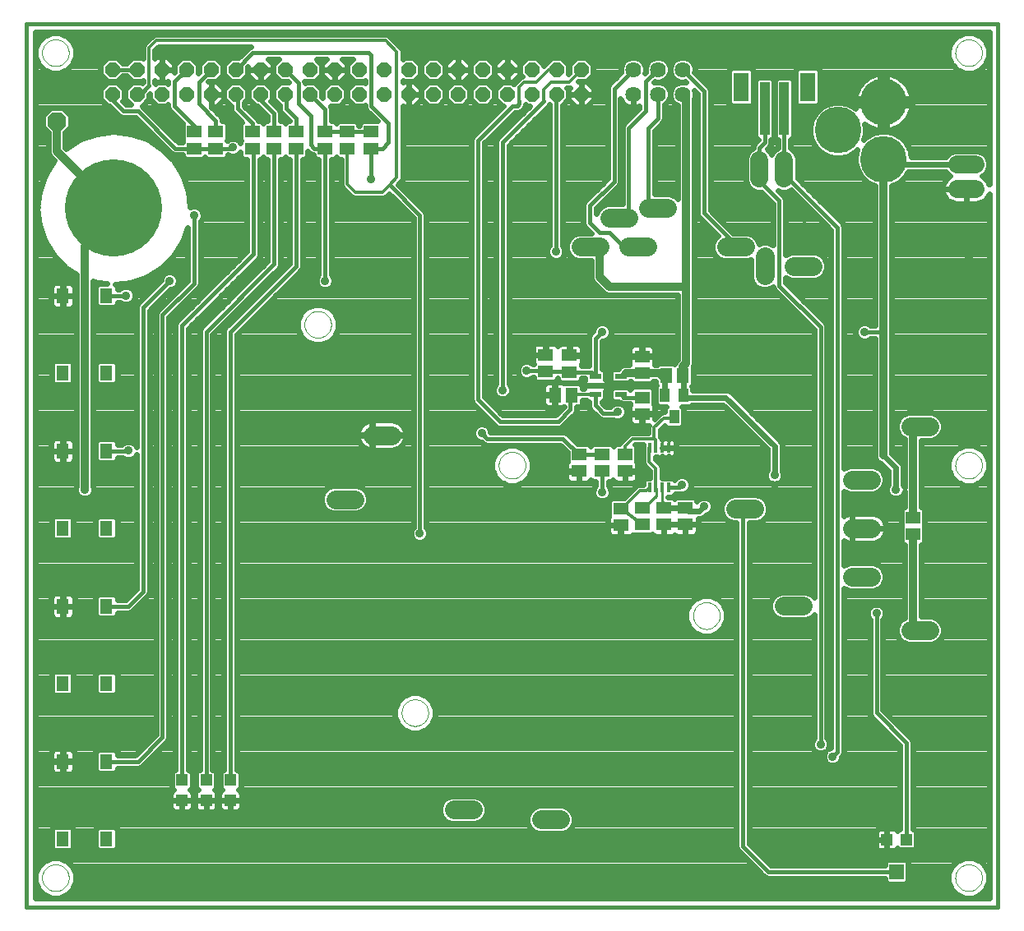
<source format=gtl>
G75*
%MOIN*%
%OFA0B0*%
%FSLAX24Y24*%
%IPPOS*%
%LPD*%
%AMOC8*
5,1,8,0,0,1.08239X$1,22.5*
%
%ADD10C,0.0160*%
%ADD11C,0.0000*%
%ADD12C,0.1890*%
%ADD13C,0.0640*%
%ADD14R,0.0512X0.0610*%
%ADD15R,0.0472X0.0472*%
%ADD16R,0.0591X0.0512*%
%ADD17R,0.0472X0.0217*%
%ADD18R,0.0512X0.0591*%
%ADD19R,0.0394X0.0551*%
%ADD20R,0.0177X0.0394*%
%ADD21C,0.3937*%
%ADD22OC8,0.0760*%
%ADD23R,0.0591X0.0630*%
%ADD24C,0.0740*%
%ADD25C,0.0768*%
%ADD26OC8,0.0600*%
%ADD27R,0.0394X0.2165*%
%ADD28R,0.0630X0.1181*%
%ADD29C,0.0240*%
%ADD30C,0.0354*%
%ADD31C,0.0297*%
%ADD32C,0.0320*%
%ADD33C,0.0120*%
%ADD34C,0.0100*%
D10*
X000220Y001306D02*
X000220Y037133D01*
X039590Y037133D01*
X039590Y001306D01*
X000220Y001306D01*
X003468Y007202D02*
X004738Y007202D01*
X005732Y008196D01*
X005732Y025322D01*
X007011Y026601D01*
X007011Y029357D01*
X009423Y027782D02*
X009423Y032025D01*
X009374Y032074D01*
X009374Y032743D02*
X009374Y033097D01*
X008783Y033688D01*
X008783Y034200D01*
X008712Y034271D01*
X009712Y034271D02*
X009767Y034216D01*
X009767Y033983D01*
X010259Y033491D01*
X010259Y032743D01*
X010259Y032074D02*
X010259Y027389D01*
X007503Y024633D01*
X007503Y006444D01*
X006519Y006444D02*
X006519Y024879D01*
X009423Y027782D01*
X011145Y027290D02*
X011145Y032074D01*
X011736Y032212D02*
X011736Y033393D01*
X011244Y033885D01*
X011244Y034739D01*
X010712Y035271D01*
X010712Y034271D02*
X010751Y034231D01*
X010751Y033688D01*
X011145Y033294D01*
X011145Y032743D01*
X011736Y032212D02*
X011874Y032074D01*
X012326Y032074D01*
X012326Y026700D01*
X011145Y027290D02*
X008488Y024633D01*
X008488Y006444D01*
X004344Y013501D02*
X003468Y013501D01*
X004344Y013501D02*
X004944Y014101D01*
X004944Y025617D01*
X006027Y026700D01*
X004255Y026109D02*
X004246Y026099D01*
X003468Y026099D01*
X003724Y029653D02*
X003763Y029653D01*
X006263Y032074D02*
X004748Y033590D01*
X004157Y033590D01*
X003763Y033983D01*
X003763Y034219D01*
X003712Y034271D01*
X004712Y034271D02*
X004838Y034271D01*
X005190Y034623D01*
X004712Y035271D02*
X003712Y035271D01*
X006224Y034782D02*
X006224Y033786D01*
X007011Y032999D01*
X007011Y032743D01*
X007011Y032074D02*
X006263Y032074D01*
X007011Y032074D02*
X007897Y032074D01*
X008547Y032074D01*
X008586Y032113D01*
X007897Y032743D02*
X007897Y033196D01*
X007208Y033885D01*
X007208Y034767D01*
X007712Y035271D01*
X008712Y035271D02*
X009393Y035952D01*
X014098Y035952D01*
X014196Y035853D01*
X014196Y033786D01*
X014885Y033097D01*
X014885Y032310D01*
X014649Y032074D01*
X014196Y032074D01*
X014196Y030834D01*
X014935Y030588D02*
X016165Y029357D01*
X016165Y016464D01*
X018896Y020302D02*
X018675Y020524D01*
X018896Y020302D02*
X021962Y020302D01*
X022612Y019653D01*
X023547Y019653D01*
X023547Y018983D02*
X023547Y018137D01*
X026244Y018314D02*
X026677Y018314D01*
X026795Y018432D01*
X028960Y017448D02*
X029255Y017153D01*
X029255Y003767D01*
X030289Y002733D01*
X035486Y002733D01*
X035879Y004042D02*
X035879Y007969D01*
X034669Y009180D01*
X034669Y013216D01*
X032405Y007901D02*
X032405Y024830D01*
X030732Y026503D01*
X030732Y029948D01*
X029944Y030735D01*
X029944Y031212D01*
X029929Y031227D01*
X029929Y032097D01*
X030141Y032310D01*
X030141Y033688D01*
X030830Y033786D02*
X030929Y033688D01*
X030929Y033983D01*
X030830Y034082D01*
X030830Y033786D01*
X030929Y033688D02*
X030929Y031227D01*
X030929Y031031D01*
X033094Y028865D01*
X033094Y007605D01*
X032897Y007408D01*
X021775Y020991D02*
X019413Y020991D01*
X018921Y021483D01*
X018527Y021877D01*
X018527Y032408D01*
X019905Y033786D01*
X020102Y033786D01*
X020200Y033885D01*
X020200Y033983D01*
X021185Y033983D02*
X019511Y032310D01*
X019511Y022271D01*
X020496Y023058D02*
X021234Y023058D01*
X021263Y023029D01*
X022208Y023029D01*
X022228Y023009D02*
X023114Y023009D01*
X023281Y022842D02*
X023281Y024367D01*
X023547Y024633D01*
X024423Y022960D02*
X024305Y022842D01*
X024423Y022960D02*
X024506Y022960D01*
X024423Y022113D02*
X024305Y022094D01*
X024423Y021975D02*
X025171Y021975D01*
X024187Y021385D02*
X024137Y021336D01*
X023596Y021336D01*
X023379Y021552D01*
X023281Y021651D01*
X023281Y022094D01*
X022326Y022094D02*
X022307Y022074D01*
X022267Y022034D02*
X022267Y021483D01*
X021775Y020991D01*
X026696Y022822D02*
X026824Y022871D01*
X026942Y022812D01*
X021677Y027881D02*
X021677Y034235D01*
X021712Y034271D01*
X024039Y034499D02*
X024811Y035271D01*
X025318Y034779D02*
X025811Y035271D01*
X025318Y034779D02*
X025318Y033590D01*
X024629Y032901D01*
X024629Y029259D01*
X025417Y029653D02*
X025417Y032901D01*
X025811Y033294D01*
X025811Y034271D01*
X026795Y034255D02*
X026811Y034271D01*
X027681Y034401D02*
X026811Y035271D01*
X027681Y034401D02*
X027681Y029456D01*
X029059Y028078D01*
X029354Y028078D01*
X024629Y028078D02*
X024433Y028078D01*
X023842Y028668D01*
X023448Y028668D01*
X023055Y029062D01*
X023055Y029751D01*
X024039Y030735D01*
X024039Y034499D01*
X014196Y032743D02*
X013212Y032743D01*
X012326Y032743D01*
X012326Y033656D01*
X011712Y034271D01*
X006712Y035271D02*
X006224Y034782D01*
X004354Y019810D02*
X004344Y019800D01*
X003468Y019800D01*
X034177Y024633D02*
X034954Y024633D01*
X035165Y031424D02*
X034954Y031635D01*
D11*
X037868Y035952D02*
X037870Y035998D01*
X037876Y036043D01*
X037885Y036088D01*
X037899Y036132D01*
X037916Y036175D01*
X037937Y036216D01*
X037961Y036255D01*
X037988Y036292D01*
X038018Y036326D01*
X038052Y036358D01*
X038087Y036387D01*
X038125Y036413D01*
X038165Y036435D01*
X038207Y036454D01*
X038251Y036469D01*
X038295Y036481D01*
X038340Y036489D01*
X038386Y036493D01*
X038432Y036493D01*
X038478Y036489D01*
X038523Y036481D01*
X038567Y036469D01*
X038611Y036454D01*
X038653Y036435D01*
X038693Y036413D01*
X038731Y036387D01*
X038766Y036358D01*
X038800Y036326D01*
X038830Y036292D01*
X038857Y036255D01*
X038881Y036216D01*
X038902Y036175D01*
X038919Y036132D01*
X038933Y036088D01*
X038942Y036043D01*
X038948Y035998D01*
X038950Y035952D01*
X038948Y035906D01*
X038942Y035861D01*
X038933Y035816D01*
X038919Y035772D01*
X038902Y035729D01*
X038881Y035688D01*
X038857Y035649D01*
X038830Y035612D01*
X038800Y035578D01*
X038766Y035546D01*
X038731Y035517D01*
X038693Y035491D01*
X038653Y035469D01*
X038611Y035450D01*
X038567Y035435D01*
X038523Y035423D01*
X038478Y035415D01*
X038432Y035411D01*
X038386Y035411D01*
X038340Y035415D01*
X038295Y035423D01*
X038251Y035435D01*
X038207Y035450D01*
X038165Y035469D01*
X038125Y035491D01*
X038087Y035517D01*
X038052Y035546D01*
X038018Y035578D01*
X037988Y035612D01*
X037961Y035649D01*
X037937Y035688D01*
X037916Y035729D01*
X037899Y035772D01*
X037885Y035816D01*
X037876Y035861D01*
X037870Y035906D01*
X037868Y035952D01*
X037868Y019219D02*
X037870Y019265D01*
X037876Y019310D01*
X037885Y019355D01*
X037899Y019399D01*
X037916Y019442D01*
X037937Y019483D01*
X037961Y019522D01*
X037988Y019559D01*
X038018Y019593D01*
X038052Y019625D01*
X038087Y019654D01*
X038125Y019680D01*
X038165Y019702D01*
X038207Y019721D01*
X038251Y019736D01*
X038295Y019748D01*
X038340Y019756D01*
X038386Y019760D01*
X038432Y019760D01*
X038478Y019756D01*
X038523Y019748D01*
X038567Y019736D01*
X038611Y019721D01*
X038653Y019702D01*
X038693Y019680D01*
X038731Y019654D01*
X038766Y019625D01*
X038800Y019593D01*
X038830Y019559D01*
X038857Y019522D01*
X038881Y019483D01*
X038902Y019442D01*
X038919Y019399D01*
X038933Y019355D01*
X038942Y019310D01*
X038948Y019265D01*
X038950Y019219D01*
X038948Y019173D01*
X038942Y019128D01*
X038933Y019083D01*
X038919Y019039D01*
X038902Y018996D01*
X038881Y018955D01*
X038857Y018916D01*
X038830Y018879D01*
X038800Y018845D01*
X038766Y018813D01*
X038731Y018784D01*
X038693Y018758D01*
X038653Y018736D01*
X038611Y018717D01*
X038567Y018702D01*
X038523Y018690D01*
X038478Y018682D01*
X038432Y018678D01*
X038386Y018678D01*
X038340Y018682D01*
X038295Y018690D01*
X038251Y018702D01*
X038207Y018717D01*
X038165Y018736D01*
X038125Y018758D01*
X038087Y018784D01*
X038052Y018813D01*
X038018Y018845D01*
X037988Y018879D01*
X037961Y018916D01*
X037937Y018955D01*
X037916Y018996D01*
X037899Y019039D01*
X037885Y019083D01*
X037876Y019128D01*
X037870Y019173D01*
X037868Y019219D01*
X027238Y013117D02*
X027240Y013163D01*
X027246Y013208D01*
X027255Y013253D01*
X027269Y013297D01*
X027286Y013340D01*
X027307Y013381D01*
X027331Y013420D01*
X027358Y013457D01*
X027388Y013491D01*
X027422Y013523D01*
X027457Y013552D01*
X027495Y013578D01*
X027535Y013600D01*
X027577Y013619D01*
X027621Y013634D01*
X027665Y013646D01*
X027710Y013654D01*
X027756Y013658D01*
X027802Y013658D01*
X027848Y013654D01*
X027893Y013646D01*
X027937Y013634D01*
X027981Y013619D01*
X028023Y013600D01*
X028063Y013578D01*
X028101Y013552D01*
X028136Y013523D01*
X028170Y013491D01*
X028200Y013457D01*
X028227Y013420D01*
X028251Y013381D01*
X028272Y013340D01*
X028289Y013297D01*
X028303Y013253D01*
X028312Y013208D01*
X028318Y013163D01*
X028320Y013117D01*
X028318Y013071D01*
X028312Y013026D01*
X028303Y012981D01*
X028289Y012937D01*
X028272Y012894D01*
X028251Y012853D01*
X028227Y012814D01*
X028200Y012777D01*
X028170Y012743D01*
X028136Y012711D01*
X028101Y012682D01*
X028063Y012656D01*
X028023Y012634D01*
X027981Y012615D01*
X027937Y012600D01*
X027893Y012588D01*
X027848Y012580D01*
X027802Y012576D01*
X027756Y012576D01*
X027710Y012580D01*
X027665Y012588D01*
X027621Y012600D01*
X027577Y012615D01*
X027535Y012634D01*
X027495Y012656D01*
X027457Y012682D01*
X027422Y012711D01*
X027388Y012743D01*
X027358Y012777D01*
X027331Y012814D01*
X027307Y012853D01*
X027286Y012894D01*
X027269Y012937D01*
X027255Y012981D01*
X027246Y013026D01*
X027240Y013071D01*
X027238Y013117D01*
X019364Y019219D02*
X019366Y019265D01*
X019372Y019310D01*
X019381Y019355D01*
X019395Y019399D01*
X019412Y019442D01*
X019433Y019483D01*
X019457Y019522D01*
X019484Y019559D01*
X019514Y019593D01*
X019548Y019625D01*
X019583Y019654D01*
X019621Y019680D01*
X019661Y019702D01*
X019703Y019721D01*
X019747Y019736D01*
X019791Y019748D01*
X019836Y019756D01*
X019882Y019760D01*
X019928Y019760D01*
X019974Y019756D01*
X020019Y019748D01*
X020063Y019736D01*
X020107Y019721D01*
X020149Y019702D01*
X020189Y019680D01*
X020227Y019654D01*
X020262Y019625D01*
X020296Y019593D01*
X020326Y019559D01*
X020353Y019522D01*
X020377Y019483D01*
X020398Y019442D01*
X020415Y019399D01*
X020429Y019355D01*
X020438Y019310D01*
X020444Y019265D01*
X020446Y019219D01*
X020444Y019173D01*
X020438Y019128D01*
X020429Y019083D01*
X020415Y019039D01*
X020398Y018996D01*
X020377Y018955D01*
X020353Y018916D01*
X020326Y018879D01*
X020296Y018845D01*
X020262Y018813D01*
X020227Y018784D01*
X020189Y018758D01*
X020149Y018736D01*
X020107Y018717D01*
X020063Y018702D01*
X020019Y018690D01*
X019974Y018682D01*
X019928Y018678D01*
X019882Y018678D01*
X019836Y018682D01*
X019791Y018690D01*
X019747Y018702D01*
X019703Y018717D01*
X019661Y018736D01*
X019621Y018758D01*
X019583Y018784D01*
X019548Y018813D01*
X019514Y018845D01*
X019484Y018879D01*
X019457Y018916D01*
X019433Y018955D01*
X019412Y018996D01*
X019395Y019039D01*
X019381Y019083D01*
X019372Y019128D01*
X019366Y019173D01*
X019364Y019219D01*
X011490Y024928D02*
X011492Y024974D01*
X011498Y025019D01*
X011507Y025064D01*
X011521Y025108D01*
X011538Y025151D01*
X011559Y025192D01*
X011583Y025231D01*
X011610Y025268D01*
X011640Y025302D01*
X011674Y025334D01*
X011709Y025363D01*
X011747Y025389D01*
X011787Y025411D01*
X011829Y025430D01*
X011873Y025445D01*
X011917Y025457D01*
X011962Y025465D01*
X012008Y025469D01*
X012054Y025469D01*
X012100Y025465D01*
X012145Y025457D01*
X012189Y025445D01*
X012233Y025430D01*
X012275Y025411D01*
X012315Y025389D01*
X012353Y025363D01*
X012388Y025334D01*
X012422Y025302D01*
X012452Y025268D01*
X012479Y025231D01*
X012503Y025192D01*
X012524Y025151D01*
X012541Y025108D01*
X012555Y025064D01*
X012564Y025019D01*
X012570Y024974D01*
X012572Y024928D01*
X012570Y024882D01*
X012564Y024837D01*
X012555Y024792D01*
X012541Y024748D01*
X012524Y024705D01*
X012503Y024664D01*
X012479Y024625D01*
X012452Y024588D01*
X012422Y024554D01*
X012388Y024522D01*
X012353Y024493D01*
X012315Y024467D01*
X012275Y024445D01*
X012233Y024426D01*
X012189Y024411D01*
X012145Y024399D01*
X012100Y024391D01*
X012054Y024387D01*
X012008Y024387D01*
X011962Y024391D01*
X011917Y024399D01*
X011873Y024411D01*
X011829Y024426D01*
X011787Y024445D01*
X011747Y024467D01*
X011709Y024493D01*
X011674Y024522D01*
X011640Y024554D01*
X011610Y024588D01*
X011583Y024625D01*
X011559Y024664D01*
X011538Y024705D01*
X011521Y024748D01*
X011507Y024792D01*
X011498Y024837D01*
X011492Y024882D01*
X011490Y024928D01*
X000860Y035952D02*
X000862Y035998D01*
X000868Y036043D01*
X000877Y036088D01*
X000891Y036132D01*
X000908Y036175D01*
X000929Y036216D01*
X000953Y036255D01*
X000980Y036292D01*
X001010Y036326D01*
X001044Y036358D01*
X001079Y036387D01*
X001117Y036413D01*
X001157Y036435D01*
X001199Y036454D01*
X001243Y036469D01*
X001287Y036481D01*
X001332Y036489D01*
X001378Y036493D01*
X001424Y036493D01*
X001470Y036489D01*
X001515Y036481D01*
X001559Y036469D01*
X001603Y036454D01*
X001645Y036435D01*
X001685Y036413D01*
X001723Y036387D01*
X001758Y036358D01*
X001792Y036326D01*
X001822Y036292D01*
X001849Y036255D01*
X001873Y036216D01*
X001894Y036175D01*
X001911Y036132D01*
X001925Y036088D01*
X001934Y036043D01*
X001940Y035998D01*
X001942Y035952D01*
X001940Y035906D01*
X001934Y035861D01*
X001925Y035816D01*
X001911Y035772D01*
X001894Y035729D01*
X001873Y035688D01*
X001849Y035649D01*
X001822Y035612D01*
X001792Y035578D01*
X001758Y035546D01*
X001723Y035517D01*
X001685Y035491D01*
X001645Y035469D01*
X001603Y035450D01*
X001559Y035435D01*
X001515Y035423D01*
X001470Y035415D01*
X001424Y035411D01*
X001378Y035411D01*
X001332Y035415D01*
X001287Y035423D01*
X001243Y035435D01*
X001199Y035450D01*
X001157Y035469D01*
X001117Y035491D01*
X001079Y035517D01*
X001044Y035546D01*
X001010Y035578D01*
X000980Y035612D01*
X000953Y035649D01*
X000929Y035688D01*
X000908Y035729D01*
X000891Y035772D01*
X000877Y035816D01*
X000868Y035861D01*
X000862Y035906D01*
X000860Y035952D01*
X015427Y009180D02*
X015429Y009226D01*
X015435Y009271D01*
X015444Y009316D01*
X015458Y009360D01*
X015475Y009403D01*
X015496Y009444D01*
X015520Y009483D01*
X015547Y009520D01*
X015577Y009554D01*
X015611Y009586D01*
X015646Y009615D01*
X015684Y009641D01*
X015724Y009663D01*
X015766Y009682D01*
X015810Y009697D01*
X015854Y009709D01*
X015899Y009717D01*
X015945Y009721D01*
X015991Y009721D01*
X016037Y009717D01*
X016082Y009709D01*
X016126Y009697D01*
X016170Y009682D01*
X016212Y009663D01*
X016252Y009641D01*
X016290Y009615D01*
X016325Y009586D01*
X016359Y009554D01*
X016389Y009520D01*
X016416Y009483D01*
X016440Y009444D01*
X016461Y009403D01*
X016478Y009360D01*
X016492Y009316D01*
X016501Y009271D01*
X016507Y009226D01*
X016509Y009180D01*
X016507Y009134D01*
X016501Y009089D01*
X016492Y009044D01*
X016478Y009000D01*
X016461Y008957D01*
X016440Y008916D01*
X016416Y008877D01*
X016389Y008840D01*
X016359Y008806D01*
X016325Y008774D01*
X016290Y008745D01*
X016252Y008719D01*
X016212Y008697D01*
X016170Y008678D01*
X016126Y008663D01*
X016082Y008651D01*
X016037Y008643D01*
X015991Y008639D01*
X015945Y008639D01*
X015899Y008643D01*
X015854Y008651D01*
X015810Y008663D01*
X015766Y008678D01*
X015724Y008697D01*
X015684Y008719D01*
X015646Y008745D01*
X015611Y008774D01*
X015577Y008806D01*
X015547Y008840D01*
X015520Y008877D01*
X015496Y008916D01*
X015475Y008957D01*
X015458Y009000D01*
X015444Y009044D01*
X015435Y009089D01*
X015429Y009134D01*
X015427Y009180D01*
X000860Y002487D02*
X000862Y002533D01*
X000868Y002578D01*
X000877Y002623D01*
X000891Y002667D01*
X000908Y002710D01*
X000929Y002751D01*
X000953Y002790D01*
X000980Y002827D01*
X001010Y002861D01*
X001044Y002893D01*
X001079Y002922D01*
X001117Y002948D01*
X001157Y002970D01*
X001199Y002989D01*
X001243Y003004D01*
X001287Y003016D01*
X001332Y003024D01*
X001378Y003028D01*
X001424Y003028D01*
X001470Y003024D01*
X001515Y003016D01*
X001559Y003004D01*
X001603Y002989D01*
X001645Y002970D01*
X001685Y002948D01*
X001723Y002922D01*
X001758Y002893D01*
X001792Y002861D01*
X001822Y002827D01*
X001849Y002790D01*
X001873Y002751D01*
X001894Y002710D01*
X001911Y002667D01*
X001925Y002623D01*
X001934Y002578D01*
X001940Y002533D01*
X001942Y002487D01*
X001940Y002441D01*
X001934Y002396D01*
X001925Y002351D01*
X001911Y002307D01*
X001894Y002264D01*
X001873Y002223D01*
X001849Y002184D01*
X001822Y002147D01*
X001792Y002113D01*
X001758Y002081D01*
X001723Y002052D01*
X001685Y002026D01*
X001645Y002004D01*
X001603Y001985D01*
X001559Y001970D01*
X001515Y001958D01*
X001470Y001950D01*
X001424Y001946D01*
X001378Y001946D01*
X001332Y001950D01*
X001287Y001958D01*
X001243Y001970D01*
X001199Y001985D01*
X001157Y002004D01*
X001117Y002026D01*
X001079Y002052D01*
X001044Y002081D01*
X001010Y002113D01*
X000980Y002147D01*
X000953Y002184D01*
X000929Y002223D01*
X000908Y002264D01*
X000891Y002307D01*
X000877Y002351D01*
X000868Y002396D01*
X000862Y002441D01*
X000860Y002487D01*
X037868Y002487D02*
X037870Y002533D01*
X037876Y002578D01*
X037885Y002623D01*
X037899Y002667D01*
X037916Y002710D01*
X037937Y002751D01*
X037961Y002790D01*
X037988Y002827D01*
X038018Y002861D01*
X038052Y002893D01*
X038087Y002922D01*
X038125Y002948D01*
X038165Y002970D01*
X038207Y002989D01*
X038251Y003004D01*
X038295Y003016D01*
X038340Y003024D01*
X038386Y003028D01*
X038432Y003028D01*
X038478Y003024D01*
X038523Y003016D01*
X038567Y003004D01*
X038611Y002989D01*
X038653Y002970D01*
X038693Y002948D01*
X038731Y002922D01*
X038766Y002893D01*
X038800Y002861D01*
X038830Y002827D01*
X038857Y002790D01*
X038881Y002751D01*
X038902Y002710D01*
X038919Y002667D01*
X038933Y002623D01*
X038942Y002578D01*
X038948Y002533D01*
X038950Y002487D01*
X038948Y002441D01*
X038942Y002396D01*
X038933Y002351D01*
X038919Y002307D01*
X038902Y002264D01*
X038881Y002223D01*
X038857Y002184D01*
X038830Y002147D01*
X038800Y002113D01*
X038766Y002081D01*
X038731Y002052D01*
X038693Y002026D01*
X038653Y002004D01*
X038611Y001985D01*
X038567Y001970D01*
X038523Y001958D01*
X038478Y001950D01*
X038432Y001946D01*
X038386Y001946D01*
X038340Y001950D01*
X038295Y001958D01*
X038251Y001970D01*
X038207Y001985D01*
X038165Y002004D01*
X038125Y002026D01*
X038087Y002052D01*
X038052Y002081D01*
X038018Y002113D01*
X037988Y002147D01*
X037961Y002184D01*
X037937Y002223D01*
X037916Y002264D01*
X037899Y002307D01*
X037885Y002351D01*
X037876Y002396D01*
X037870Y002441D01*
X037868Y002487D01*
D12*
X034954Y031635D03*
X033104Y032816D03*
X034954Y033958D03*
D13*
X026811Y034271D03*
X026811Y035271D03*
X025811Y035271D03*
X024811Y035271D03*
X024811Y034271D03*
X025811Y034271D03*
D14*
X003468Y026099D03*
X001696Y026099D03*
X001696Y022969D03*
X003468Y022969D03*
X003468Y019800D03*
X001696Y019800D03*
X001696Y016670D03*
X003468Y016670D03*
X003468Y013501D03*
X001696Y013501D03*
X001696Y010371D03*
X003468Y010371D03*
X003468Y007202D03*
X001696Y007202D03*
X001696Y004072D03*
X003468Y004072D03*
D15*
X006519Y005617D03*
X006519Y006444D03*
X007503Y006444D03*
X007503Y005617D03*
X008488Y005617D03*
X008488Y006444D03*
X035092Y004042D03*
X035879Y004042D03*
D16*
X036145Y016424D03*
X036145Y017094D03*
X026923Y016818D03*
X026923Y017487D03*
X026057Y017487D03*
X026057Y016818D03*
X025171Y016818D03*
X025171Y017487D03*
X024305Y017468D03*
X024305Y016798D03*
X024482Y018983D03*
X024482Y019653D03*
X023547Y019653D03*
X023547Y018983D03*
X022612Y018983D03*
X022612Y019653D03*
X025171Y021306D03*
X025171Y021975D03*
X025171Y022969D03*
X025171Y023639D03*
X022228Y023678D03*
X022228Y023009D03*
X021263Y023029D03*
X021263Y023698D03*
X014196Y032074D03*
X014196Y032743D03*
X013212Y032743D03*
X013212Y032074D03*
X012326Y032074D03*
X012326Y032743D03*
X011145Y032743D03*
X011145Y032074D03*
X010259Y032074D03*
X010259Y032743D03*
X009374Y032743D03*
X009374Y032074D03*
X007897Y032074D03*
X007897Y032743D03*
X007011Y032743D03*
X007011Y032074D03*
D17*
X023281Y022842D03*
X023281Y022468D03*
X023281Y022094D03*
X024305Y022094D03*
X024305Y022842D03*
D18*
X026155Y022871D03*
X026824Y022871D03*
X022307Y022074D03*
X021637Y022074D03*
D19*
X026096Y022064D03*
X026844Y022064D03*
X026470Y021198D03*
D20*
X026244Y019928D03*
X025988Y019928D03*
X025732Y019928D03*
X025476Y019928D03*
X025476Y018314D03*
X025732Y018314D03*
X025988Y018314D03*
X026244Y018314D03*
D21*
X003763Y029653D03*
D22*
X001450Y033176D03*
D23*
X035486Y002733D03*
D24*
X037941Y030424D02*
X038681Y030424D01*
X038681Y031424D02*
X037941Y031424D01*
X030929Y031597D02*
X030929Y030857D01*
X029929Y030857D02*
X029929Y031597D01*
D25*
X029354Y028078D02*
X028586Y028078D01*
X030141Y027684D02*
X030141Y026916D01*
X031322Y027290D02*
X032090Y027290D01*
X026185Y029653D02*
X025417Y029653D01*
X024629Y029259D02*
X023862Y029259D01*
X023448Y028078D02*
X022681Y028078D01*
X024629Y028078D02*
X025397Y028078D01*
X015003Y020440D02*
X014236Y020440D01*
X013507Y017842D02*
X012740Y017842D01*
X017543Y005243D02*
X018311Y005243D01*
X021086Y004849D02*
X021854Y004849D01*
X030929Y013511D02*
X031696Y013511D01*
X033685Y014692D02*
X034452Y014692D01*
X034452Y016660D02*
X033685Y016660D01*
X033685Y018629D02*
X034452Y018629D01*
X036047Y020794D02*
X036814Y020794D01*
X029728Y017448D02*
X028960Y017448D01*
X036047Y012527D02*
X036814Y012527D01*
D26*
X022712Y034271D03*
X022712Y035271D03*
X021712Y035271D03*
X020712Y035271D03*
X019712Y035271D03*
X018712Y035271D03*
X017712Y035271D03*
X016712Y035271D03*
X015712Y035271D03*
X014712Y035271D03*
X013712Y035271D03*
X012712Y035271D03*
X011712Y035271D03*
X010712Y035271D03*
X009712Y035271D03*
X008712Y035271D03*
X007712Y035271D03*
X006712Y035271D03*
X005712Y035271D03*
X004712Y035271D03*
X003712Y035271D03*
X003712Y034271D03*
X004712Y034271D03*
X005712Y034271D03*
X006712Y034271D03*
X007712Y034271D03*
X008712Y034271D03*
X009712Y034271D03*
X010712Y034271D03*
X011712Y034271D03*
X012712Y034271D03*
X013712Y034271D03*
X014712Y034271D03*
X015712Y034271D03*
X016712Y034271D03*
X017712Y034271D03*
X018712Y034271D03*
X019712Y034271D03*
X020712Y034271D03*
X021712Y034271D03*
D27*
X030141Y033688D03*
X030929Y033688D03*
D28*
X031874Y034574D03*
X029196Y034574D03*
D29*
X029691Y034458D02*
X029764Y034458D01*
X029764Y034696D02*
X029691Y034696D01*
X029764Y034845D02*
X029764Y032531D01*
X029870Y032425D01*
X029881Y032425D01*
X029881Y032418D01*
X029708Y032245D01*
X029669Y032149D01*
X029669Y032085D01*
X029617Y032064D01*
X029462Y031909D01*
X029379Y031707D01*
X029379Y030748D01*
X029462Y030546D01*
X029617Y030391D01*
X029819Y030307D01*
X030005Y030307D01*
X030472Y029840D01*
X030472Y028151D01*
X030461Y028162D01*
X030253Y028248D01*
X030029Y028248D01*
X029914Y028200D01*
X029832Y028397D01*
X029673Y028556D01*
X029466Y028642D01*
X028862Y028642D01*
X027941Y029563D01*
X027941Y034452D01*
X027901Y034548D01*
X027828Y034621D01*
X027828Y034621D01*
X027301Y035148D01*
X027311Y035171D01*
X027311Y035370D01*
X027234Y035554D01*
X027094Y035695D01*
X026910Y035771D01*
X026711Y035771D01*
X026527Y035695D01*
X026387Y035554D01*
X026311Y035370D01*
X026311Y035171D01*
X026387Y034987D01*
X026527Y034847D01*
X026711Y034771D01*
X026910Y034771D01*
X026933Y034780D01*
X026966Y034747D01*
X026910Y034771D01*
X026711Y034771D01*
X026527Y034695D01*
X026387Y034554D01*
X026311Y034370D01*
X026311Y034171D01*
X026387Y033987D01*
X026527Y033847D01*
X026602Y033816D01*
X026602Y030032D01*
X026504Y030131D01*
X026297Y030216D01*
X025677Y030216D01*
X025677Y032793D01*
X025958Y033074D01*
X026031Y033147D01*
X026071Y033243D01*
X026071Y033837D01*
X026094Y033847D01*
X026234Y033987D01*
X026311Y034171D01*
X026311Y034370D01*
X026234Y034554D01*
X026094Y034695D01*
X025910Y034771D01*
X026094Y034847D01*
X026234Y034987D01*
X026311Y035171D01*
X026311Y035370D01*
X026234Y035554D01*
X026094Y035695D01*
X025910Y035771D01*
X025711Y035771D01*
X025527Y035695D01*
X025387Y035554D01*
X025311Y035370D01*
X025311Y035171D01*
X025320Y035148D01*
X025287Y035115D01*
X025311Y035171D01*
X025311Y035370D01*
X025234Y035554D01*
X025094Y035695D01*
X024910Y035771D01*
X024711Y035771D01*
X024527Y035695D01*
X024387Y035554D01*
X024311Y035370D01*
X024311Y035171D01*
X024320Y035148D01*
X023818Y034646D01*
X023779Y034551D01*
X023779Y030843D01*
X022834Y029898D01*
X022795Y029803D01*
X022795Y029010D01*
X022834Y028915D01*
X022907Y028842D01*
X023107Y028642D01*
X022568Y028642D01*
X022361Y028556D01*
X022203Y028397D01*
X022117Y028190D01*
X022117Y027966D01*
X022203Y027758D01*
X022361Y027600D01*
X022568Y027514D01*
X023108Y027514D01*
X023108Y026804D01*
X023160Y026679D01*
X023578Y026261D01*
X023674Y026166D01*
X023799Y026114D01*
X026602Y026114D01*
X026602Y023494D01*
X026536Y023428D01*
X026502Y023346D01*
X026494Y023346D01*
X026490Y023342D01*
X026486Y023346D01*
X025825Y023346D01*
X025778Y023300D01*
X025672Y023300D01*
X025686Y023354D01*
X025686Y023631D01*
X025179Y023631D01*
X025179Y023647D01*
X025163Y023647D01*
X025163Y024115D01*
X024847Y024115D01*
X024791Y024100D01*
X024740Y024071D01*
X024699Y024030D01*
X024671Y023980D01*
X024656Y023924D01*
X024656Y023647D01*
X025163Y023647D01*
X025163Y023631D01*
X024656Y023631D01*
X024656Y023354D01*
X024667Y023309D01*
X024449Y023309D01*
X024324Y023258D01*
X024218Y023152D01*
X024209Y023130D01*
X023994Y023130D01*
X023888Y023024D01*
X023888Y022659D01*
X023994Y022553D01*
X024615Y022553D01*
X024692Y022629D01*
X024705Y022629D01*
X024801Y022534D01*
X025541Y022534D01*
X025627Y022620D01*
X025719Y022620D01*
X025719Y022619D01*
X025719Y022501D01*
X025763Y022458D01*
X025719Y022414D01*
X025719Y021714D01*
X025825Y021608D01*
X026154Y021608D01*
X026093Y021548D01*
X026093Y021379D01*
X026009Y021379D01*
X025921Y021342D01*
X025686Y021108D01*
X025686Y021298D01*
X025179Y021298D01*
X025179Y021314D01*
X025686Y021314D01*
X025686Y021591D01*
X025671Y021647D01*
X025646Y021690D01*
X025646Y022306D01*
X025541Y022411D01*
X024801Y022411D01*
X024696Y022306D01*
X024696Y022302D01*
X024615Y022382D01*
X023994Y022382D01*
X023888Y022276D01*
X023888Y021911D01*
X023994Y021805D01*
X024225Y021805D01*
X024276Y021755D01*
X024371Y021715D01*
X024696Y021715D01*
X024696Y021690D01*
X024671Y021647D01*
X024656Y021591D01*
X024656Y021314D01*
X025163Y021314D01*
X025163Y021298D01*
X025179Y021298D01*
X025179Y020830D01*
X025438Y020830D01*
X025423Y020793D01*
X025423Y020542D01*
X024729Y020542D01*
X024641Y020506D01*
X024574Y020438D01*
X024278Y020143D01*
X024256Y020088D01*
X024112Y020088D01*
X024014Y019991D01*
X023917Y020088D01*
X023177Y020088D01*
X023079Y019991D01*
X022982Y020088D01*
X022544Y020088D01*
X022183Y020449D01*
X022183Y020449D01*
X022109Y020523D01*
X022014Y020562D01*
X019032Y020562D01*
X019032Y020595D01*
X018978Y020726D01*
X018877Y020826D01*
X018746Y020881D01*
X018604Y020881D01*
X018472Y020826D01*
X018372Y020726D01*
X018318Y020595D01*
X018318Y020453D01*
X018372Y020321D01*
X018472Y020221D01*
X018604Y020166D01*
X018664Y020166D01*
X018749Y020082D01*
X018844Y020042D01*
X021854Y020042D01*
X022136Y019760D01*
X022136Y019367D01*
X022111Y019324D01*
X022096Y019268D01*
X022096Y018991D01*
X022604Y018991D01*
X022604Y018975D01*
X022620Y018975D01*
X022620Y018507D01*
X022936Y018507D01*
X022992Y018522D01*
X023042Y018551D01*
X023083Y018592D01*
X023101Y018623D01*
X023177Y018547D01*
X023287Y018547D01*
X023287Y018382D01*
X023244Y018339D01*
X023190Y018208D01*
X023190Y018066D01*
X023244Y017934D01*
X023344Y017834D01*
X023476Y017780D01*
X023618Y017780D01*
X023749Y017834D01*
X023850Y017934D01*
X023904Y018066D01*
X023904Y018208D01*
X023850Y018339D01*
X023807Y018382D01*
X023807Y018547D01*
X023917Y018547D01*
X023993Y018623D01*
X024010Y018592D01*
X024051Y018551D01*
X024102Y018522D01*
X024158Y018507D01*
X024474Y018507D01*
X024474Y018975D01*
X024490Y018975D01*
X024490Y018991D01*
X024997Y018991D01*
X024997Y019268D01*
X024982Y019324D01*
X024957Y019367D01*
X024957Y019983D01*
X024878Y020062D01*
X025207Y020062D01*
X025207Y019657D01*
X025226Y019638D01*
X025226Y019319D01*
X025263Y019231D01*
X025330Y019164D01*
X025492Y019002D01*
X025492Y018691D01*
X025313Y018691D01*
X025207Y018585D01*
X025207Y018426D01*
X025025Y018426D01*
X024936Y018389D01*
X024450Y017903D01*
X023935Y017903D01*
X023829Y017798D01*
X023829Y017182D01*
X023804Y017139D01*
X023789Y017083D01*
X023789Y016806D01*
X024297Y016806D01*
X024297Y016790D01*
X024313Y016790D01*
X024313Y016322D01*
X024629Y016322D01*
X024685Y016337D01*
X024735Y016366D01*
X024776Y016407D01*
X024801Y016382D01*
X025541Y016382D01*
X025585Y016427D01*
X025626Y016386D01*
X025676Y016357D01*
X025732Y016342D01*
X026049Y016342D01*
X026049Y016810D01*
X026065Y016810D01*
X026065Y016826D01*
X026572Y016826D01*
X026915Y016826D01*
X026915Y016810D01*
X026931Y016810D01*
X026931Y016826D01*
X027438Y016826D01*
X027438Y017049D01*
X027543Y017049D01*
X027654Y017095D01*
X027738Y017179D01*
X027738Y017179D01*
X027748Y017189D01*
X027752Y017189D01*
X027883Y017243D01*
X027983Y017344D01*
X028038Y017475D01*
X028038Y017617D01*
X027983Y017749D01*
X027883Y017849D01*
X027752Y017903D01*
X027610Y017903D01*
X027478Y017849D01*
X027398Y017769D01*
X027398Y017818D01*
X027293Y017923D01*
X026553Y017923D01*
X026490Y017860D01*
X026426Y017923D01*
X026213Y017923D01*
X026213Y017937D01*
X026407Y017937D01*
X026512Y018043D01*
X026512Y018054D01*
X026728Y018054D01*
X026779Y018075D01*
X026866Y018075D01*
X026997Y018129D01*
X027098Y018230D01*
X027152Y018361D01*
X027152Y018503D01*
X027098Y018634D01*
X026997Y018735D01*
X026866Y018789D01*
X026724Y018789D01*
X026592Y018735D01*
X026492Y018634D01*
X026484Y018614D01*
X026407Y018691D01*
X025972Y018691D01*
X025972Y019149D01*
X025935Y019237D01*
X025706Y019467D01*
X025706Y019551D01*
X025771Y019551D01*
X025814Y019526D01*
X025870Y019511D01*
X025988Y019511D01*
X026105Y019511D01*
X026116Y019514D01*
X026126Y019511D01*
X026244Y019511D01*
X026361Y019511D01*
X026417Y019526D01*
X026467Y019555D01*
X026508Y019596D01*
X026537Y019646D01*
X026552Y019702D01*
X026552Y019928D01*
X026244Y019928D01*
X026244Y019928D01*
X026552Y019928D01*
X026552Y020154D01*
X026537Y020210D01*
X026508Y020260D01*
X026467Y020301D01*
X026417Y020330D01*
X026361Y020345D01*
X026244Y020345D01*
X026244Y020269D01*
X026244Y020269D01*
X026244Y020345D01*
X026126Y020345D01*
X026116Y020342D01*
X026105Y020345D01*
X025988Y020345D01*
X025988Y020269D01*
X025988Y020269D01*
X025988Y020345D01*
X025934Y020345D01*
X025916Y020389D01*
X025903Y020402D01*
X025903Y020646D01*
X026099Y020842D01*
X026199Y020742D01*
X026741Y020742D01*
X026847Y020848D01*
X026847Y021548D01*
X026786Y021608D01*
X027115Y021608D01*
X027182Y021675D01*
X028442Y021675D01*
X030235Y019883D01*
X030235Y019031D01*
X030232Y019028D01*
X030178Y018897D01*
X030178Y018755D01*
X030232Y018623D01*
X030333Y018523D01*
X030464Y018469D01*
X030606Y018469D01*
X030737Y018523D01*
X030838Y018623D01*
X030892Y018755D01*
X030892Y018897D01*
X030838Y019028D01*
X030835Y019031D01*
X030835Y020067D01*
X030789Y020177D01*
X028736Y022230D01*
X028626Y022275D01*
X027221Y022275D01*
X027221Y022414D01*
X027197Y022438D01*
X027260Y022501D01*
X027260Y023232D01*
X027282Y023286D01*
X027282Y034103D01*
X027311Y034171D01*
X027311Y034370D01*
X027287Y034426D01*
X027421Y034293D01*
X027421Y029404D01*
X027460Y029308D01*
X027533Y029235D01*
X028240Y028529D01*
X028108Y028397D01*
X028022Y028190D01*
X028022Y027966D01*
X028108Y027758D01*
X028267Y027600D01*
X028474Y027514D01*
X029466Y027514D01*
X029577Y027560D01*
X029577Y026804D01*
X029663Y026597D01*
X029822Y026438D01*
X030029Y026352D01*
X030253Y026352D01*
X030461Y026438D01*
X030472Y026450D01*
X030511Y026356D01*
X030585Y026283D01*
X032145Y024722D01*
X032145Y013860D01*
X032016Y013989D01*
X031809Y014075D01*
X030817Y014075D01*
X030609Y013989D01*
X030451Y013830D01*
X030365Y013623D01*
X030365Y013399D01*
X030451Y013191D01*
X030609Y013033D01*
X030817Y012947D01*
X031809Y012947D01*
X032016Y013033D01*
X032145Y013162D01*
X032145Y008146D01*
X032102Y008103D01*
X032048Y007972D01*
X032048Y007830D01*
X032102Y007698D01*
X032203Y007598D01*
X032334Y007543D01*
X032476Y007543D01*
X032585Y007589D01*
X032540Y007480D01*
X032540Y007337D01*
X032594Y007206D01*
X032695Y007106D01*
X032826Y007051D01*
X032968Y007051D01*
X033099Y007106D01*
X033200Y007206D01*
X033254Y007337D01*
X033254Y007398D01*
X033314Y007458D01*
X033354Y007554D01*
X033354Y014225D01*
X033365Y014214D01*
X033572Y014128D01*
X034564Y014128D01*
X034772Y014214D01*
X034930Y014373D01*
X035016Y014580D01*
X035016Y014804D01*
X034930Y015011D01*
X034772Y015170D01*
X034564Y015256D01*
X033572Y015256D01*
X033365Y015170D01*
X033354Y015159D01*
X033354Y016154D01*
X033368Y016144D01*
X033453Y016101D01*
X033543Y016071D01*
X033637Y016057D01*
X033677Y016057D01*
X033677Y016652D01*
X033693Y016652D01*
X033693Y016668D01*
X035056Y016668D01*
X035056Y016708D01*
X035041Y016802D01*
X035012Y016892D01*
X034969Y016977D01*
X034913Y017054D01*
X034846Y017121D01*
X034769Y017177D01*
X034684Y017220D01*
X034594Y017249D01*
X034500Y017264D01*
X033693Y017264D01*
X033693Y016668D01*
X033677Y016668D01*
X033677Y017264D01*
X033637Y017264D01*
X033543Y017249D01*
X033453Y017220D01*
X033368Y017177D01*
X033354Y017167D01*
X033354Y018162D01*
X033365Y018151D01*
X033572Y018065D01*
X034564Y018065D01*
X034772Y018151D01*
X034930Y018310D01*
X035016Y018517D01*
X035016Y018741D01*
X034930Y018948D01*
X034772Y019107D01*
X034564Y019193D01*
X033572Y019193D01*
X033365Y019107D01*
X033354Y019096D01*
X033354Y028917D01*
X033314Y029012D01*
X031479Y030848D01*
X031479Y031707D01*
X031395Y031909D01*
X031240Y032064D01*
X031189Y032085D01*
X031189Y032425D01*
X031200Y032425D01*
X031306Y032531D01*
X031306Y034845D01*
X031200Y034951D01*
X030657Y034951D01*
X030552Y034845D01*
X030552Y032531D01*
X030657Y032425D01*
X030669Y032425D01*
X030669Y032085D01*
X030617Y032064D01*
X030462Y031909D01*
X030429Y031827D01*
X030395Y031909D01*
X030251Y032052D01*
X030289Y032090D01*
X030362Y032163D01*
X030401Y032258D01*
X030401Y032425D01*
X030413Y032425D01*
X030518Y032531D01*
X030518Y034845D01*
X030413Y034951D01*
X029870Y034951D01*
X029764Y034845D01*
X029691Y034935D02*
X029854Y034935D01*
X029691Y035173D02*
X031379Y035173D01*
X031379Y035239D02*
X031379Y033909D01*
X031484Y033803D01*
X032263Y033803D01*
X032369Y033909D01*
X032369Y035239D01*
X032263Y035344D01*
X031484Y035344D01*
X031379Y035239D01*
X031379Y034935D02*
X031216Y034935D01*
X031306Y034696D02*
X031379Y034696D01*
X031379Y034458D02*
X031306Y034458D01*
X031306Y034219D02*
X031379Y034219D01*
X031379Y033981D02*
X031306Y033981D01*
X031306Y033742D02*
X032458Y033742D01*
X032413Y033716D02*
X032204Y033507D01*
X032056Y033250D01*
X031979Y032964D01*
X031979Y032668D01*
X032056Y032382D01*
X032204Y032125D01*
X032413Y031916D01*
X032670Y031768D01*
X032956Y031691D01*
X033252Y031691D01*
X033538Y031768D01*
X033795Y031916D01*
X033891Y032012D01*
X033829Y031783D01*
X033829Y031487D01*
X033906Y031201D01*
X034054Y030944D01*
X034264Y030735D01*
X034520Y030587D01*
X034614Y030561D01*
X034614Y024893D01*
X034422Y024893D01*
X034379Y024936D01*
X034248Y024990D01*
X034106Y024990D01*
X033974Y024936D01*
X033874Y024835D01*
X033820Y024704D01*
X033820Y024562D01*
X033874Y024431D01*
X033974Y024330D01*
X034106Y024276D01*
X034248Y024276D01*
X034379Y024330D01*
X034422Y024373D01*
X034614Y024373D01*
X034614Y019555D01*
X034666Y019430D01*
X034762Y019335D01*
X034858Y019295D01*
X035156Y018997D01*
X035156Y018440D01*
X035153Y018438D01*
X035099Y018306D01*
X035099Y018164D01*
X035153Y018033D01*
X035254Y017932D01*
X035385Y017878D01*
X035527Y017878D01*
X035659Y017932D01*
X035759Y018033D01*
X035805Y018144D01*
X035805Y017529D01*
X035775Y017529D01*
X035670Y017424D01*
X035670Y016763D01*
X035674Y016759D01*
X035670Y016755D01*
X035670Y016094D01*
X035775Y015988D01*
X035805Y015988D01*
X035805Y013037D01*
X035727Y013005D01*
X035569Y012846D01*
X035483Y012639D01*
X035483Y012414D01*
X035569Y012207D01*
X035727Y012049D01*
X035935Y011963D01*
X036927Y011963D01*
X037134Y012049D01*
X037293Y012207D01*
X037378Y012414D01*
X037378Y012639D01*
X037293Y012846D01*
X037134Y013005D01*
X036927Y013090D01*
X036485Y013090D01*
X036485Y015988D01*
X036515Y015988D01*
X036620Y016094D01*
X036620Y016755D01*
X036616Y016759D01*
X036620Y016763D01*
X036620Y017424D01*
X036515Y017529D01*
X036485Y017529D01*
X036485Y020230D01*
X036927Y020230D01*
X037134Y020316D01*
X037293Y020475D01*
X037378Y020682D01*
X037378Y020906D01*
X037293Y021114D01*
X037134Y021272D01*
X036927Y021358D01*
X035935Y021358D01*
X035727Y021272D01*
X035569Y021114D01*
X035483Y020906D01*
X035483Y020682D01*
X035569Y020475D01*
X035727Y020316D01*
X035805Y020284D01*
X035805Y018326D01*
X035759Y018438D01*
X035756Y018440D01*
X035756Y019181D01*
X035711Y019291D01*
X035294Y019707D01*
X035294Y030561D01*
X035388Y030587D01*
X035645Y030735D01*
X035854Y030944D01*
X035958Y031124D01*
X037470Y031124D01*
X037474Y031113D01*
X037629Y030958D01*
X037662Y030944D01*
X037631Y030929D01*
X037556Y030874D01*
X037491Y030809D01*
X037436Y030733D01*
X037394Y030651D01*
X037365Y030562D01*
X037351Y030471D01*
X037351Y030424D01*
X037351Y030378D01*
X037365Y030286D01*
X037394Y030198D01*
X037436Y030115D01*
X037491Y030040D01*
X037556Y029974D01*
X037631Y029920D01*
X037714Y029877D01*
X037802Y029849D01*
X037894Y029834D01*
X038311Y029834D01*
X038727Y029834D01*
X038819Y029849D01*
X038907Y029877D01*
X038990Y029920D01*
X039065Y029974D01*
X039131Y030040D01*
X039185Y030115D01*
X039227Y030198D01*
X039240Y030237D01*
X039240Y001656D01*
X000570Y001656D01*
X000570Y036783D01*
X039240Y036783D01*
X039240Y030611D01*
X039227Y030651D01*
X039185Y030733D01*
X039131Y030809D01*
X039065Y030874D01*
X038990Y030929D01*
X038959Y030944D01*
X038992Y030958D01*
X039147Y031113D01*
X039231Y031315D01*
X039231Y031534D01*
X039147Y031736D01*
X038992Y031890D01*
X038790Y031974D01*
X037831Y031974D01*
X037629Y031890D01*
X037474Y031736D01*
X037470Y031724D01*
X036079Y031724D01*
X036079Y031783D01*
X036002Y032069D01*
X035854Y032326D01*
X035645Y032535D01*
X035388Y032683D01*
X035102Y032760D01*
X034806Y032760D01*
X034520Y032683D01*
X034264Y032535D01*
X034167Y032439D01*
X034229Y032668D01*
X034229Y032964D01*
X034201Y033069D01*
X034279Y033006D01*
X034390Y032937D01*
X034508Y032880D01*
X034631Y032837D01*
X034759Y032807D01*
X034834Y032799D01*
X034834Y033838D01*
X033796Y033838D01*
X033804Y033762D01*
X033820Y033690D01*
X033795Y033716D01*
X033538Y033864D01*
X033252Y033941D01*
X032956Y033941D01*
X032670Y033864D01*
X032413Y033716D01*
X032369Y033981D02*
X034834Y033981D01*
X034834Y034078D02*
X034834Y033838D01*
X035074Y033838D01*
X035074Y034078D01*
X034834Y034078D01*
X034834Y035116D01*
X034759Y035108D01*
X034631Y035079D01*
X034508Y035036D01*
X034390Y034979D01*
X034279Y034909D01*
X034177Y034828D01*
X034084Y034735D01*
X034003Y034633D01*
X033933Y034522D01*
X033876Y034404D01*
X033833Y034281D01*
X033804Y034153D01*
X033796Y034078D01*
X034834Y034078D01*
X034834Y034219D02*
X035074Y034219D01*
X035074Y034078D02*
X035074Y035116D01*
X035150Y035108D01*
X035277Y035079D01*
X035401Y035036D01*
X035519Y034979D01*
X035629Y034909D01*
X035732Y034828D01*
X035824Y034735D01*
X035906Y034633D01*
X035975Y034522D01*
X036032Y034404D01*
X036075Y034281D01*
X036104Y034153D01*
X036113Y034078D01*
X035074Y034078D01*
X035074Y033981D02*
X039240Y033981D01*
X039240Y034219D02*
X036089Y034219D01*
X036006Y034458D02*
X039240Y034458D01*
X039240Y034696D02*
X035855Y034696D01*
X035589Y034935D02*
X039240Y034935D01*
X039240Y035173D02*
X038649Y035173D01*
X038570Y035140D02*
X038869Y035264D01*
X039097Y035492D01*
X039220Y035790D01*
X039220Y036113D01*
X039097Y036411D01*
X038869Y036640D01*
X038570Y036763D01*
X038248Y036763D01*
X037949Y036640D01*
X037721Y036411D01*
X037598Y036113D01*
X037598Y035790D01*
X037721Y035492D01*
X037949Y035264D01*
X038248Y035140D01*
X038570Y035140D01*
X038169Y035173D02*
X032369Y035173D01*
X032369Y034935D02*
X034320Y034935D01*
X034053Y034696D02*
X032369Y034696D01*
X032369Y034458D02*
X033902Y034458D01*
X033819Y034219D02*
X032369Y034219D01*
X032202Y033504D02*
X031306Y033504D01*
X031306Y033265D02*
X032064Y033265D01*
X031996Y033027D02*
X031306Y033027D01*
X031306Y032788D02*
X031979Y032788D01*
X032011Y032550D02*
X031306Y032550D01*
X031189Y032311D02*
X032096Y032311D01*
X032256Y032073D02*
X031218Y032073D01*
X031426Y031834D02*
X032555Y031834D01*
X033653Y031834D02*
X033843Y031834D01*
X033829Y031596D02*
X031479Y031596D01*
X031479Y031357D02*
X033864Y031357D01*
X033953Y031119D02*
X031479Y031119D01*
X031479Y030880D02*
X034118Y030880D01*
X034425Y030642D02*
X031685Y030642D01*
X031924Y030403D02*
X034614Y030403D01*
X034614Y030165D02*
X032162Y030165D01*
X032401Y029926D02*
X034614Y029926D01*
X034614Y029688D02*
X032639Y029688D01*
X032878Y029449D02*
X034614Y029449D01*
X034614Y029211D02*
X033116Y029211D01*
X033331Y028972D02*
X034614Y028972D01*
X034614Y028734D02*
X033354Y028734D01*
X033354Y028495D02*
X034614Y028495D01*
X034614Y028257D02*
X033354Y028257D01*
X033354Y028018D02*
X034614Y028018D01*
X034614Y027780D02*
X033354Y027780D01*
X033354Y027541D02*
X034614Y027541D01*
X034614Y027303D02*
X033354Y027303D01*
X033354Y027064D02*
X034614Y027064D01*
X034614Y026826D02*
X033354Y026826D01*
X033354Y026587D02*
X034614Y026587D01*
X034614Y026349D02*
X033354Y026349D01*
X033354Y026110D02*
X034614Y026110D01*
X034614Y025872D02*
X033354Y025872D01*
X033354Y025633D02*
X034614Y025633D01*
X034614Y025395D02*
X033354Y025395D01*
X033354Y025156D02*
X034614Y025156D01*
X034614Y024918D02*
X034397Y024918D01*
X033956Y024918D02*
X033354Y024918D01*
X033354Y024679D02*
X033820Y024679D01*
X033870Y024441D02*
X033354Y024441D01*
X033354Y024202D02*
X034614Y024202D01*
X034614Y023964D02*
X033354Y023964D01*
X033354Y023725D02*
X034614Y023725D01*
X034614Y023487D02*
X033354Y023487D01*
X033354Y023248D02*
X034614Y023248D01*
X034614Y023010D02*
X033354Y023010D01*
X033354Y022771D02*
X034614Y022771D01*
X034614Y022533D02*
X033354Y022533D01*
X033354Y022294D02*
X034614Y022294D01*
X034614Y022056D02*
X033354Y022056D01*
X033354Y021817D02*
X034614Y021817D01*
X034614Y021579D02*
X033354Y021579D01*
X033354Y021340D02*
X034614Y021340D01*
X034614Y021102D02*
X033354Y021102D01*
X033354Y020863D02*
X034614Y020863D01*
X034614Y020625D02*
X033354Y020625D01*
X033354Y020386D02*
X034614Y020386D01*
X034614Y020148D02*
X033354Y020148D01*
X033354Y019909D02*
X034614Y019909D01*
X034614Y019671D02*
X033354Y019671D01*
X033354Y019432D02*
X034665Y019432D01*
X034954Y019623D02*
X035456Y019121D01*
X035456Y018235D01*
X035099Y018240D02*
X034860Y018240D01*
X035000Y018478D02*
X035156Y018478D01*
X035156Y018717D02*
X035016Y018717D01*
X034924Y018955D02*
X035156Y018955D01*
X034959Y019194D02*
X033354Y019194D01*
X032834Y019194D02*
X032665Y019194D01*
X032665Y019432D02*
X032834Y019432D01*
X032834Y019671D02*
X032665Y019671D01*
X032665Y019909D02*
X032834Y019909D01*
X032834Y020148D02*
X032665Y020148D01*
X032665Y020386D02*
X032834Y020386D01*
X032834Y020625D02*
X032665Y020625D01*
X032665Y020863D02*
X032834Y020863D01*
X032834Y021102D02*
X032665Y021102D01*
X032665Y021340D02*
X032834Y021340D01*
X032834Y021579D02*
X032665Y021579D01*
X032665Y021817D02*
X032834Y021817D01*
X032834Y022056D02*
X032665Y022056D01*
X032665Y022294D02*
X032834Y022294D01*
X032834Y022533D02*
X032665Y022533D01*
X032665Y022771D02*
X032834Y022771D01*
X032834Y023010D02*
X032665Y023010D01*
X032665Y023248D02*
X032834Y023248D01*
X032834Y023487D02*
X032665Y023487D01*
X032665Y023725D02*
X032834Y023725D01*
X032834Y023964D02*
X032665Y023964D01*
X032665Y024202D02*
X032834Y024202D01*
X032834Y024441D02*
X032665Y024441D01*
X032665Y024679D02*
X032834Y024679D01*
X032834Y024918D02*
X032650Y024918D01*
X032665Y024881D02*
X032625Y024977D01*
X030992Y026611D01*
X030992Y026823D01*
X031003Y026812D01*
X031210Y026726D01*
X032202Y026726D01*
X032409Y026812D01*
X032568Y026971D01*
X032654Y027178D01*
X032654Y027403D01*
X032568Y027610D01*
X032409Y027768D01*
X032202Y027854D01*
X031210Y027854D01*
X031003Y027768D01*
X030992Y027757D01*
X030992Y030000D01*
X030952Y030095D01*
X030684Y030363D01*
X030819Y030307D01*
X031038Y030307D01*
X031212Y030379D01*
X032834Y028757D01*
X032834Y007766D01*
X032826Y007766D01*
X032717Y007720D01*
X032762Y007830D01*
X032762Y007972D01*
X032708Y008103D01*
X032665Y008146D01*
X032665Y024881D01*
X032834Y025156D02*
X032446Y025156D01*
X032208Y025395D02*
X032834Y025395D01*
X032834Y025633D02*
X031969Y025633D01*
X031731Y025872D02*
X032834Y025872D01*
X032834Y026110D02*
X031492Y026110D01*
X031254Y026349D02*
X032834Y026349D01*
X032834Y026587D02*
X031015Y026587D01*
X030518Y026349D02*
X027282Y026349D01*
X027282Y026587D02*
X029673Y026587D01*
X029577Y026826D02*
X027282Y026826D01*
X027282Y027064D02*
X029577Y027064D01*
X029577Y027303D02*
X027282Y027303D01*
X027282Y027541D02*
X028408Y027541D01*
X028099Y027780D02*
X027282Y027780D01*
X027282Y028018D02*
X028022Y028018D01*
X028050Y028257D02*
X027282Y028257D01*
X027282Y028495D02*
X028206Y028495D01*
X028035Y028734D02*
X027282Y028734D01*
X027282Y028972D02*
X027797Y028972D01*
X027558Y029211D02*
X027282Y029211D01*
X027282Y029449D02*
X027421Y029449D01*
X027421Y029688D02*
X027282Y029688D01*
X027282Y029926D02*
X027421Y029926D01*
X027421Y030165D02*
X027282Y030165D01*
X027282Y030403D02*
X027421Y030403D01*
X027421Y030642D02*
X027282Y030642D01*
X027282Y030880D02*
X027421Y030880D01*
X027421Y031119D02*
X027282Y031119D01*
X027282Y031357D02*
X027421Y031357D01*
X027421Y031596D02*
X027282Y031596D01*
X027282Y031834D02*
X027421Y031834D01*
X027421Y032073D02*
X027282Y032073D01*
X027282Y032311D02*
X027421Y032311D01*
X027421Y032550D02*
X027282Y032550D01*
X027282Y032788D02*
X027421Y032788D01*
X027421Y033027D02*
X027282Y033027D01*
X027282Y033265D02*
X027421Y033265D01*
X027421Y033504D02*
X027282Y033504D01*
X027282Y033742D02*
X027421Y033742D01*
X027421Y033981D02*
X027282Y033981D01*
X027311Y034219D02*
X027421Y034219D01*
X027941Y034219D02*
X028701Y034219D01*
X028701Y033981D02*
X027941Y033981D01*
X027941Y033742D02*
X029764Y033742D01*
X029691Y033909D02*
X029691Y035239D01*
X029586Y035344D01*
X028807Y035344D01*
X028701Y035239D01*
X028701Y033909D01*
X028807Y033803D01*
X029586Y033803D01*
X029691Y033909D01*
X029691Y033981D02*
X029764Y033981D01*
X029764Y034219D02*
X029691Y034219D01*
X029764Y033504D02*
X027941Y033504D01*
X027941Y033265D02*
X029764Y033265D01*
X029764Y033027D02*
X027941Y033027D01*
X027941Y032788D02*
X029764Y032788D01*
X029764Y032550D02*
X027941Y032550D01*
X027941Y032311D02*
X029775Y032311D01*
X029639Y032073D02*
X027941Y032073D01*
X027941Y031834D02*
X029431Y031834D01*
X029379Y031596D02*
X027941Y031596D01*
X027941Y031357D02*
X029379Y031357D01*
X029379Y031119D02*
X027941Y031119D01*
X027941Y030880D02*
X029379Y030880D01*
X029423Y030642D02*
X027941Y030642D01*
X027941Y030403D02*
X029605Y030403D01*
X030147Y030165D02*
X027941Y030165D01*
X027941Y029926D02*
X030386Y029926D01*
X030472Y029688D02*
X027941Y029688D01*
X028055Y029449D02*
X030472Y029449D01*
X030472Y029211D02*
X028293Y029211D01*
X028532Y028972D02*
X030472Y028972D01*
X030472Y028734D02*
X028770Y028734D01*
X029734Y028495D02*
X030472Y028495D01*
X030472Y028257D02*
X029890Y028257D01*
X029577Y027541D02*
X029532Y027541D01*
X030992Y027780D02*
X031030Y027780D01*
X030992Y028018D02*
X032834Y028018D01*
X032834Y027780D02*
X032382Y027780D01*
X032597Y027541D02*
X032834Y027541D01*
X032834Y027303D02*
X032654Y027303D01*
X032607Y027064D02*
X032834Y027064D01*
X032834Y026826D02*
X032423Y026826D01*
X031234Y025633D02*
X027282Y025633D01*
X027282Y025395D02*
X031472Y025395D01*
X031711Y025156D02*
X027282Y025156D01*
X027282Y024918D02*
X031949Y024918D01*
X032145Y024679D02*
X027282Y024679D01*
X027282Y024441D02*
X032145Y024441D01*
X032145Y024202D02*
X027282Y024202D01*
X027282Y023964D02*
X032145Y023964D01*
X032145Y023725D02*
X027282Y023725D01*
X027282Y023487D02*
X032145Y023487D01*
X032145Y023248D02*
X027267Y023248D01*
X027260Y023010D02*
X032145Y023010D01*
X032145Y022771D02*
X027260Y022771D01*
X027260Y022533D02*
X032145Y022533D01*
X032145Y022294D02*
X027221Y022294D01*
X026933Y021975D02*
X028566Y021975D01*
X030535Y020007D01*
X030535Y018826D01*
X030868Y018955D02*
X032145Y018955D01*
X032145Y018717D02*
X030876Y018717D01*
X030629Y018478D02*
X032145Y018478D01*
X032145Y018240D02*
X027102Y018240D01*
X027152Y018478D02*
X030441Y018478D01*
X030194Y018717D02*
X027015Y018717D01*
X026574Y018717D02*
X025972Y018717D01*
X025972Y018955D02*
X030202Y018955D01*
X030235Y019194D02*
X025953Y019194D01*
X025740Y019432D02*
X030235Y019432D01*
X030235Y019671D02*
X026544Y019671D01*
X026552Y019909D02*
X030208Y019909D01*
X029970Y020148D02*
X026552Y020148D01*
X026244Y019928D02*
X026000Y019928D01*
X026000Y019928D01*
X026244Y019928D01*
X026244Y019928D01*
X026244Y019588D02*
X026244Y019511D01*
X026244Y019587D01*
X026244Y019588D01*
X025988Y019587D02*
X025988Y019511D01*
X025988Y019588D01*
X025988Y019587D01*
X025226Y019432D02*
X024957Y019432D01*
X024957Y019671D02*
X025207Y019671D01*
X025207Y019909D02*
X024957Y019909D01*
X024522Y020386D02*
X022246Y020386D01*
X022484Y020148D02*
X024283Y020148D01*
X024740Y020874D02*
X024699Y020915D01*
X024671Y020965D01*
X024656Y021021D01*
X024656Y021298D01*
X025163Y021298D01*
X025163Y020830D01*
X024847Y020830D01*
X024791Y020845D01*
X024740Y020874D01*
X024760Y020863D02*
X022015Y020863D01*
X021996Y020844D02*
X022415Y021263D01*
X022488Y021336D01*
X022527Y021432D01*
X022527Y021599D01*
X022637Y021599D01*
X022743Y021704D01*
X022743Y021854D01*
X022922Y021854D01*
X022970Y021805D01*
X023021Y021805D01*
X023021Y021599D01*
X023061Y021503D01*
X023232Y021332D01*
X023232Y021332D01*
X023376Y021188D01*
X023449Y021115D01*
X023544Y021076D01*
X024000Y021076D01*
X024115Y021028D01*
X024258Y021028D01*
X024389Y021082D01*
X024489Y021183D01*
X024544Y021314D01*
X024544Y021456D01*
X024489Y021587D01*
X024389Y021688D01*
X024258Y021742D01*
X024115Y021742D01*
X023984Y021688D01*
X023892Y021596D01*
X023704Y021596D01*
X023600Y021699D01*
X023600Y021699D01*
X023541Y021758D01*
X023541Y021805D01*
X023592Y021805D01*
X023697Y021911D01*
X023697Y022231D01*
X023722Y022274D01*
X023737Y022330D01*
X023737Y022468D01*
X023737Y022605D01*
X023722Y022661D01*
X023697Y022704D01*
X023697Y023024D01*
X023592Y023130D01*
X023541Y023130D01*
X023541Y024259D01*
X023557Y024276D01*
X023618Y024276D01*
X023749Y024330D01*
X023850Y024431D01*
X023904Y024562D01*
X023904Y024704D01*
X023850Y024835D01*
X023749Y024936D01*
X023618Y024990D01*
X023476Y024990D01*
X023344Y024936D01*
X023244Y024835D01*
X023190Y024704D01*
X023190Y024643D01*
X023061Y024514D01*
X023021Y024419D01*
X023021Y023269D01*
X022703Y023269D01*
X022703Y023294D01*
X022728Y023337D01*
X022743Y023393D01*
X022743Y023670D01*
X022236Y023670D01*
X022236Y023686D01*
X022743Y023686D01*
X022743Y023963D01*
X022728Y024019D01*
X022699Y024069D01*
X022658Y024110D01*
X022608Y024139D01*
X022552Y024154D01*
X022236Y024154D01*
X022236Y023686D01*
X022220Y023686D01*
X022220Y024154D01*
X021904Y024154D01*
X021848Y024139D01*
X021798Y024110D01*
X021757Y024069D01*
X021751Y024060D01*
X021735Y024089D01*
X021694Y024130D01*
X021643Y024159D01*
X021588Y024174D01*
X021271Y024174D01*
X021271Y023706D01*
X021255Y023706D01*
X021255Y023690D01*
X020748Y023690D01*
X020748Y023413D01*
X020763Y023357D01*
X020786Y023318D01*
X020741Y023318D01*
X020698Y023361D01*
X020567Y023415D01*
X020425Y023415D01*
X020293Y023361D01*
X020193Y023260D01*
X020138Y023129D01*
X020138Y022987D01*
X020193Y022856D01*
X020293Y022755D01*
X020425Y022701D01*
X020567Y022701D01*
X020698Y022755D01*
X020741Y022798D01*
X020788Y022798D01*
X020788Y022698D01*
X020893Y022593D01*
X021633Y022593D01*
X021739Y022698D01*
X021739Y022769D01*
X021753Y022769D01*
X021753Y022678D01*
X021842Y022589D01*
X021645Y022589D01*
X021645Y022082D01*
X021629Y022082D01*
X021629Y022066D01*
X021161Y022066D01*
X021161Y021750D01*
X021176Y021694D01*
X021205Y021643D01*
X021246Y021602D01*
X021296Y021574D01*
X021352Y021559D01*
X021629Y021559D01*
X021629Y022066D01*
X021645Y022066D01*
X021645Y021559D01*
X021922Y021559D01*
X021978Y021574D01*
X022006Y021589D01*
X021667Y021251D01*
X019521Y021251D01*
X019141Y021631D01*
X018787Y021985D01*
X018787Y032301D01*
X020013Y033526D01*
X020154Y033526D01*
X020249Y033566D01*
X020348Y033664D01*
X020421Y033738D01*
X020460Y033833D01*
X020460Y033844D01*
X020513Y033791D01*
X020624Y033791D01*
X019291Y032457D01*
X019251Y032362D01*
X019251Y022516D01*
X019209Y022473D01*
X019154Y022342D01*
X019154Y022200D01*
X019209Y022068D01*
X019309Y021968D01*
X019440Y021914D01*
X019582Y021914D01*
X019714Y021968D01*
X019814Y022068D01*
X019869Y022200D01*
X019869Y022342D01*
X019814Y022473D01*
X019771Y022516D01*
X019771Y032202D01*
X021405Y033836D01*
X021417Y033864D01*
X021417Y028126D01*
X021374Y028083D01*
X021320Y027952D01*
X021320Y027810D01*
X021374Y027679D01*
X021474Y027578D01*
X021606Y027524D01*
X021748Y027524D01*
X021879Y027578D01*
X021979Y027679D01*
X022034Y027810D01*
X022034Y027952D01*
X021979Y028083D01*
X021937Y028126D01*
X021937Y033816D01*
X022192Y034072D01*
X022192Y034469D01*
X022131Y034531D01*
X022237Y034531D01*
X022192Y034486D01*
X022192Y034271D01*
X022712Y034271D01*
X022712Y034791D01*
X022572Y034791D01*
X022911Y034791D01*
X023192Y035072D01*
X023192Y035469D01*
X022911Y035751D01*
X022513Y035751D01*
X022232Y035469D01*
X022232Y035130D01*
X022192Y035090D01*
X022192Y035469D01*
X021911Y035751D01*
X021513Y035751D01*
X021232Y035469D01*
X021232Y035453D01*
X021192Y035413D01*
X021192Y035469D01*
X020911Y035751D01*
X020513Y035751D01*
X020232Y035469D01*
X020232Y035072D01*
X020310Y034994D01*
X020261Y034974D01*
X020194Y034907D01*
X019997Y034710D01*
X019984Y034678D01*
X019911Y034751D01*
X019513Y034751D01*
X019232Y034469D01*
X019232Y034072D01*
X019513Y033791D01*
X019542Y033791D01*
X018307Y032556D01*
X018267Y032460D01*
X018267Y021825D01*
X018307Y021730D01*
X018380Y021657D01*
X018774Y021263D01*
X019266Y020771D01*
X019361Y020731D01*
X021827Y020731D01*
X021922Y020771D01*
X021996Y020844D01*
X021996Y020844D01*
X022253Y021102D02*
X023482Y021102D01*
X023224Y021340D02*
X022489Y021340D01*
X022527Y021579D02*
X023029Y021579D01*
X022958Y021817D02*
X022743Y021817D01*
X022743Y022334D02*
X022743Y022444D01*
X022637Y022549D01*
X022021Y022549D01*
X021980Y022573D01*
X022598Y022573D01*
X022703Y022678D01*
X022703Y022749D01*
X022865Y022749D01*
X022865Y022704D01*
X022840Y022661D01*
X022825Y022605D01*
X022825Y022468D01*
X023281Y022468D01*
X023737Y022468D01*
X023281Y022468D01*
X023281Y022468D01*
X023281Y022468D01*
X022825Y022468D01*
X022825Y022334D01*
X022743Y022334D01*
X022825Y022533D02*
X022654Y022533D01*
X022743Y023487D02*
X023021Y023487D01*
X023021Y023725D02*
X022743Y023725D01*
X022743Y023964D02*
X023021Y023964D01*
X023021Y024202D02*
X019771Y024202D01*
X019771Y023964D02*
X020748Y023964D01*
X020748Y023983D02*
X020748Y023706D01*
X021255Y023706D01*
X021255Y024174D01*
X020939Y024174D01*
X020883Y024159D01*
X020833Y024130D01*
X020792Y024089D01*
X020763Y024039D01*
X020748Y023983D01*
X020748Y023725D02*
X019771Y023725D01*
X019771Y023487D02*
X020748Y023487D01*
X021255Y023725D02*
X021271Y023725D01*
X021255Y023964D02*
X021271Y023964D01*
X022220Y023964D02*
X022236Y023964D01*
X022220Y023725D02*
X022236Y023725D01*
X023030Y024441D02*
X019771Y024441D01*
X019771Y024679D02*
X023190Y024679D01*
X023326Y024918D02*
X019771Y024918D01*
X019771Y025156D02*
X026602Y025156D01*
X026602Y024918D02*
X023767Y024918D01*
X023904Y024679D02*
X026602Y024679D01*
X026602Y024441D02*
X023854Y024441D01*
X023541Y024202D02*
X026602Y024202D01*
X026602Y023964D02*
X025675Y023964D01*
X025671Y023980D02*
X025642Y024030D01*
X025601Y024071D01*
X025551Y024100D01*
X025495Y024115D01*
X025179Y024115D01*
X025179Y023647D01*
X025686Y023647D01*
X025686Y023924D01*
X025671Y023980D01*
X025686Y023725D02*
X026602Y023725D01*
X026595Y023487D02*
X025686Y023487D01*
X025179Y023725D02*
X025163Y023725D01*
X025163Y023964D02*
X025179Y023964D01*
X024666Y023964D02*
X023541Y023964D01*
X023541Y023725D02*
X024656Y023725D01*
X024656Y023487D02*
X023541Y023487D01*
X023541Y023248D02*
X024314Y023248D01*
X023888Y023010D02*
X023697Y023010D01*
X023697Y022771D02*
X023888Y022771D01*
X023737Y022533D02*
X025719Y022533D01*
X025719Y022294D02*
X025646Y022294D01*
X025646Y022056D02*
X025719Y022056D01*
X025719Y021817D02*
X025646Y021817D01*
X025686Y021579D02*
X026124Y021579D01*
X025919Y021340D02*
X025686Y021340D01*
X025179Y021102D02*
X025163Y021102D01*
X025163Y020863D02*
X025179Y020863D01*
X025423Y020625D02*
X019019Y020625D01*
X019173Y020863D02*
X018788Y020863D01*
X018561Y020863D02*
X016425Y020863D01*
X016425Y020625D02*
X018330Y020625D01*
X018345Y020386D02*
X016425Y020386D01*
X016425Y020148D02*
X018683Y020148D01*
X019217Y019679D02*
X019094Y019381D01*
X019094Y019058D01*
X019217Y018760D01*
X019445Y018532D01*
X019744Y018408D01*
X020066Y018408D01*
X020365Y018532D01*
X020593Y018760D01*
X020716Y019058D01*
X020716Y019381D01*
X020593Y019679D01*
X020365Y019907D01*
X020066Y020031D01*
X019744Y020031D01*
X019445Y019907D01*
X019217Y019679D01*
X019214Y019671D02*
X016425Y019671D01*
X016425Y019909D02*
X019450Y019909D01*
X019115Y019432D02*
X016425Y019432D01*
X016425Y019194D02*
X019094Y019194D01*
X019136Y018955D02*
X016425Y018955D01*
X016425Y018717D02*
X019261Y018717D01*
X019575Y018478D02*
X016425Y018478D01*
X016425Y018240D02*
X023203Y018240D01*
X023216Y018001D02*
X016425Y018001D01*
X016425Y017763D02*
X023829Y017763D01*
X023829Y017524D02*
X016425Y017524D01*
X016425Y017286D02*
X023829Y017286D01*
X023789Y017047D02*
X016425Y017047D01*
X016425Y016809D02*
X023789Y016809D01*
X023789Y016790D02*
X023789Y016513D01*
X023804Y016457D01*
X023833Y016407D01*
X023874Y016366D01*
X023924Y016337D01*
X023980Y016322D01*
X024297Y016322D01*
X024297Y016790D01*
X023789Y016790D01*
X023789Y016570D02*
X016507Y016570D01*
X016522Y016535D02*
X016468Y016666D01*
X016425Y016709D01*
X016425Y029409D01*
X016385Y029505D01*
X015288Y030602D01*
X015433Y030747D01*
X015470Y030835D01*
X015470Y033778D01*
X015497Y033751D01*
X015712Y033751D01*
X015712Y034271D01*
X015712Y034791D01*
X015497Y034791D01*
X015470Y034764D01*
X015470Y034834D01*
X015513Y034791D01*
X015911Y034791D01*
X016192Y035072D01*
X016192Y035469D01*
X015911Y035751D01*
X015513Y035751D01*
X015470Y035707D01*
X015470Y036049D01*
X015433Y036137D01*
X015366Y036204D01*
X015366Y036204D01*
X014990Y036580D01*
X014923Y036647D01*
X014835Y036684D01*
X005438Y036684D01*
X005350Y036647D01*
X005282Y036580D01*
X004987Y036285D01*
X004950Y036196D01*
X004950Y035711D01*
X004911Y035751D01*
X004513Y035751D01*
X004293Y035531D01*
X004131Y035531D01*
X003911Y035751D01*
X003513Y035751D01*
X003232Y035469D01*
X003232Y035072D01*
X003513Y034791D01*
X003911Y034791D01*
X004131Y035011D01*
X004293Y035011D01*
X004513Y034791D01*
X004911Y034791D01*
X004950Y034830D01*
X004950Y034751D01*
X004931Y034731D01*
X004911Y034751D01*
X004513Y034751D01*
X004232Y034469D01*
X004232Y034072D01*
X004454Y033850D01*
X004265Y033850D01*
X004117Y033997D01*
X004192Y034072D01*
X004192Y034469D01*
X003911Y034751D01*
X003513Y034751D01*
X003232Y034469D01*
X003232Y034072D01*
X003513Y033791D01*
X003588Y033791D01*
X003616Y033763D01*
X003937Y033442D01*
X004010Y033369D01*
X004105Y033330D01*
X004640Y033330D01*
X006116Y031853D01*
X006212Y031814D01*
X006536Y031814D01*
X006536Y031743D01*
X006642Y031638D01*
X007381Y031638D01*
X007454Y031711D01*
X007527Y031638D01*
X008267Y031638D01*
X008372Y031743D01*
X008372Y031814D01*
X008380Y031814D01*
X008384Y031810D01*
X008515Y031756D01*
X008657Y031756D01*
X008788Y031810D01*
X008889Y031911D01*
X008898Y031933D01*
X008898Y031743D01*
X009004Y031638D01*
X009163Y031638D01*
X009163Y027890D01*
X006299Y025026D01*
X006259Y024931D01*
X006259Y006860D01*
X006208Y006860D01*
X006103Y006755D01*
X006103Y006133D01*
X006185Y006051D01*
X006148Y006029D01*
X006107Y005988D01*
X006078Y005938D01*
X006063Y005882D01*
X006063Y005617D01*
X006063Y005352D01*
X006078Y005296D01*
X006107Y005246D01*
X006148Y005205D01*
X006198Y005176D01*
X006254Y005161D01*
X006519Y005161D01*
X006519Y005617D01*
X006063Y005617D01*
X006519Y005617D01*
X006519Y005617D01*
X006519Y005617D01*
X006519Y005161D01*
X006784Y005161D01*
X006840Y005176D01*
X006891Y005205D01*
X006931Y005246D01*
X006960Y005296D01*
X006975Y005352D01*
X006975Y005617D01*
X006519Y005617D01*
X006519Y005617D01*
X006975Y005617D01*
X006975Y005882D01*
X006960Y005938D01*
X006931Y005988D01*
X006891Y006029D01*
X006853Y006051D01*
X006935Y006133D01*
X006935Y006755D01*
X006830Y006860D01*
X006779Y006860D01*
X006779Y024771D01*
X009570Y027562D01*
X009643Y027635D01*
X009683Y027731D01*
X009683Y031638D01*
X009743Y031638D01*
X009816Y031711D01*
X009890Y031638D01*
X009999Y031638D01*
X009999Y027496D01*
X007283Y024780D01*
X007243Y024685D01*
X007243Y006860D01*
X007193Y006860D01*
X007087Y006755D01*
X007087Y006133D01*
X007169Y006051D01*
X007132Y006029D01*
X007091Y005988D01*
X007062Y005938D01*
X007047Y005882D01*
X007047Y005617D01*
X007047Y005352D01*
X007062Y005296D01*
X007091Y005246D01*
X007132Y005205D01*
X007182Y005176D01*
X007238Y005161D01*
X007503Y005161D01*
X007503Y005617D01*
X007047Y005617D01*
X007503Y005617D01*
X007503Y005617D01*
X007503Y005617D01*
X007503Y005161D01*
X007769Y005161D01*
X007825Y005176D01*
X007875Y005205D01*
X007916Y005246D01*
X007945Y005296D01*
X007960Y005352D01*
X007960Y005617D01*
X007503Y005617D01*
X007503Y005617D01*
X007960Y005617D01*
X007960Y005882D01*
X007945Y005938D01*
X007916Y005988D01*
X007875Y006029D01*
X007837Y006051D01*
X007920Y006133D01*
X007920Y006755D01*
X007814Y006860D01*
X007763Y006860D01*
X007763Y024525D01*
X010407Y027168D01*
X010480Y027242D01*
X010519Y027337D01*
X010519Y031638D01*
X010629Y031638D01*
X010702Y031711D01*
X010775Y031638D01*
X010885Y031638D01*
X010885Y027398D01*
X008267Y024780D01*
X008228Y024685D01*
X008228Y006860D01*
X008177Y006860D01*
X008071Y006755D01*
X008071Y006133D01*
X008154Y006051D01*
X008116Y006029D01*
X008075Y005988D01*
X008046Y005938D01*
X008031Y005882D01*
X008031Y005617D01*
X008031Y005352D01*
X008046Y005296D01*
X008075Y005246D01*
X008116Y005205D01*
X008167Y005176D01*
X008223Y005161D01*
X008488Y005161D01*
X008753Y005161D01*
X008809Y005176D01*
X008859Y005205D01*
X008900Y005246D01*
X008929Y005296D01*
X008944Y005352D01*
X008944Y005617D01*
X008488Y005617D01*
X008488Y005617D01*
X008488Y005161D01*
X008488Y005617D01*
X008488Y005617D01*
X008944Y005617D01*
X008944Y005882D01*
X008929Y005938D01*
X008900Y005988D01*
X008859Y006029D01*
X008822Y006051D01*
X008904Y006133D01*
X008904Y006755D01*
X008798Y006860D01*
X008748Y006860D01*
X008748Y024525D01*
X011292Y027070D01*
X011366Y027143D01*
X011405Y027239D01*
X011405Y031638D01*
X011515Y031638D01*
X011620Y031743D01*
X011620Y031959D01*
X011726Y031853D01*
X011822Y031814D01*
X011851Y031814D01*
X011851Y031743D01*
X011956Y031638D01*
X012066Y031638D01*
X012066Y026945D01*
X012024Y026902D01*
X011969Y026771D01*
X011969Y026629D01*
X012024Y026497D01*
X012124Y026397D01*
X012255Y026343D01*
X012397Y026343D01*
X012529Y026397D01*
X012629Y026497D01*
X012683Y026629D01*
X012683Y026771D01*
X012629Y026902D01*
X012586Y026945D01*
X012586Y031638D01*
X012696Y031638D01*
X012769Y031711D01*
X012842Y031638D01*
X012972Y031638D01*
X012972Y030589D01*
X013009Y030501D01*
X013076Y030433D01*
X013421Y030089D01*
X013509Y030052D01*
X014687Y030052D01*
X014775Y030089D01*
X014843Y030156D01*
X014920Y030234D01*
X015905Y029250D01*
X015905Y016709D01*
X015862Y016666D01*
X015808Y016535D01*
X015808Y016393D01*
X015862Y016261D01*
X015963Y016161D01*
X016094Y016106D01*
X016236Y016106D01*
X016367Y016161D01*
X016468Y016261D01*
X016522Y016393D01*
X016522Y016535D01*
X016497Y016332D02*
X023946Y016332D01*
X024297Y016332D02*
X024313Y016332D01*
X024297Y016570D02*
X024313Y016570D01*
X024664Y016332D02*
X028995Y016332D01*
X028995Y016570D02*
X027438Y016570D01*
X027438Y016533D02*
X027438Y016810D01*
X026931Y016810D01*
X026931Y016342D01*
X027247Y016342D01*
X027303Y016357D01*
X027353Y016386D01*
X027394Y016427D01*
X027423Y016477D01*
X027438Y016533D01*
X027438Y016809D02*
X028995Y016809D01*
X028995Y016884D02*
X028995Y003715D01*
X029035Y003619D01*
X029108Y003546D01*
X030068Y002586D01*
X030142Y002513D01*
X030237Y002473D01*
X035010Y002473D01*
X035010Y002344D01*
X035116Y002238D01*
X035856Y002238D01*
X035961Y002344D01*
X035961Y003123D01*
X035856Y003228D01*
X035116Y003228D01*
X035010Y003123D01*
X035010Y002993D01*
X030397Y002993D01*
X029515Y003874D01*
X029515Y016884D01*
X029840Y016884D01*
X030047Y016970D01*
X030206Y017128D01*
X030292Y017336D01*
X030292Y017560D01*
X030206Y017767D01*
X030047Y017926D01*
X029840Y018012D01*
X028848Y018012D01*
X028641Y017926D01*
X028482Y017767D01*
X028396Y017560D01*
X028396Y017336D01*
X028482Y017128D01*
X028641Y016970D01*
X028848Y016884D01*
X028995Y016884D01*
X028563Y017047D02*
X027438Y017047D01*
X027484Y017349D02*
X027061Y017349D01*
X026923Y017487D01*
X026057Y017487D01*
X026065Y016810D02*
X026915Y016810D01*
X026915Y016342D01*
X026599Y016342D01*
X026543Y016357D01*
X026492Y016386D01*
X026490Y016389D01*
X026487Y016386D01*
X026437Y016357D01*
X026381Y016342D01*
X026065Y016342D01*
X026065Y016810D01*
X026065Y016809D02*
X026049Y016809D01*
X026049Y016570D02*
X026065Y016570D01*
X026915Y016570D02*
X026931Y016570D01*
X026915Y016809D02*
X026931Y016809D01*
X027484Y017349D02*
X027681Y017546D01*
X027925Y017286D02*
X028417Y017286D01*
X028396Y017524D02*
X028038Y017524D01*
X027969Y017763D02*
X028480Y017763D01*
X028822Y018001D02*
X026471Y018001D01*
X025492Y018717D02*
X024997Y018717D01*
X024997Y018698D02*
X024997Y018975D01*
X024490Y018975D01*
X024490Y018507D01*
X024806Y018507D01*
X024862Y018522D01*
X024912Y018551D01*
X024953Y018592D01*
X024982Y018642D01*
X024997Y018698D01*
X024997Y018955D02*
X025492Y018955D01*
X025300Y019194D02*
X024997Y019194D01*
X024490Y018955D02*
X024474Y018955D01*
X024474Y018717D02*
X024490Y018717D01*
X024787Y018240D02*
X023891Y018240D01*
X023877Y018001D02*
X024548Y018001D01*
X025207Y018478D02*
X023807Y018478D01*
X023287Y018478D02*
X020235Y018478D01*
X020550Y018717D02*
X022096Y018717D01*
X022096Y018698D02*
X022111Y018642D01*
X022140Y018592D01*
X022181Y018551D01*
X022232Y018522D01*
X022287Y018507D01*
X022604Y018507D01*
X022604Y018975D01*
X022096Y018975D01*
X022096Y018698D01*
X022096Y018955D02*
X020674Y018955D01*
X020716Y019194D02*
X022096Y019194D01*
X022136Y019432D02*
X020695Y019432D01*
X020596Y019671D02*
X022136Y019671D01*
X021987Y019909D02*
X020360Y019909D01*
X019432Y021340D02*
X021756Y021340D01*
X021645Y021579D02*
X021629Y021579D01*
X021629Y021817D02*
X021645Y021817D01*
X021629Y022056D02*
X021645Y022056D01*
X021629Y022082D02*
X021161Y022082D01*
X021161Y022398D01*
X021176Y022454D01*
X021205Y022504D01*
X021246Y022545D01*
X021296Y022574D01*
X021352Y022589D01*
X021629Y022589D01*
X021629Y022082D01*
X021629Y022294D02*
X021645Y022294D01*
X021629Y022533D02*
X021645Y022533D01*
X021234Y022533D02*
X019771Y022533D01*
X019771Y022771D02*
X020277Y022771D01*
X020138Y023010D02*
X019771Y023010D01*
X019771Y023248D02*
X020188Y023248D01*
X020714Y022771D02*
X020788Y022771D01*
X021161Y022294D02*
X019869Y022294D01*
X019801Y022056D02*
X021161Y022056D01*
X021161Y021817D02*
X018955Y021817D01*
X018787Y022056D02*
X019221Y022056D01*
X019154Y022294D02*
X018787Y022294D01*
X018787Y022533D02*
X019251Y022533D01*
X019251Y022771D02*
X018787Y022771D01*
X018787Y023010D02*
X019251Y023010D01*
X019251Y023248D02*
X018787Y023248D01*
X018787Y023487D02*
X019251Y023487D01*
X019251Y023725D02*
X018787Y023725D01*
X018787Y023964D02*
X019251Y023964D01*
X019251Y024202D02*
X018787Y024202D01*
X018787Y024441D02*
X019251Y024441D01*
X019251Y024679D02*
X018787Y024679D01*
X018787Y024918D02*
X019251Y024918D01*
X019251Y025156D02*
X018787Y025156D01*
X018787Y025395D02*
X019251Y025395D01*
X019251Y025633D02*
X018787Y025633D01*
X018787Y025872D02*
X019251Y025872D01*
X019251Y026110D02*
X018787Y026110D01*
X018787Y026349D02*
X019251Y026349D01*
X019251Y026587D02*
X018787Y026587D01*
X018787Y026826D02*
X019251Y026826D01*
X019251Y027064D02*
X018787Y027064D01*
X018787Y027303D02*
X019251Y027303D01*
X019251Y027541D02*
X018787Y027541D01*
X018787Y027780D02*
X019251Y027780D01*
X019251Y028018D02*
X018787Y028018D01*
X018787Y028257D02*
X019251Y028257D01*
X019251Y028495D02*
X018787Y028495D01*
X018787Y028734D02*
X019251Y028734D01*
X019251Y028972D02*
X018787Y028972D01*
X018787Y029211D02*
X019251Y029211D01*
X019251Y029449D02*
X018787Y029449D01*
X018787Y029688D02*
X019251Y029688D01*
X019251Y029926D02*
X018787Y029926D01*
X018787Y030165D02*
X019251Y030165D01*
X019251Y030403D02*
X018787Y030403D01*
X018787Y030642D02*
X019251Y030642D01*
X019251Y030880D02*
X018787Y030880D01*
X018787Y031119D02*
X019251Y031119D01*
X019251Y031357D02*
X018787Y031357D01*
X018787Y031596D02*
X019251Y031596D01*
X019251Y031834D02*
X018787Y031834D01*
X018787Y032073D02*
X019251Y032073D01*
X019251Y032311D02*
X018797Y032311D01*
X019036Y032550D02*
X019383Y032550D01*
X019274Y032788D02*
X019622Y032788D01*
X019513Y033027D02*
X019860Y033027D01*
X019751Y033265D02*
X020099Y033265D01*
X019990Y033504D02*
X020337Y033504D01*
X020423Y033742D02*
X020576Y033742D01*
X020834Y033265D02*
X021417Y033265D01*
X021417Y033027D02*
X020596Y033027D01*
X020357Y032788D02*
X021417Y032788D01*
X021417Y032550D02*
X020119Y032550D01*
X019880Y032311D02*
X021417Y032311D01*
X021417Y032073D02*
X019771Y032073D01*
X019771Y031834D02*
X021417Y031834D01*
X021417Y031596D02*
X019771Y031596D01*
X019771Y031357D02*
X021417Y031357D01*
X021417Y031119D02*
X019771Y031119D01*
X019771Y030880D02*
X021417Y030880D01*
X021417Y030642D02*
X019771Y030642D01*
X019771Y030403D02*
X021417Y030403D01*
X021417Y030165D02*
X019771Y030165D01*
X019771Y029926D02*
X021417Y029926D01*
X021417Y029688D02*
X019771Y029688D01*
X019771Y029449D02*
X021417Y029449D01*
X021417Y029211D02*
X019771Y029211D01*
X019771Y028972D02*
X021417Y028972D01*
X021417Y028734D02*
X019771Y028734D01*
X019771Y028495D02*
X021417Y028495D01*
X021417Y028257D02*
X019771Y028257D01*
X019771Y028018D02*
X021347Y028018D01*
X021332Y027780D02*
X019771Y027780D01*
X019771Y027541D02*
X021564Y027541D01*
X021790Y027541D02*
X022503Y027541D01*
X022194Y027780D02*
X022021Y027780D01*
X022006Y028018D02*
X022117Y028018D01*
X022144Y028257D02*
X021937Y028257D01*
X021937Y028495D02*
X022301Y028495D01*
X021937Y028734D02*
X023015Y028734D01*
X022810Y028972D02*
X021937Y028972D01*
X021937Y029211D02*
X022795Y029211D01*
X022795Y029449D02*
X021937Y029449D01*
X021937Y029688D02*
X022795Y029688D01*
X022862Y029926D02*
X021937Y029926D01*
X021937Y030165D02*
X023101Y030165D01*
X023339Y030403D02*
X021937Y030403D01*
X021937Y030642D02*
X023578Y030642D01*
X023779Y030880D02*
X021937Y030880D01*
X021937Y031119D02*
X023779Y031119D01*
X023779Y031357D02*
X021937Y031357D01*
X021937Y031596D02*
X023779Y031596D01*
X023779Y031834D02*
X021937Y031834D01*
X021937Y032073D02*
X023779Y032073D01*
X023779Y032311D02*
X021937Y032311D01*
X021937Y032550D02*
X023779Y032550D01*
X023779Y032788D02*
X021937Y032788D01*
X021937Y033027D02*
X023779Y033027D01*
X023779Y033265D02*
X021937Y033265D01*
X021937Y033504D02*
X023779Y033504D01*
X023779Y033742D02*
X021937Y033742D01*
X022101Y033981D02*
X022267Y033981D01*
X022192Y034055D02*
X022497Y033751D01*
X022712Y033751D01*
X022712Y034271D01*
X022712Y034271D01*
X022712Y034791D01*
X022928Y034791D01*
X023232Y034486D01*
X023232Y034271D01*
X022712Y034271D01*
X022712Y034271D01*
X022712Y034271D01*
X022192Y034271D01*
X022192Y034055D01*
X022192Y034219D02*
X022192Y034219D01*
X022192Y034458D02*
X022192Y034458D01*
X022572Y034791D02*
X022572Y034791D01*
X022712Y034696D02*
X022712Y034696D01*
X022712Y034458D02*
X022712Y034458D01*
X022712Y034271D02*
X023232Y034271D01*
X023232Y034055D01*
X022928Y033751D01*
X022712Y033751D01*
X022712Y034271D01*
X022712Y034271D01*
X022712Y034219D02*
X022712Y034219D01*
X022712Y033981D02*
X022712Y033981D01*
X023157Y033981D02*
X023779Y033981D01*
X023779Y034219D02*
X023232Y034219D01*
X023232Y034458D02*
X023779Y034458D01*
X023868Y034696D02*
X023022Y034696D01*
X023055Y034935D02*
X024107Y034935D01*
X024311Y035173D02*
X023192Y035173D01*
X023192Y035412D02*
X024328Y035412D01*
X024483Y035650D02*
X023011Y035650D01*
X022413Y035650D02*
X022011Y035650D01*
X022192Y035412D02*
X022232Y035412D01*
X022232Y035173D02*
X022192Y035173D01*
X021413Y035650D02*
X021011Y035650D01*
X020413Y035650D02*
X020068Y035650D01*
X019928Y035791D02*
X019712Y035791D01*
X019497Y035791D01*
X019192Y035486D01*
X019192Y035271D01*
X019712Y035271D01*
X019712Y035791D01*
X019712Y035271D01*
X019712Y035271D01*
X019712Y035271D01*
X020232Y035271D01*
X020232Y035486D01*
X019928Y035791D01*
X019712Y035650D02*
X019712Y035650D01*
X019712Y035412D02*
X019712Y035412D01*
X019712Y035271D02*
X019712Y035271D01*
X019192Y035271D01*
X019192Y035055D01*
X019497Y034751D01*
X019712Y034751D01*
X019712Y035271D01*
X020232Y035271D01*
X020232Y035055D01*
X019928Y034751D01*
X019712Y034751D01*
X019712Y035271D01*
X019712Y035271D01*
X019712Y035173D02*
X019712Y035173D01*
X019712Y034935D02*
X019712Y034935D01*
X019459Y034696D02*
X018965Y034696D01*
X018911Y034751D02*
X018513Y034751D01*
X018232Y034469D01*
X018232Y034072D01*
X018513Y033791D01*
X018911Y033791D01*
X019192Y034072D01*
X019192Y034469D01*
X018911Y034751D01*
X018911Y034791D02*
X019192Y035072D01*
X019192Y035469D01*
X018911Y035751D01*
X018513Y035751D01*
X018232Y035469D01*
X018232Y035072D01*
X018513Y034791D01*
X018911Y034791D01*
X019055Y034935D02*
X019313Y034935D01*
X019192Y035173D02*
X019192Y035173D01*
X019192Y035412D02*
X019192Y035412D01*
X019356Y035650D02*
X019011Y035650D01*
X018413Y035650D02*
X018068Y035650D01*
X017928Y035791D02*
X017712Y035791D01*
X017497Y035791D01*
X017192Y035486D01*
X017192Y035271D01*
X017712Y035271D01*
X017712Y035791D01*
X017712Y035271D01*
X017712Y035271D01*
X017712Y035271D01*
X018232Y035271D01*
X018232Y035486D01*
X017928Y035791D01*
X017712Y035650D02*
X017712Y035650D01*
X017712Y035412D02*
X017712Y035412D01*
X017712Y035271D02*
X017712Y035271D01*
X017192Y035271D01*
X017192Y035055D01*
X017497Y034751D01*
X017712Y034751D01*
X017712Y035271D01*
X018232Y035271D01*
X018232Y035055D01*
X017928Y034751D01*
X017712Y034751D01*
X017712Y035271D01*
X017712Y035271D01*
X017712Y035173D02*
X017712Y035173D01*
X017712Y034935D02*
X017712Y034935D01*
X017513Y034751D02*
X017232Y034469D01*
X017232Y034072D01*
X017513Y033791D01*
X017911Y033791D01*
X018192Y034072D01*
X018192Y034469D01*
X017911Y034751D01*
X017513Y034751D01*
X017459Y034696D02*
X016965Y034696D01*
X016911Y034751D02*
X016513Y034751D01*
X016232Y034469D01*
X016232Y034072D01*
X016513Y033791D01*
X016911Y033791D01*
X017192Y034072D01*
X017192Y034469D01*
X016911Y034751D01*
X016911Y034791D02*
X017192Y035072D01*
X017192Y035469D01*
X016911Y035751D01*
X016513Y035751D01*
X016232Y035469D01*
X016232Y035072D01*
X016513Y034791D01*
X016911Y034791D01*
X017055Y034935D02*
X017313Y034935D01*
X017192Y035173D02*
X017192Y035173D01*
X017192Y035412D02*
X017192Y035412D01*
X017356Y035650D02*
X017011Y035650D01*
X016413Y035650D02*
X016011Y035650D01*
X016192Y035412D02*
X016232Y035412D01*
X016232Y035173D02*
X016192Y035173D01*
X016055Y034935D02*
X016369Y034935D01*
X016459Y034696D02*
X016022Y034696D01*
X015928Y034791D02*
X015712Y034791D01*
X015712Y034271D01*
X015712Y034271D01*
X016232Y034271D01*
X016232Y034486D01*
X015928Y034791D01*
X015712Y034696D02*
X015712Y034696D01*
X015712Y034458D02*
X015712Y034458D01*
X015712Y034271D02*
X015712Y034271D01*
X016232Y034271D01*
X016232Y034055D01*
X015928Y033751D01*
X015712Y033751D01*
X015712Y034271D01*
X015712Y034271D01*
X015712Y034219D02*
X015712Y034219D01*
X015712Y033981D02*
X015712Y033981D01*
X015470Y033742D02*
X019493Y033742D01*
X019323Y033981D02*
X019101Y033981D01*
X019192Y034219D02*
X019232Y034219D01*
X019232Y034458D02*
X019192Y034458D01*
X018459Y034696D02*
X017965Y034696D01*
X018111Y034935D02*
X018369Y034935D01*
X018232Y035173D02*
X018232Y035173D01*
X018232Y035412D02*
X018232Y035412D01*
X018192Y034458D02*
X018232Y034458D01*
X018232Y034219D02*
X018192Y034219D01*
X018101Y033981D02*
X018323Y033981D01*
X019016Y033265D02*
X015470Y033265D01*
X015470Y033027D02*
X018778Y033027D01*
X018539Y032788D02*
X015470Y032788D01*
X015470Y032550D02*
X018304Y032550D01*
X018267Y032311D02*
X015470Y032311D01*
X015470Y032073D02*
X018267Y032073D01*
X018267Y031834D02*
X015470Y031834D01*
X015470Y031596D02*
X018267Y031596D01*
X018267Y031357D02*
X015470Y031357D01*
X015470Y031119D02*
X018267Y031119D01*
X018267Y030880D02*
X015470Y030880D01*
X015328Y030642D02*
X018267Y030642D01*
X018267Y030403D02*
X015487Y030403D01*
X015725Y030165D02*
X018267Y030165D01*
X018267Y029926D02*
X015964Y029926D01*
X016202Y029688D02*
X018267Y029688D01*
X018267Y029449D02*
X016408Y029449D01*
X016425Y029211D02*
X018267Y029211D01*
X018267Y028972D02*
X016425Y028972D01*
X016425Y028734D02*
X018267Y028734D01*
X018267Y028495D02*
X016425Y028495D01*
X016425Y028257D02*
X018267Y028257D01*
X018267Y028018D02*
X016425Y028018D01*
X016425Y027780D02*
X018267Y027780D01*
X018267Y027541D02*
X016425Y027541D01*
X016425Y027303D02*
X018267Y027303D01*
X018267Y027064D02*
X016425Y027064D01*
X016425Y026826D02*
X018267Y026826D01*
X018267Y026587D02*
X016425Y026587D01*
X016425Y026349D02*
X018267Y026349D01*
X018267Y026110D02*
X016425Y026110D01*
X016425Y025872D02*
X018267Y025872D01*
X018267Y025633D02*
X016425Y025633D01*
X016425Y025395D02*
X018267Y025395D01*
X018267Y025156D02*
X016425Y025156D01*
X016425Y024918D02*
X018267Y024918D01*
X018267Y024679D02*
X016425Y024679D01*
X016425Y024441D02*
X018267Y024441D01*
X018267Y024202D02*
X016425Y024202D01*
X016425Y023964D02*
X018267Y023964D01*
X018267Y023725D02*
X016425Y023725D01*
X016425Y023487D02*
X018267Y023487D01*
X018267Y023248D02*
X016425Y023248D01*
X016425Y023010D02*
X018267Y023010D01*
X018267Y022771D02*
X016425Y022771D01*
X016425Y022533D02*
X018267Y022533D01*
X018267Y022294D02*
X016425Y022294D01*
X016425Y022056D02*
X018267Y022056D01*
X018270Y021817D02*
X016425Y021817D01*
X016425Y021579D02*
X018458Y021579D01*
X018696Y021340D02*
X016425Y021340D01*
X016425Y021102D02*
X018935Y021102D01*
X019193Y021579D02*
X021288Y021579D01*
X021987Y021579D02*
X021995Y021579D01*
X023604Y021817D02*
X023982Y021817D01*
X023888Y022056D02*
X023697Y022056D01*
X023728Y022294D02*
X023906Y022294D01*
X024493Y021579D02*
X024656Y021579D01*
X024656Y021340D02*
X024544Y021340D01*
X024656Y021102D02*
X024408Y021102D01*
X025903Y020625D02*
X029493Y020625D01*
X029254Y020863D02*
X026847Y020863D01*
X026847Y021102D02*
X029016Y021102D01*
X028777Y021340D02*
X026847Y021340D01*
X026816Y021579D02*
X028539Y021579D01*
X029149Y021817D02*
X032145Y021817D01*
X032145Y021579D02*
X029387Y021579D01*
X029626Y021340D02*
X032145Y021340D01*
X032145Y021102D02*
X029864Y021102D01*
X030103Y020863D02*
X032145Y020863D01*
X032145Y020625D02*
X030341Y020625D01*
X030580Y020386D02*
X032145Y020386D01*
X032145Y020148D02*
X030801Y020148D01*
X030835Y019909D02*
X032145Y019909D01*
X032145Y019671D02*
X030835Y019671D01*
X030835Y019432D02*
X032145Y019432D01*
X032145Y019194D02*
X030835Y019194D01*
X029866Y018001D02*
X032145Y018001D01*
X032145Y017763D02*
X030208Y017763D01*
X030292Y017524D02*
X032145Y017524D01*
X032145Y017286D02*
X030271Y017286D01*
X030125Y017047D02*
X032145Y017047D01*
X032145Y016809D02*
X029515Y016809D01*
X029515Y016570D02*
X032145Y016570D01*
X032145Y016332D02*
X029515Y016332D01*
X029515Y016093D02*
X032145Y016093D01*
X032145Y015855D02*
X029515Y015855D01*
X029515Y015616D02*
X032145Y015616D01*
X032145Y015378D02*
X029515Y015378D01*
X029515Y015139D02*
X032145Y015139D01*
X032145Y014901D02*
X029515Y014901D01*
X029515Y014662D02*
X032145Y014662D01*
X032145Y014424D02*
X029515Y014424D01*
X029515Y014185D02*
X032145Y014185D01*
X032145Y013947D02*
X032058Y013947D01*
X032665Y013947D02*
X032834Y013947D01*
X032834Y014185D02*
X032665Y014185D01*
X032665Y014424D02*
X032834Y014424D01*
X032834Y014662D02*
X032665Y014662D01*
X032665Y014901D02*
X032834Y014901D01*
X032834Y015139D02*
X032665Y015139D01*
X032665Y015378D02*
X032834Y015378D01*
X032834Y015616D02*
X032665Y015616D01*
X032665Y015855D02*
X032834Y015855D01*
X032834Y016093D02*
X032665Y016093D01*
X032665Y016332D02*
X032834Y016332D01*
X032834Y016570D02*
X032665Y016570D01*
X032665Y016809D02*
X032834Y016809D01*
X032834Y017047D02*
X032665Y017047D01*
X032665Y017286D02*
X032834Y017286D01*
X032834Y017524D02*
X032665Y017524D01*
X032665Y017763D02*
X032834Y017763D01*
X032834Y018001D02*
X032665Y018001D01*
X032665Y018240D02*
X032834Y018240D01*
X032834Y018478D02*
X032665Y018478D01*
X032665Y018717D02*
X032834Y018717D01*
X032834Y018955D02*
X032665Y018955D01*
X033354Y018001D02*
X035185Y018001D01*
X035727Y018001D02*
X035805Y018001D01*
X035805Y017763D02*
X033354Y017763D01*
X033354Y017524D02*
X035770Y017524D01*
X035670Y017286D02*
X033354Y017286D01*
X033677Y017047D02*
X033693Y017047D01*
X033677Y016809D02*
X033693Y016809D01*
X033693Y016652D02*
X035056Y016652D01*
X035056Y016613D01*
X035041Y016519D01*
X035012Y016429D01*
X034969Y016344D01*
X034913Y016267D01*
X034846Y016200D01*
X034769Y016144D01*
X034684Y016101D01*
X034594Y016071D01*
X034500Y016057D01*
X033693Y016057D01*
X033693Y016652D01*
X033693Y016570D02*
X033677Y016570D01*
X033677Y016332D02*
X033693Y016332D01*
X033677Y016093D02*
X033693Y016093D01*
X033476Y016093D02*
X033354Y016093D01*
X033354Y015855D02*
X035805Y015855D01*
X035805Y015616D02*
X033354Y015616D01*
X033354Y015378D02*
X035805Y015378D01*
X035805Y015139D02*
X034803Y015139D01*
X034976Y014901D02*
X035805Y014901D01*
X035805Y014662D02*
X035016Y014662D01*
X034951Y014424D02*
X035805Y014424D01*
X035805Y014185D02*
X034702Y014185D01*
X034740Y013573D02*
X034598Y013573D01*
X034467Y013518D01*
X034366Y013418D01*
X034312Y013287D01*
X034312Y013145D01*
X034366Y013013D01*
X034409Y012970D01*
X034409Y009128D01*
X034448Y009033D01*
X034522Y008960D01*
X035619Y007862D01*
X035619Y004459D01*
X035569Y004459D01*
X035511Y004401D01*
X035504Y004414D01*
X035463Y004455D01*
X035413Y004484D01*
X035357Y004499D01*
X035092Y004499D01*
X034827Y004499D01*
X034771Y004484D01*
X034721Y004455D01*
X034680Y004414D01*
X034651Y004363D01*
X034636Y004308D01*
X034636Y004042D01*
X034636Y003777D01*
X034651Y003721D01*
X034680Y003671D01*
X034721Y003630D01*
X034771Y003601D01*
X034827Y003586D01*
X035092Y003586D01*
X035092Y004042D01*
X035092Y004042D01*
X035092Y003586D01*
X035357Y003586D01*
X035413Y003601D01*
X035463Y003630D01*
X035504Y003671D01*
X035511Y003683D01*
X035569Y003626D01*
X036190Y003626D01*
X036296Y003732D01*
X036296Y004353D01*
X036190Y004459D01*
X036139Y004459D01*
X036139Y008021D01*
X036100Y008117D01*
X034929Y009288D01*
X034929Y012970D01*
X034972Y013013D01*
X035026Y013145D01*
X035026Y013287D01*
X034972Y013418D01*
X034871Y013518D01*
X034740Y013573D01*
X034920Y013470D02*
X035805Y013470D01*
X035805Y013708D02*
X033354Y013708D01*
X033354Y013470D02*
X034418Y013470D01*
X034312Y013231D02*
X033354Y013231D01*
X033354Y012993D02*
X034387Y012993D01*
X034409Y012754D02*
X033354Y012754D01*
X033354Y012516D02*
X034409Y012516D01*
X034409Y012277D02*
X033354Y012277D01*
X033354Y012039D02*
X034409Y012039D01*
X034409Y011800D02*
X033354Y011800D01*
X033354Y011562D02*
X034409Y011562D01*
X034409Y011323D02*
X033354Y011323D01*
X033354Y011085D02*
X034409Y011085D01*
X034409Y010846D02*
X033354Y010846D01*
X033354Y010608D02*
X034409Y010608D01*
X034409Y010369D02*
X033354Y010369D01*
X033354Y010131D02*
X034409Y010131D01*
X034409Y009892D02*
X033354Y009892D01*
X033354Y009654D02*
X034409Y009654D01*
X034409Y009415D02*
X033354Y009415D01*
X033354Y009177D02*
X034409Y009177D01*
X034543Y008938D02*
X033354Y008938D01*
X033354Y008700D02*
X034782Y008700D01*
X035020Y008461D02*
X033354Y008461D01*
X033354Y008223D02*
X035259Y008223D01*
X035497Y007984D02*
X033354Y007984D01*
X033354Y007746D02*
X035619Y007746D01*
X035619Y007507D02*
X033335Y007507D01*
X033226Y007269D02*
X035619Y007269D01*
X035619Y007030D02*
X029515Y007030D01*
X029515Y006792D02*
X035619Y006792D01*
X035619Y006553D02*
X029515Y006553D01*
X029515Y006315D02*
X035619Y006315D01*
X035619Y006076D02*
X029515Y006076D01*
X029515Y005838D02*
X035619Y005838D01*
X035619Y005599D02*
X029515Y005599D01*
X029515Y005361D02*
X035619Y005361D01*
X035619Y005122D02*
X029515Y005122D01*
X029515Y004884D02*
X035619Y004884D01*
X035619Y004645D02*
X029515Y004645D01*
X029515Y004407D02*
X034676Y004407D01*
X034636Y004168D02*
X029515Y004168D01*
X029515Y003930D02*
X034636Y003930D01*
X034636Y004042D02*
X035092Y004042D01*
X035092Y004042D01*
X034636Y004042D01*
X034668Y003691D02*
X029699Y003691D01*
X029937Y003453D02*
X039240Y003453D01*
X039240Y003691D02*
X036255Y003691D01*
X036296Y003930D02*
X039240Y003930D01*
X039240Y004168D02*
X036296Y004168D01*
X036242Y004407D02*
X039240Y004407D01*
X039240Y004645D02*
X036139Y004645D01*
X036139Y004884D02*
X039240Y004884D01*
X039240Y005122D02*
X036139Y005122D01*
X036139Y005361D02*
X039240Y005361D01*
X039240Y005599D02*
X036139Y005599D01*
X036139Y005838D02*
X039240Y005838D01*
X039240Y006076D02*
X036139Y006076D01*
X036139Y006315D02*
X039240Y006315D01*
X039240Y006553D02*
X036139Y006553D01*
X036139Y006792D02*
X039240Y006792D01*
X039240Y007030D02*
X036139Y007030D01*
X036139Y007269D02*
X039240Y007269D01*
X039240Y007507D02*
X036139Y007507D01*
X036139Y007746D02*
X039240Y007746D01*
X039240Y007984D02*
X036139Y007984D01*
X035994Y008223D02*
X039240Y008223D01*
X039240Y008461D02*
X035756Y008461D01*
X035517Y008700D02*
X039240Y008700D01*
X039240Y008938D02*
X035279Y008938D01*
X035040Y009177D02*
X039240Y009177D01*
X039240Y009415D02*
X034929Y009415D01*
X034929Y009654D02*
X039240Y009654D01*
X039240Y009892D02*
X034929Y009892D01*
X034929Y010131D02*
X039240Y010131D01*
X039240Y010369D02*
X034929Y010369D01*
X034929Y010608D02*
X039240Y010608D01*
X039240Y010846D02*
X034929Y010846D01*
X034929Y011085D02*
X039240Y011085D01*
X039240Y011323D02*
X034929Y011323D01*
X034929Y011562D02*
X039240Y011562D01*
X039240Y011800D02*
X034929Y011800D01*
X034929Y012039D02*
X035751Y012039D01*
X035540Y012277D02*
X034929Y012277D01*
X034929Y012516D02*
X035483Y012516D01*
X035531Y012754D02*
X034929Y012754D01*
X034951Y012993D02*
X035715Y012993D01*
X035805Y013231D02*
X035026Y013231D01*
X035805Y013947D02*
X033354Y013947D01*
X033354Y014185D02*
X033435Y014185D01*
X032834Y013708D02*
X032665Y013708D01*
X032665Y013470D02*
X032834Y013470D01*
X032834Y013231D02*
X032665Y013231D01*
X032665Y012993D02*
X032834Y012993D01*
X032834Y012754D02*
X032665Y012754D01*
X032665Y012516D02*
X032834Y012516D01*
X032834Y012277D02*
X032665Y012277D01*
X032665Y012039D02*
X032834Y012039D01*
X032834Y011800D02*
X032665Y011800D01*
X032665Y011562D02*
X032834Y011562D01*
X032834Y011323D02*
X032665Y011323D01*
X032665Y011085D02*
X032834Y011085D01*
X032834Y010846D02*
X032665Y010846D01*
X032665Y010608D02*
X032834Y010608D01*
X032834Y010369D02*
X032665Y010369D01*
X032665Y010131D02*
X032834Y010131D01*
X032834Y009892D02*
X032665Y009892D01*
X032665Y009654D02*
X032834Y009654D01*
X032834Y009415D02*
X032665Y009415D01*
X032665Y009177D02*
X032834Y009177D01*
X032834Y008938D02*
X032665Y008938D01*
X032665Y008700D02*
X032834Y008700D01*
X032834Y008461D02*
X032665Y008461D01*
X032665Y008223D02*
X032834Y008223D01*
X032834Y007984D02*
X032757Y007984D01*
X032778Y007746D02*
X032727Y007746D01*
X032551Y007507D02*
X029515Y007507D01*
X029515Y007269D02*
X032569Y007269D01*
X032083Y007746D02*
X029515Y007746D01*
X029515Y007984D02*
X032053Y007984D01*
X032145Y008223D02*
X029515Y008223D01*
X029515Y008461D02*
X032145Y008461D01*
X032145Y008700D02*
X029515Y008700D01*
X029515Y008938D02*
X032145Y008938D01*
X032145Y009177D02*
X029515Y009177D01*
X029515Y009415D02*
X032145Y009415D01*
X032145Y009654D02*
X029515Y009654D01*
X029515Y009892D02*
X032145Y009892D01*
X032145Y010131D02*
X029515Y010131D01*
X029515Y010369D02*
X032145Y010369D01*
X032145Y010608D02*
X029515Y010608D01*
X029515Y010846D02*
X032145Y010846D01*
X032145Y011085D02*
X029515Y011085D01*
X029515Y011323D02*
X032145Y011323D01*
X032145Y011562D02*
X029515Y011562D01*
X029515Y011800D02*
X032145Y011800D01*
X032145Y012039D02*
X029515Y012039D01*
X029515Y012277D02*
X032145Y012277D01*
X032145Y012516D02*
X029515Y012516D01*
X029515Y012754D02*
X032145Y012754D01*
X032145Y012993D02*
X031919Y012993D01*
X030706Y012993D02*
X029515Y012993D01*
X029515Y013231D02*
X030434Y013231D01*
X030365Y013470D02*
X029515Y013470D01*
X029515Y013708D02*
X030400Y013708D01*
X030567Y013947D02*
X029515Y013947D01*
X028995Y013947D02*
X008748Y013947D01*
X008748Y014185D02*
X028995Y014185D01*
X028995Y014424D02*
X008748Y014424D01*
X008748Y014662D02*
X028995Y014662D01*
X028995Y014901D02*
X008748Y014901D01*
X008748Y015139D02*
X028995Y015139D01*
X028995Y015378D02*
X008748Y015378D01*
X008748Y015616D02*
X028995Y015616D01*
X028995Y015855D02*
X008748Y015855D01*
X008748Y016093D02*
X028995Y016093D01*
X027940Y013928D02*
X027618Y013928D01*
X027319Y013805D01*
X027091Y013577D01*
X026968Y013279D01*
X026968Y012956D01*
X027091Y012658D01*
X027319Y012429D01*
X027618Y012306D01*
X027940Y012306D01*
X028239Y012429D01*
X028467Y012658D01*
X028590Y012956D01*
X028590Y013279D01*
X028467Y013577D01*
X028239Y013805D01*
X027940Y013928D01*
X028335Y013708D02*
X028995Y013708D01*
X028995Y013470D02*
X028511Y013470D01*
X028590Y013231D02*
X028995Y013231D01*
X028995Y012993D02*
X028590Y012993D01*
X028507Y012754D02*
X028995Y012754D01*
X028995Y012516D02*
X028325Y012516D01*
X028995Y012277D02*
X008748Y012277D01*
X008748Y012039D02*
X028995Y012039D01*
X028995Y011800D02*
X008748Y011800D01*
X008748Y011562D02*
X028995Y011562D01*
X028995Y011323D02*
X008748Y011323D01*
X008748Y011085D02*
X028995Y011085D01*
X028995Y010846D02*
X008748Y010846D01*
X008748Y010608D02*
X028995Y010608D01*
X028995Y010369D02*
X008748Y010369D01*
X008748Y010131D02*
X028995Y010131D01*
X028995Y009892D02*
X016369Y009892D01*
X016428Y009868D02*
X016129Y009991D01*
X015807Y009991D01*
X015508Y009868D01*
X015280Y009640D01*
X015157Y009342D01*
X015157Y009019D01*
X015280Y008721D01*
X015508Y008492D01*
X015807Y008369D01*
X016129Y008369D01*
X016428Y008492D01*
X016656Y008721D01*
X016779Y009019D01*
X016779Y009342D01*
X016656Y009640D01*
X016428Y009868D01*
X016642Y009654D02*
X028995Y009654D01*
X028995Y009415D02*
X016749Y009415D01*
X016779Y009177D02*
X028995Y009177D01*
X028995Y008938D02*
X016746Y008938D01*
X016635Y008700D02*
X028995Y008700D01*
X028995Y008461D02*
X016352Y008461D01*
X015584Y008461D02*
X008748Y008461D01*
X008748Y008223D02*
X028995Y008223D01*
X028995Y007984D02*
X008748Y007984D01*
X008748Y007746D02*
X028995Y007746D01*
X028995Y007507D02*
X008748Y007507D01*
X008748Y007269D02*
X028995Y007269D01*
X028995Y007030D02*
X008748Y007030D01*
X008867Y006792D02*
X028995Y006792D01*
X028995Y006553D02*
X008904Y006553D01*
X008904Y006315D02*
X028995Y006315D01*
X028995Y006076D02*
X008847Y006076D01*
X008944Y005838D02*
X028995Y005838D01*
X028995Y005599D02*
X018752Y005599D01*
X018789Y005563D02*
X018630Y005721D01*
X018423Y005807D01*
X017431Y005807D01*
X017223Y005721D01*
X017065Y005563D01*
X016979Y005355D01*
X016979Y005131D01*
X017065Y004924D01*
X017223Y004765D01*
X017431Y004679D01*
X018423Y004679D01*
X018630Y004765D01*
X018789Y004924D01*
X018874Y005131D01*
X018874Y005355D01*
X018789Y005563D01*
X018872Y005361D02*
X020847Y005361D01*
X020767Y005327D02*
X020608Y005169D01*
X020522Y004962D01*
X020522Y004737D01*
X020608Y004530D01*
X020767Y004371D01*
X020974Y004286D01*
X021966Y004286D01*
X022173Y004371D01*
X022332Y004530D01*
X022418Y004737D01*
X022418Y004962D01*
X022332Y005169D01*
X022173Y005327D01*
X021966Y005413D01*
X020974Y005413D01*
X020767Y005327D01*
X020589Y005122D02*
X018871Y005122D01*
X018748Y004884D02*
X020522Y004884D01*
X020560Y004645D02*
X000570Y004645D01*
X000570Y004407D02*
X001260Y004407D01*
X001260Y004452D02*
X001260Y003692D01*
X001366Y003587D01*
X002027Y003587D01*
X002132Y003692D01*
X002132Y004452D01*
X002027Y004557D01*
X001366Y004557D01*
X001260Y004452D01*
X001260Y004168D02*
X000570Y004168D01*
X000570Y003930D02*
X001260Y003930D01*
X001262Y003691D02*
X000570Y003691D01*
X000570Y003453D02*
X029202Y003453D01*
X029005Y003691D02*
X003903Y003691D01*
X003904Y003692D02*
X003904Y004452D01*
X003798Y004557D01*
X003138Y004557D01*
X003032Y004452D01*
X003032Y003692D01*
X003138Y003587D01*
X003798Y003587D01*
X003904Y003692D01*
X003904Y003930D02*
X028995Y003930D01*
X028995Y004168D02*
X003904Y004168D01*
X003904Y004407D02*
X020732Y004407D01*
X022208Y004407D02*
X028995Y004407D01*
X028995Y004645D02*
X022380Y004645D01*
X022418Y004884D02*
X028995Y004884D01*
X028995Y005122D02*
X022351Y005122D01*
X022093Y005361D02*
X028995Y005361D01*
X029440Y003214D02*
X001766Y003214D01*
X001861Y003175D02*
X001562Y003299D01*
X001240Y003299D01*
X000942Y003175D01*
X000713Y002947D01*
X000590Y002649D01*
X000590Y002326D01*
X000713Y002028D01*
X000942Y001799D01*
X001240Y001676D01*
X001562Y001676D01*
X001861Y001799D01*
X002089Y002028D01*
X002212Y002326D01*
X002212Y002649D01*
X002089Y002947D01*
X001861Y003175D01*
X002060Y002976D02*
X029679Y002976D01*
X029917Y002737D02*
X002176Y002737D01*
X002212Y002499D02*
X030176Y002499D01*
X030176Y003214D02*
X035102Y003214D01*
X035092Y003691D02*
X035092Y003691D01*
X035092Y003930D02*
X035092Y003930D01*
X035092Y004042D02*
X035092Y004499D01*
X035092Y004042D01*
X035092Y004042D01*
X035092Y004168D02*
X035092Y004168D01*
X035092Y004407D02*
X035092Y004407D01*
X035508Y004407D02*
X035517Y004407D01*
X035870Y003214D02*
X038044Y003214D01*
X037949Y003175D02*
X037721Y002947D01*
X037598Y002649D01*
X037598Y002326D01*
X037721Y002028D01*
X037949Y001799D01*
X038248Y001676D01*
X038570Y001676D01*
X038869Y001799D01*
X039097Y002028D01*
X039220Y002326D01*
X039220Y002649D01*
X039097Y002947D01*
X038869Y003175D01*
X038570Y003299D01*
X038248Y003299D01*
X037949Y003175D01*
X037750Y002976D02*
X035961Y002976D01*
X035961Y002737D02*
X037634Y002737D01*
X037598Y002499D02*
X035961Y002499D01*
X035877Y002260D02*
X037625Y002260D01*
X037727Y002022D02*
X002083Y002022D01*
X002185Y002260D02*
X035094Y002260D01*
X037989Y001783D02*
X001821Y001783D01*
X000981Y001783D02*
X000570Y001783D01*
X000570Y002022D02*
X000719Y002022D01*
X000617Y002260D02*
X000570Y002260D01*
X000570Y002499D02*
X000590Y002499D01*
X000570Y002737D02*
X000626Y002737D01*
X000570Y002976D02*
X000742Y002976D01*
X000570Y003214D02*
X001036Y003214D01*
X002131Y003691D02*
X003033Y003691D01*
X003032Y003930D02*
X002132Y003930D01*
X002132Y004168D02*
X003032Y004168D01*
X003032Y004407D02*
X002132Y004407D01*
X000570Y004884D02*
X017105Y004884D01*
X016983Y005122D02*
X000570Y005122D01*
X000570Y005361D02*
X006063Y005361D01*
X006063Y005599D02*
X000570Y005599D01*
X000570Y005838D02*
X006063Y005838D01*
X006160Y006076D02*
X000570Y006076D01*
X000570Y006315D02*
X006103Y006315D01*
X006103Y006553D02*
X000570Y006553D01*
X000570Y006792D02*
X001247Y006792D01*
X001235Y006812D02*
X001264Y006762D01*
X001305Y006721D01*
X001356Y006692D01*
X001412Y006677D01*
X001688Y006677D01*
X001688Y007194D01*
X001220Y007194D01*
X001220Y006868D01*
X001235Y006812D01*
X001220Y007030D02*
X000570Y007030D01*
X000570Y007269D02*
X001220Y007269D01*
X001220Y007210D02*
X001220Y007536D01*
X001235Y007592D01*
X001264Y007642D01*
X001305Y007683D01*
X001356Y007712D01*
X001412Y007727D01*
X001688Y007727D01*
X001688Y007210D01*
X001688Y007194D01*
X001704Y007194D01*
X001704Y006677D01*
X001981Y006677D01*
X002037Y006692D01*
X002087Y006721D01*
X002128Y006762D01*
X002157Y006812D01*
X002172Y006868D01*
X002172Y007194D01*
X001704Y007194D01*
X001704Y007210D01*
X001688Y007210D01*
X001220Y007210D01*
X001220Y007507D02*
X000570Y007507D01*
X000570Y007746D02*
X004914Y007746D01*
X005152Y007984D02*
X000570Y007984D01*
X000570Y008223D02*
X005391Y008223D01*
X005472Y008304D02*
X004630Y007462D01*
X003904Y007462D01*
X003904Y007581D01*
X003798Y007687D01*
X003138Y007687D01*
X003032Y007581D01*
X003032Y006822D01*
X003138Y006717D01*
X003798Y006717D01*
X003904Y006822D01*
X003904Y006942D01*
X004789Y006942D01*
X004885Y006981D01*
X005879Y007975D01*
X005952Y008049D01*
X005992Y008144D01*
X005992Y025214D01*
X007159Y026381D01*
X007232Y026454D01*
X007271Y026550D01*
X007271Y029112D01*
X007314Y029155D01*
X007369Y029286D01*
X007369Y029428D01*
X007314Y029560D01*
X007214Y029660D01*
X007082Y029714D01*
X006940Y029714D01*
X006858Y029680D01*
X006783Y030342D01*
X006554Y030997D01*
X006185Y031584D01*
X005695Y032074D01*
X005107Y032444D01*
X004453Y032673D01*
X003763Y032750D01*
X003074Y032673D01*
X002419Y032444D01*
X001832Y032074D01*
X001827Y032070D01*
X001790Y032106D01*
X001790Y032724D01*
X002010Y032944D01*
X002010Y033408D01*
X001682Y033736D01*
X001218Y033736D01*
X000890Y033408D01*
X000890Y032944D01*
X001110Y032724D01*
X001110Y031898D01*
X001162Y031773D01*
X001346Y031589D01*
X001341Y031584D01*
X000972Y030997D01*
X000743Y030342D01*
X000743Y030342D01*
X000666Y029653D01*
X000743Y028963D01*
X000972Y028308D01*
X001341Y027721D01*
X001832Y027231D01*
X002242Y026973D01*
X002242Y018348D01*
X002225Y018306D01*
X002225Y018164D01*
X002279Y018033D01*
X002380Y017932D01*
X002511Y017878D01*
X002653Y017878D01*
X002785Y017932D01*
X002885Y018033D01*
X002939Y018164D01*
X002939Y018306D01*
X002922Y018348D01*
X002922Y026686D01*
X003074Y026632D01*
X003500Y026585D01*
X003138Y026585D01*
X003032Y026479D01*
X003032Y025720D01*
X003138Y025614D01*
X003798Y025614D01*
X003904Y025720D01*
X003904Y025839D01*
X004020Y025839D01*
X004053Y025806D01*
X004184Y025752D01*
X004326Y025752D01*
X004458Y025806D01*
X004558Y025907D01*
X004613Y026038D01*
X004613Y026180D01*
X004558Y026312D01*
X004458Y026412D01*
X004326Y026466D01*
X004184Y026466D01*
X004053Y026412D01*
X004000Y026359D01*
X003904Y026359D01*
X003904Y026479D01*
X003822Y026561D01*
X004453Y026632D01*
X005107Y026862D01*
X005695Y027231D01*
X006185Y027721D01*
X006554Y028308D01*
X006751Y028872D01*
X006751Y026709D01*
X005511Y025469D01*
X005472Y025374D01*
X005472Y008304D01*
X005472Y008461D02*
X000570Y008461D01*
X000570Y008700D02*
X005472Y008700D01*
X005472Y008938D02*
X000570Y008938D01*
X000570Y009177D02*
X005472Y009177D01*
X005472Y009415D02*
X000570Y009415D01*
X000570Y009654D02*
X005472Y009654D01*
X005472Y009892D02*
X003805Y009892D01*
X003798Y009886D02*
X003904Y009991D01*
X003904Y010751D01*
X003798Y010856D01*
X003138Y010856D01*
X003032Y010751D01*
X003032Y009991D01*
X003138Y009886D01*
X003798Y009886D01*
X003904Y010131D02*
X005472Y010131D01*
X005472Y010369D02*
X003904Y010369D01*
X003904Y010608D02*
X005472Y010608D01*
X005472Y010846D02*
X003809Y010846D01*
X003127Y010846D02*
X002037Y010846D01*
X002027Y010856D02*
X002132Y010751D01*
X002132Y009991D01*
X002027Y009886D01*
X001366Y009886D01*
X001260Y009991D01*
X001260Y010751D01*
X001366Y010856D01*
X002027Y010856D01*
X002132Y010608D02*
X003032Y010608D01*
X003032Y010369D02*
X002132Y010369D01*
X002132Y010131D02*
X003032Y010131D01*
X003131Y009892D02*
X002033Y009892D01*
X001360Y009892D02*
X000570Y009892D01*
X000570Y010131D02*
X001260Y010131D01*
X001260Y010369D02*
X000570Y010369D01*
X000570Y010608D02*
X001260Y010608D01*
X001356Y010846D02*
X000570Y010846D01*
X000570Y011085D02*
X005472Y011085D01*
X005472Y011323D02*
X000570Y011323D01*
X000570Y011562D02*
X005472Y011562D01*
X005472Y011800D02*
X000570Y011800D01*
X000570Y012039D02*
X005472Y012039D01*
X005472Y012277D02*
X000570Y012277D01*
X000570Y012516D02*
X005472Y012516D01*
X005472Y012754D02*
X000570Y012754D01*
X000570Y012993D02*
X001353Y012993D01*
X001356Y012991D02*
X001412Y012976D01*
X001688Y012976D01*
X001688Y013493D01*
X001220Y013493D01*
X001220Y013167D01*
X001235Y013111D01*
X001264Y013061D01*
X001305Y013020D01*
X001356Y012991D01*
X001220Y013231D02*
X000570Y013231D01*
X000570Y013470D02*
X001220Y013470D01*
X001220Y013509D02*
X001220Y013835D01*
X001235Y013891D01*
X001264Y013941D01*
X001305Y013982D01*
X001356Y014011D01*
X001412Y014026D01*
X001688Y014026D01*
X001688Y013509D01*
X001688Y013493D01*
X001704Y013493D01*
X001704Y012976D01*
X001981Y012976D01*
X002037Y012991D01*
X002087Y013020D01*
X002128Y013061D01*
X002157Y013111D01*
X002172Y013167D01*
X002172Y013493D01*
X001704Y013493D01*
X001704Y013509D01*
X001688Y013509D01*
X001220Y013509D01*
X001220Y013708D02*
X000570Y013708D01*
X000570Y013947D02*
X001270Y013947D01*
X001688Y013947D02*
X001704Y013947D01*
X001704Y014026D02*
X001704Y013509D01*
X002172Y013509D01*
X002172Y013835D01*
X002157Y013891D01*
X002128Y013941D01*
X002087Y013982D01*
X002037Y014011D01*
X001981Y014026D01*
X001704Y014026D01*
X001688Y013708D02*
X001704Y013708D01*
X001688Y013470D02*
X001704Y013470D01*
X001688Y013231D02*
X001704Y013231D01*
X001688Y012993D02*
X001704Y012993D01*
X002040Y012993D02*
X005472Y012993D01*
X005472Y013231D02*
X003904Y013231D01*
X003904Y013241D02*
X004396Y013241D01*
X004491Y013281D01*
X005092Y013881D01*
X005165Y013954D01*
X005204Y014050D01*
X005204Y025509D01*
X006038Y026343D01*
X006098Y026343D01*
X006229Y026397D01*
X006330Y026497D01*
X006384Y026629D01*
X006384Y026771D01*
X006330Y026902D01*
X006229Y027003D01*
X006098Y027057D01*
X005956Y027057D01*
X005825Y027003D01*
X005724Y026902D01*
X005670Y026771D01*
X005670Y026710D01*
X004724Y025764D01*
X004684Y025669D01*
X004684Y019945D01*
X004657Y020012D01*
X004556Y020113D01*
X004425Y020167D01*
X004283Y020167D01*
X004152Y020113D01*
X004099Y020060D01*
X003904Y020060D01*
X003904Y020180D01*
X003798Y020285D01*
X003138Y020285D01*
X003032Y020180D01*
X003032Y019421D01*
X003138Y019315D01*
X003798Y019315D01*
X003904Y019421D01*
X003904Y019540D01*
X004119Y019540D01*
X004152Y019507D01*
X004283Y019453D01*
X004425Y019453D01*
X004556Y019507D01*
X004657Y019608D01*
X004684Y019675D01*
X004684Y014209D01*
X004236Y013761D01*
X003904Y013761D01*
X003904Y013881D01*
X003798Y013986D01*
X003138Y013986D01*
X003032Y013881D01*
X003032Y013121D01*
X003138Y013016D01*
X003798Y013016D01*
X003904Y013121D01*
X003904Y013241D01*
X003838Y013947D02*
X004422Y013947D01*
X004660Y014185D02*
X000570Y014185D01*
X000570Y014424D02*
X004684Y014424D01*
X004684Y014662D02*
X000570Y014662D01*
X000570Y014901D02*
X004684Y014901D01*
X004684Y015139D02*
X000570Y015139D01*
X000570Y015378D02*
X004684Y015378D01*
X004684Y015616D02*
X000570Y015616D01*
X000570Y015855D02*
X004684Y015855D01*
X004684Y016093D02*
X000570Y016093D01*
X000570Y016332D02*
X001260Y016332D01*
X001260Y016291D02*
X001366Y016185D01*
X002027Y016185D01*
X002132Y016291D01*
X002132Y017050D01*
X002027Y017155D01*
X001366Y017155D01*
X001260Y017050D01*
X001260Y016291D01*
X001260Y016570D02*
X000570Y016570D01*
X000570Y016809D02*
X001260Y016809D01*
X001260Y017047D02*
X000570Y017047D01*
X000570Y017286D02*
X004684Y017286D01*
X004684Y017524D02*
X000570Y017524D01*
X000570Y017763D02*
X004684Y017763D01*
X004684Y018001D02*
X002853Y018001D01*
X002939Y018240D02*
X004684Y018240D01*
X004684Y018478D02*
X002922Y018478D01*
X002922Y018717D02*
X004684Y018717D01*
X004684Y018955D02*
X002922Y018955D01*
X002922Y019194D02*
X004684Y019194D01*
X004684Y019432D02*
X003904Y019432D01*
X003904Y020148D02*
X004236Y020148D01*
X004472Y020148D02*
X004684Y020148D01*
X004684Y020386D02*
X002922Y020386D01*
X002922Y020148D02*
X003032Y020148D01*
X003032Y019909D02*
X002922Y019909D01*
X002922Y019671D02*
X003032Y019671D01*
X003032Y019432D02*
X002922Y019432D01*
X002242Y019432D02*
X002163Y019432D01*
X002157Y019410D02*
X002172Y019466D01*
X002172Y019792D01*
X001704Y019792D01*
X001704Y019275D01*
X001981Y019275D01*
X002037Y019290D01*
X002087Y019319D01*
X002128Y019360D01*
X002157Y019410D01*
X002242Y019194D02*
X000570Y019194D01*
X000570Y019432D02*
X001230Y019432D01*
X001235Y019410D02*
X001220Y019466D01*
X001220Y019792D01*
X001688Y019792D01*
X001688Y019808D01*
X001220Y019808D01*
X001220Y020134D01*
X001235Y020190D01*
X001264Y020240D01*
X001305Y020281D01*
X001356Y020310D01*
X001412Y020325D01*
X001688Y020325D01*
X001688Y019808D01*
X001704Y019808D01*
X001704Y020325D01*
X001981Y020325D01*
X002037Y020310D01*
X002087Y020281D01*
X002128Y020240D01*
X002157Y020190D01*
X002172Y020134D01*
X002172Y019808D01*
X001704Y019808D01*
X001704Y019792D01*
X001688Y019792D01*
X001688Y019275D01*
X001412Y019275D01*
X001356Y019290D01*
X001305Y019319D01*
X001264Y019360D01*
X001235Y019410D01*
X001220Y019671D02*
X000570Y019671D01*
X000570Y019909D02*
X001220Y019909D01*
X001224Y020148D02*
X000570Y020148D01*
X000570Y020386D02*
X002242Y020386D01*
X002242Y020148D02*
X002169Y020148D01*
X002172Y019909D02*
X002242Y019909D01*
X002242Y019671D02*
X002172Y019671D01*
X001704Y019671D02*
X001688Y019671D01*
X001688Y019909D02*
X001704Y019909D01*
X001688Y020148D02*
X001704Y020148D01*
X001688Y019432D02*
X001704Y019432D01*
X002242Y018955D02*
X000570Y018955D01*
X000570Y018717D02*
X002242Y018717D01*
X002242Y018478D02*
X000570Y018478D01*
X000570Y018240D02*
X002225Y018240D01*
X002311Y018001D02*
X000570Y018001D01*
X002132Y017047D02*
X003032Y017047D01*
X003032Y017050D02*
X003032Y016291D01*
X003138Y016185D01*
X003798Y016185D01*
X003904Y016291D01*
X003904Y017050D01*
X003798Y017155D01*
X003138Y017155D01*
X003032Y017050D01*
X003032Y016809D02*
X002132Y016809D01*
X002132Y016570D02*
X003032Y016570D01*
X003032Y016332D02*
X002132Y016332D01*
X003904Y016332D02*
X004684Y016332D01*
X004684Y016570D02*
X003904Y016570D01*
X003904Y016809D02*
X004684Y016809D01*
X004684Y017047D02*
X003904Y017047D01*
X005204Y017047D02*
X005472Y017047D01*
X005472Y016809D02*
X005204Y016809D01*
X005204Y016570D02*
X005472Y016570D01*
X005472Y016332D02*
X005204Y016332D01*
X005204Y016093D02*
X005472Y016093D01*
X005472Y015855D02*
X005204Y015855D01*
X005204Y015616D02*
X005472Y015616D01*
X005472Y015378D02*
X005204Y015378D01*
X005204Y015139D02*
X005472Y015139D01*
X005472Y014901D02*
X005204Y014901D01*
X005204Y014662D02*
X005472Y014662D01*
X005472Y014424D02*
X005204Y014424D01*
X005204Y014185D02*
X005472Y014185D01*
X005472Y013947D02*
X005157Y013947D01*
X004919Y013708D02*
X005472Y013708D01*
X005472Y013470D02*
X004680Y013470D01*
X005992Y013470D02*
X006259Y013470D01*
X006259Y013708D02*
X005992Y013708D01*
X005992Y013947D02*
X006259Y013947D01*
X006259Y014185D02*
X005992Y014185D01*
X005992Y014424D02*
X006259Y014424D01*
X006259Y014662D02*
X005992Y014662D01*
X005992Y014901D02*
X006259Y014901D01*
X006259Y015139D02*
X005992Y015139D01*
X005992Y015378D02*
X006259Y015378D01*
X006259Y015616D02*
X005992Y015616D01*
X005992Y015855D02*
X006259Y015855D01*
X006259Y016093D02*
X005992Y016093D01*
X005992Y016332D02*
X006259Y016332D01*
X006259Y016570D02*
X005992Y016570D01*
X005992Y016809D02*
X006259Y016809D01*
X006259Y017047D02*
X005992Y017047D01*
X005992Y017286D02*
X006259Y017286D01*
X006259Y017524D02*
X005992Y017524D01*
X005992Y017763D02*
X006259Y017763D01*
X006259Y018001D02*
X005992Y018001D01*
X005992Y018240D02*
X006259Y018240D01*
X006259Y018478D02*
X005992Y018478D01*
X005992Y018717D02*
X006259Y018717D01*
X006259Y018955D02*
X005992Y018955D01*
X005992Y019194D02*
X006259Y019194D01*
X006259Y019432D02*
X005992Y019432D01*
X005992Y019671D02*
X006259Y019671D01*
X006259Y019909D02*
X005992Y019909D01*
X005992Y020148D02*
X006259Y020148D01*
X006259Y020386D02*
X005992Y020386D01*
X005992Y020625D02*
X006259Y020625D01*
X006259Y020863D02*
X005992Y020863D01*
X005992Y021102D02*
X006259Y021102D01*
X006259Y021340D02*
X005992Y021340D01*
X005992Y021579D02*
X006259Y021579D01*
X006259Y021817D02*
X005992Y021817D01*
X005992Y022056D02*
X006259Y022056D01*
X006259Y022294D02*
X005992Y022294D01*
X005992Y022533D02*
X006259Y022533D01*
X006259Y022771D02*
X005992Y022771D01*
X005992Y023010D02*
X006259Y023010D01*
X006259Y023248D02*
X005992Y023248D01*
X005992Y023487D02*
X006259Y023487D01*
X006259Y023725D02*
X005992Y023725D01*
X005992Y023964D02*
X006259Y023964D01*
X006259Y024202D02*
X005992Y024202D01*
X005992Y024441D02*
X006259Y024441D01*
X006259Y024679D02*
X005992Y024679D01*
X005992Y024918D02*
X006259Y024918D01*
X006429Y025156D02*
X005992Y025156D01*
X006172Y025395D02*
X006667Y025395D01*
X006906Y025633D02*
X006411Y025633D01*
X006649Y025872D02*
X007144Y025872D01*
X007383Y026110D02*
X006888Y026110D01*
X007126Y026349D02*
X007621Y026349D01*
X007860Y026587D02*
X007271Y026587D01*
X007271Y026826D02*
X008098Y026826D01*
X008337Y027064D02*
X007271Y027064D01*
X007271Y027303D02*
X008575Y027303D01*
X008814Y027541D02*
X007271Y027541D01*
X007271Y027780D02*
X009052Y027780D01*
X009163Y028018D02*
X007271Y028018D01*
X007271Y028257D02*
X009163Y028257D01*
X009163Y028495D02*
X007271Y028495D01*
X007271Y028734D02*
X009163Y028734D01*
X009163Y028972D02*
X007271Y028972D01*
X007337Y029211D02*
X009163Y029211D01*
X009163Y029449D02*
X007360Y029449D01*
X007147Y029688D02*
X009163Y029688D01*
X009163Y029926D02*
X006830Y029926D01*
X006857Y029688D02*
X006876Y029688D01*
X006803Y030165D02*
X009163Y030165D01*
X009163Y030403D02*
X006762Y030403D01*
X006783Y030342D02*
X006783Y030342D01*
X006679Y030642D02*
X009163Y030642D01*
X009163Y030880D02*
X006595Y030880D01*
X006554Y030997D02*
X006554Y030997D01*
X006478Y031119D02*
X009163Y031119D01*
X009163Y031357D02*
X006328Y031357D01*
X006185Y031584D02*
X006185Y031584D01*
X006174Y031596D02*
X009163Y031596D01*
X008898Y031834D02*
X008812Y031834D01*
X008898Y032293D02*
X008889Y032316D01*
X008788Y032416D01*
X008657Y032470D01*
X008515Y032470D01*
X008384Y032416D01*
X008372Y032404D01*
X008368Y032408D01*
X008372Y032413D01*
X008372Y033074D01*
X008267Y033179D01*
X008157Y033179D01*
X008157Y033248D01*
X008118Y033343D01*
X007710Y033751D01*
X007712Y033751D01*
X007712Y034271D01*
X007712Y034791D01*
X007600Y034791D01*
X007911Y034791D01*
X008192Y035072D01*
X008192Y035469D01*
X007911Y035751D01*
X007513Y035751D01*
X007232Y035469D01*
X007232Y035158D01*
X007192Y035118D01*
X007192Y035469D01*
X006911Y035751D01*
X006513Y035751D01*
X006232Y035469D01*
X006232Y035158D01*
X006232Y035271D01*
X006232Y035486D01*
X005928Y035791D01*
X005712Y035791D01*
X005497Y035791D01*
X005430Y035724D01*
X005430Y036049D01*
X005585Y036204D01*
X009323Y036204D01*
X009246Y036172D01*
X008824Y035751D01*
X008513Y035751D01*
X008232Y035469D01*
X008232Y035072D01*
X008513Y034791D01*
X008911Y034791D01*
X009192Y035072D01*
X009192Y035383D01*
X009192Y035271D01*
X009712Y035271D01*
X009712Y035271D01*
X010232Y035271D01*
X010232Y035486D01*
X010026Y035692D01*
X010454Y035692D01*
X010232Y035469D01*
X010232Y035072D01*
X010513Y034791D01*
X010824Y034791D01*
X010864Y034751D01*
X010513Y034751D01*
X010232Y034469D01*
X010232Y034072D01*
X010491Y033812D01*
X010491Y033636D01*
X010531Y033541D01*
X010604Y033468D01*
X010885Y033187D01*
X010885Y033179D01*
X010775Y033179D01*
X010702Y033106D01*
X010629Y033179D01*
X010519Y033179D01*
X010519Y033543D01*
X010480Y033638D01*
X010119Y033999D01*
X010192Y034072D01*
X010192Y034469D01*
X009911Y034751D01*
X009513Y034751D01*
X009232Y034469D01*
X009232Y034072D01*
X009513Y033791D01*
X009592Y033791D01*
X009620Y033763D01*
X009999Y033383D01*
X009999Y033179D01*
X009890Y033179D01*
X009816Y033106D01*
X009743Y033179D01*
X009621Y033179D01*
X009594Y033245D01*
X009043Y033796D01*
X009043Y033923D01*
X009192Y034072D01*
X009192Y034469D01*
X008911Y034751D01*
X008513Y034751D01*
X008232Y034469D01*
X008232Y034072D01*
X008513Y033791D01*
X008523Y033791D01*
X008523Y033636D01*
X008563Y033541D01*
X008636Y033468D01*
X008964Y033139D01*
X008898Y033074D01*
X008898Y032413D01*
X008902Y032408D01*
X008898Y032404D01*
X008898Y032293D01*
X008898Y032311D02*
X008891Y032311D01*
X008898Y032550D02*
X008372Y032550D01*
X008372Y032788D02*
X008898Y032788D01*
X008898Y033027D02*
X008372Y033027D01*
X008150Y033265D02*
X008838Y033265D01*
X008600Y033504D02*
X007957Y033504D01*
X007928Y033751D02*
X008232Y034055D01*
X008232Y034271D01*
X008232Y034486D01*
X007928Y034791D01*
X007712Y034791D01*
X007712Y034271D01*
X007712Y034271D01*
X008232Y034271D01*
X007712Y034271D01*
X007712Y034271D01*
X007712Y034271D01*
X007712Y033751D01*
X007928Y033751D01*
X007719Y033742D02*
X008523Y033742D01*
X008323Y033981D02*
X008157Y033981D01*
X008232Y034219D02*
X008232Y034219D01*
X008232Y034458D02*
X008232Y034458D01*
X008022Y034696D02*
X008459Y034696D01*
X008369Y034935D02*
X008055Y034935D01*
X008192Y035173D02*
X008232Y035173D01*
X008232Y035412D02*
X008192Y035412D01*
X008011Y035650D02*
X008413Y035650D01*
X008962Y035889D02*
X005430Y035889D01*
X005508Y036127D02*
X009201Y036127D01*
X009192Y035383D02*
X009192Y035383D01*
X009192Y035271D02*
X009192Y035055D01*
X009497Y034751D01*
X009712Y034751D01*
X009712Y035271D01*
X009712Y035271D01*
X009192Y035271D01*
X009192Y035173D02*
X009192Y035173D01*
X009313Y034935D02*
X009055Y034935D01*
X008965Y034696D02*
X009459Y034696D01*
X009712Y034751D02*
X009928Y034751D01*
X010232Y035055D01*
X010232Y035271D01*
X009712Y035271D01*
X009712Y035271D01*
X009712Y034751D01*
X009712Y034935D02*
X009712Y034935D01*
X009712Y035173D02*
X009712Y035173D01*
X010111Y034935D02*
X010369Y034935D01*
X010459Y034696D02*
X009965Y034696D01*
X010192Y034458D02*
X010232Y034458D01*
X010232Y034219D02*
X010192Y034219D01*
X010138Y033981D02*
X010323Y033981D01*
X010376Y033742D02*
X010491Y033742D01*
X010519Y033504D02*
X010568Y033504D01*
X010519Y033265D02*
X010807Y033265D01*
X009999Y033265D02*
X009574Y033265D01*
X009335Y033504D02*
X009879Y033504D01*
X009641Y033742D02*
X009097Y033742D01*
X009101Y033981D02*
X009323Y033981D01*
X009232Y034219D02*
X009192Y034219D01*
X009192Y034458D02*
X009232Y034458D01*
X010232Y035173D02*
X010232Y035173D01*
X010232Y035412D02*
X010232Y035412D01*
X010068Y035650D02*
X010413Y035650D01*
X011497Y034807D02*
X011513Y034791D01*
X011911Y034791D01*
X012192Y035072D01*
X012192Y035469D01*
X011970Y035692D01*
X012398Y035692D01*
X012192Y035486D01*
X012192Y035271D01*
X012712Y035271D01*
X012712Y035271D01*
X013232Y035271D01*
X013232Y035486D01*
X013026Y035692D01*
X013454Y035692D01*
X013232Y035469D01*
X013232Y035072D01*
X013513Y034791D01*
X013911Y034791D01*
X013936Y034816D01*
X013936Y034725D01*
X013911Y034751D01*
X013513Y034751D01*
X013232Y034469D01*
X013232Y034072D01*
X013513Y033791D01*
X013911Y033791D01*
X013936Y033816D01*
X013936Y033735D01*
X013976Y033639D01*
X014049Y033566D01*
X014436Y033179D01*
X013827Y033179D01*
X013721Y033074D01*
X013721Y033003D01*
X013687Y033003D01*
X013687Y033074D01*
X013582Y033179D01*
X012842Y033179D01*
X012769Y033106D01*
X012696Y033179D01*
X012586Y033179D01*
X012586Y033708D01*
X012552Y033791D01*
X012911Y033791D01*
X013192Y034072D01*
X013192Y034469D01*
X012911Y034751D01*
X012513Y034751D01*
X012232Y034469D01*
X012232Y034118D01*
X012192Y034158D01*
X012192Y034469D01*
X011911Y034751D01*
X011513Y034751D01*
X011504Y034741D01*
X011504Y034791D01*
X011497Y034807D01*
X011965Y034696D02*
X012459Y034696D01*
X012497Y034751D02*
X012712Y034751D01*
X012712Y035271D01*
X012712Y035271D01*
X012192Y035271D01*
X012192Y035055D01*
X012497Y034751D01*
X012712Y034751D02*
X012712Y035271D01*
X013232Y035271D01*
X013232Y035055D01*
X012928Y034751D01*
X012712Y034751D01*
X012712Y034935D02*
X012712Y034935D01*
X012712Y035173D02*
X012712Y035173D01*
X012712Y035271D02*
X012712Y035271D01*
X012356Y035650D02*
X012011Y035650D01*
X012192Y035412D02*
X012192Y035412D01*
X012192Y035173D02*
X012192Y035173D01*
X012313Y034935D02*
X012055Y034935D01*
X012192Y034458D02*
X012232Y034458D01*
X012232Y034219D02*
X012192Y034219D01*
X012572Y033742D02*
X013936Y033742D01*
X014111Y033504D02*
X012586Y033504D01*
X012586Y033265D02*
X014350Y033265D01*
X013721Y033027D02*
X013687Y033027D01*
X013323Y033981D02*
X013101Y033981D01*
X013192Y034219D02*
X013232Y034219D01*
X013232Y034458D02*
X013192Y034458D01*
X012965Y034696D02*
X013459Y034696D01*
X013369Y034935D02*
X013111Y034935D01*
X013232Y035173D02*
X013232Y035173D01*
X013232Y035412D02*
X013232Y035412D01*
X013068Y035650D02*
X013413Y035650D01*
X014966Y036604D02*
X037914Y036604D01*
X037702Y036366D02*
X015205Y036366D01*
X014990Y036580D02*
X014990Y036580D01*
X015437Y036127D02*
X037603Y036127D01*
X037598Y035889D02*
X015470Y035889D01*
X016232Y034458D02*
X016232Y034458D01*
X016232Y034219D02*
X016232Y034219D01*
X016157Y033981D02*
X016323Y033981D01*
X017101Y033981D02*
X017323Y033981D01*
X017232Y034219D02*
X017192Y034219D01*
X017192Y034458D02*
X017232Y034458D01*
X015470Y033504D02*
X019255Y033504D01*
X019965Y034696D02*
X019991Y034696D01*
X020111Y034935D02*
X020222Y034935D01*
X020232Y035173D02*
X020232Y035173D01*
X020232Y035412D02*
X020232Y035412D01*
X021311Y033742D02*
X021417Y033742D01*
X021417Y033504D02*
X021073Y033504D01*
X024299Y033504D02*
X024865Y033504D01*
X024853Y033731D02*
X024937Y033744D01*
X025018Y033770D01*
X025058Y033791D01*
X025058Y033697D01*
X024409Y033048D01*
X024369Y032952D01*
X024369Y029823D01*
X023750Y029823D01*
X023542Y029737D01*
X023384Y029578D01*
X023315Y029412D01*
X023315Y029643D01*
X024186Y030515D01*
X024259Y030588D01*
X024299Y030684D01*
X024299Y034098D01*
X024310Y034063D01*
X024349Y033988D01*
X024399Y033919D01*
X024459Y033859D01*
X024528Y033809D01*
X024603Y033770D01*
X024684Y033744D01*
X024768Y033731D01*
X024811Y033731D01*
X024853Y033731D01*
X024811Y033731D02*
X024811Y034271D01*
X024811Y034271D01*
X024811Y033731D01*
X024811Y033742D02*
X024811Y033742D01*
X024925Y033742D02*
X025058Y033742D01*
X024811Y033981D02*
X024811Y033981D01*
X024811Y034219D02*
X024811Y034219D01*
X024696Y033742D02*
X024299Y033742D01*
X024299Y033981D02*
X024354Y033981D01*
X024299Y033265D02*
X024626Y033265D01*
X024400Y033027D02*
X024299Y033027D01*
X024299Y032788D02*
X024369Y032788D01*
X024369Y032550D02*
X024299Y032550D01*
X024299Y032311D02*
X024369Y032311D01*
X024369Y032073D02*
X024299Y032073D01*
X024299Y031834D02*
X024369Y031834D01*
X024369Y031596D02*
X024299Y031596D01*
X024299Y031357D02*
X024369Y031357D01*
X024369Y031119D02*
X024299Y031119D01*
X024299Y030880D02*
X024369Y030880D01*
X024369Y030642D02*
X024282Y030642D01*
X024369Y030403D02*
X024074Y030403D01*
X023836Y030165D02*
X024369Y030165D01*
X024369Y029926D02*
X023597Y029926D01*
X023493Y029688D02*
X023359Y029688D01*
X023330Y029449D02*
X023315Y029449D01*
X023108Y027303D02*
X019771Y027303D01*
X019771Y027064D02*
X023108Y027064D01*
X023108Y026826D02*
X019771Y026826D01*
X019771Y026587D02*
X023252Y026587D01*
X023491Y026349D02*
X019771Y026349D01*
X019771Y026110D02*
X026602Y026110D01*
X026602Y025872D02*
X019771Y025872D01*
X019771Y025633D02*
X026602Y025633D01*
X026602Y025395D02*
X019771Y025395D01*
X015905Y025395D02*
X012712Y025395D01*
X012719Y025388D02*
X012491Y025616D01*
X012192Y025739D01*
X011870Y025739D01*
X011571Y025616D01*
X011343Y025388D01*
X011220Y025090D01*
X011220Y024767D01*
X011343Y024469D01*
X011571Y024240D01*
X011870Y024117D01*
X012192Y024117D01*
X012491Y024240D01*
X012719Y024469D01*
X012842Y024767D01*
X012842Y025090D01*
X012719Y025388D01*
X012815Y025156D02*
X015905Y025156D01*
X015905Y024918D02*
X012842Y024918D01*
X012806Y024679D02*
X015905Y024679D01*
X015905Y024441D02*
X012691Y024441D01*
X012398Y024202D02*
X015905Y024202D01*
X015905Y023964D02*
X008748Y023964D01*
X008748Y024202D02*
X011664Y024202D01*
X011371Y024441D02*
X008748Y024441D01*
X008902Y024679D02*
X011256Y024679D01*
X011220Y024918D02*
X009140Y024918D01*
X009379Y025156D02*
X011247Y025156D01*
X011350Y025395D02*
X009617Y025395D01*
X009856Y025633D02*
X011613Y025633D01*
X012449Y025633D02*
X015905Y025633D01*
X015905Y025872D02*
X010094Y025872D01*
X010333Y026110D02*
X015905Y026110D01*
X015905Y026349D02*
X012412Y026349D01*
X012241Y026349D02*
X010571Y026349D01*
X010810Y026587D02*
X011986Y026587D01*
X011992Y026826D02*
X011048Y026826D01*
X011287Y027064D02*
X012066Y027064D01*
X012066Y027303D02*
X011405Y027303D01*
X011405Y027541D02*
X012066Y027541D01*
X012066Y027780D02*
X011405Y027780D01*
X011405Y028018D02*
X012066Y028018D01*
X012066Y028257D02*
X011405Y028257D01*
X011405Y028495D02*
X012066Y028495D01*
X012066Y028734D02*
X011405Y028734D01*
X011405Y028972D02*
X012066Y028972D01*
X012066Y029211D02*
X011405Y029211D01*
X011405Y029449D02*
X012066Y029449D01*
X012066Y029688D02*
X011405Y029688D01*
X011405Y029926D02*
X012066Y029926D01*
X012066Y030165D02*
X011405Y030165D01*
X011405Y030403D02*
X012066Y030403D01*
X012066Y030642D02*
X011405Y030642D01*
X011405Y030880D02*
X012066Y030880D01*
X012066Y031119D02*
X011405Y031119D01*
X011405Y031357D02*
X012066Y031357D01*
X012066Y031596D02*
X011405Y031596D01*
X011620Y031834D02*
X011773Y031834D01*
X012586Y031596D02*
X012972Y031596D01*
X012972Y031357D02*
X012586Y031357D01*
X012586Y031119D02*
X012972Y031119D01*
X012972Y030880D02*
X012586Y030880D01*
X012586Y030642D02*
X012972Y030642D01*
X013106Y030403D02*
X012586Y030403D01*
X012586Y030165D02*
X013345Y030165D01*
X012586Y029926D02*
X015228Y029926D01*
X014990Y030165D02*
X014851Y030165D01*
X015467Y029688D02*
X012586Y029688D01*
X012586Y029449D02*
X015705Y029449D01*
X015905Y029211D02*
X012586Y029211D01*
X012586Y028972D02*
X015905Y028972D01*
X015905Y028734D02*
X012586Y028734D01*
X012586Y028495D02*
X015905Y028495D01*
X015905Y028257D02*
X012586Y028257D01*
X012586Y028018D02*
X015905Y028018D01*
X015905Y027780D02*
X012586Y027780D01*
X012586Y027541D02*
X015905Y027541D01*
X015905Y027303D02*
X012586Y027303D01*
X012586Y027064D02*
X015905Y027064D01*
X015905Y026826D02*
X012661Y026826D01*
X012666Y026587D02*
X015905Y026587D01*
X015905Y023725D02*
X008748Y023725D01*
X008748Y023487D02*
X015905Y023487D01*
X015905Y023248D02*
X008748Y023248D01*
X008748Y023010D02*
X015905Y023010D01*
X015905Y022771D02*
X008748Y022771D01*
X008748Y022533D02*
X015905Y022533D01*
X015905Y022294D02*
X008748Y022294D01*
X008748Y022056D02*
X015905Y022056D01*
X015905Y021817D02*
X008748Y021817D01*
X008748Y021579D02*
X015905Y021579D01*
X015905Y021340D02*
X008748Y021340D01*
X008748Y021102D02*
X015905Y021102D01*
X015905Y020863D02*
X015434Y020863D01*
X015464Y020833D02*
X015397Y020901D01*
X015320Y020956D01*
X015235Y021000D01*
X015145Y021029D01*
X015051Y021044D01*
X014244Y021044D01*
X014244Y020448D01*
X015607Y020448D01*
X015607Y020487D01*
X015592Y020581D01*
X015563Y020672D01*
X015520Y020756D01*
X015464Y020833D01*
X015578Y020625D02*
X015905Y020625D01*
X015905Y020386D02*
X015606Y020386D01*
X015607Y020392D02*
X015592Y020299D01*
X015563Y020208D01*
X015520Y020123D01*
X015464Y020047D01*
X015397Y019979D01*
X015320Y019923D01*
X015235Y019880D01*
X015145Y019851D01*
X015051Y019836D01*
X014244Y019836D01*
X014244Y020432D01*
X014244Y020448D01*
X014228Y020448D01*
X014228Y021044D01*
X014188Y021044D01*
X014094Y021029D01*
X014004Y021000D01*
X013919Y020956D01*
X013842Y020901D01*
X013775Y020833D01*
X013719Y020756D01*
X013676Y020672D01*
X013647Y020581D01*
X013632Y020487D01*
X013632Y020448D01*
X014228Y020448D01*
X014228Y020432D01*
X014244Y020432D01*
X015607Y020432D01*
X015607Y020392D01*
X015532Y020148D02*
X015905Y020148D01*
X015905Y019909D02*
X015292Y019909D01*
X015905Y019671D02*
X008748Y019671D01*
X008748Y019909D02*
X013947Y019909D01*
X013919Y019923D02*
X014004Y019880D01*
X014094Y019851D01*
X014188Y019836D01*
X014228Y019836D01*
X014228Y020432D01*
X013632Y020432D01*
X013632Y020392D01*
X013647Y020299D01*
X013676Y020208D01*
X013719Y020123D01*
X013775Y020047D01*
X013842Y019979D01*
X013919Y019923D01*
X013707Y020148D02*
X008748Y020148D01*
X008748Y020386D02*
X013633Y020386D01*
X013661Y020625D02*
X008748Y020625D01*
X008748Y020863D02*
X013805Y020863D01*
X014228Y020863D02*
X014244Y020863D01*
X014228Y020625D02*
X014244Y020625D01*
X014228Y020386D02*
X014244Y020386D01*
X014228Y020148D02*
X014244Y020148D01*
X014228Y019909D02*
X014244Y019909D01*
X013620Y018405D02*
X012628Y018405D01*
X012420Y018320D01*
X012262Y018161D01*
X012176Y017954D01*
X012176Y017729D01*
X012262Y017522D01*
X012420Y017364D01*
X012628Y017278D01*
X013620Y017278D01*
X013827Y017364D01*
X013985Y017522D01*
X014071Y017729D01*
X014071Y017954D01*
X013985Y018161D01*
X013827Y018320D01*
X013620Y018405D01*
X013907Y018240D02*
X015905Y018240D01*
X015905Y018478D02*
X008748Y018478D01*
X008748Y018240D02*
X012340Y018240D01*
X012195Y018001D02*
X008748Y018001D01*
X008748Y017763D02*
X012176Y017763D01*
X012261Y017524D02*
X008748Y017524D01*
X008748Y017286D02*
X012608Y017286D01*
X013639Y017286D02*
X015905Y017286D01*
X015905Y017524D02*
X013986Y017524D01*
X014071Y017763D02*
X015905Y017763D01*
X015905Y018001D02*
X014052Y018001D01*
X015905Y018717D02*
X008748Y018717D01*
X008748Y018955D02*
X015905Y018955D01*
X015905Y019194D02*
X008748Y019194D01*
X008748Y019432D02*
X015905Y019432D01*
X015905Y017047D02*
X008748Y017047D01*
X008748Y016809D02*
X015905Y016809D01*
X015822Y016570D02*
X008748Y016570D01*
X008748Y016332D02*
X015833Y016332D01*
X022604Y018717D02*
X022620Y018717D01*
X022604Y018955D02*
X022620Y018955D01*
X025917Y020386D02*
X029731Y020386D01*
X028910Y022056D02*
X032145Y022056D01*
X035294Y022056D02*
X039240Y022056D01*
X039240Y022294D02*
X035294Y022294D01*
X035294Y022533D02*
X039240Y022533D01*
X039240Y022771D02*
X035294Y022771D01*
X035294Y023010D02*
X039240Y023010D01*
X039240Y023248D02*
X035294Y023248D01*
X035294Y023487D02*
X039240Y023487D01*
X039240Y023725D02*
X035294Y023725D01*
X035294Y023964D02*
X039240Y023964D01*
X039240Y024202D02*
X035294Y024202D01*
X035294Y024441D02*
X039240Y024441D01*
X039240Y024679D02*
X035294Y024679D01*
X035294Y024918D02*
X039240Y024918D01*
X039240Y025156D02*
X035294Y025156D01*
X035294Y025395D02*
X039240Y025395D01*
X039240Y025633D02*
X035294Y025633D01*
X035294Y025872D02*
X039240Y025872D01*
X039240Y026110D02*
X035294Y026110D01*
X035294Y026349D02*
X039240Y026349D01*
X039240Y026587D02*
X035294Y026587D01*
X035294Y026826D02*
X039240Y026826D01*
X039240Y027064D02*
X035294Y027064D01*
X035294Y027303D02*
X039240Y027303D01*
X039240Y027541D02*
X035294Y027541D01*
X035294Y027780D02*
X039240Y027780D01*
X039240Y028018D02*
X035294Y028018D01*
X035294Y028257D02*
X039240Y028257D01*
X039240Y028495D02*
X035294Y028495D01*
X035294Y028734D02*
X039240Y028734D01*
X039240Y028972D02*
X035294Y028972D01*
X035294Y029211D02*
X039240Y029211D01*
X039240Y029449D02*
X035294Y029449D01*
X035294Y029688D02*
X039240Y029688D01*
X039240Y029926D02*
X038999Y029926D01*
X039210Y030165D02*
X039240Y030165D01*
X039230Y030642D02*
X039240Y030642D01*
X039240Y030880D02*
X039057Y030880D01*
X039149Y031119D02*
X039240Y031119D01*
X039231Y031357D02*
X039240Y031357D01*
X039240Y031596D02*
X039205Y031596D01*
X039240Y031834D02*
X039048Y031834D01*
X039240Y032073D02*
X036000Y032073D01*
X036065Y031834D02*
X037573Y031834D01*
X037472Y031119D02*
X035955Y031119D01*
X035790Y030880D02*
X037564Y030880D01*
X037391Y030642D02*
X035484Y030642D01*
X035294Y030403D02*
X037351Y030403D01*
X037351Y030424D02*
X038311Y030424D01*
X038311Y029834D01*
X038311Y030424D01*
X038311Y030424D01*
X038311Y030424D01*
X037351Y030424D01*
X037411Y030165D02*
X035294Y030165D01*
X035294Y029926D02*
X037622Y029926D01*
X038311Y029926D02*
X038311Y029926D01*
X038311Y030165D02*
X038311Y030165D01*
X038311Y030403D02*
X038311Y030403D01*
X038311Y031424D02*
X035165Y031424D01*
X035863Y032311D02*
X039240Y032311D01*
X039240Y032550D02*
X035620Y032550D01*
X035401Y032880D02*
X035277Y032837D01*
X035150Y032807D01*
X035074Y032799D01*
X035074Y033838D01*
X036113Y033838D01*
X036104Y033762D01*
X036075Y033635D01*
X036032Y033511D01*
X035975Y033393D01*
X035906Y033283D01*
X035824Y033180D01*
X035732Y033088D01*
X035629Y033006D01*
X035519Y032937D01*
X035401Y032880D01*
X035655Y033027D02*
X039240Y033027D01*
X039240Y033265D02*
X035892Y033265D01*
X036029Y033504D02*
X039240Y033504D01*
X039240Y033742D02*
X036100Y033742D01*
X035074Y033742D02*
X034834Y033742D01*
X034834Y033504D02*
X035074Y033504D01*
X035074Y033265D02*
X034834Y033265D01*
X034834Y033027D02*
X035074Y033027D01*
X034253Y033027D02*
X034212Y033027D01*
X034229Y032788D02*
X039240Y032788D01*
X039240Y035412D02*
X039016Y035412D01*
X039162Y035650D02*
X039240Y035650D01*
X039220Y035889D02*
X039240Y035889D01*
X039240Y036127D02*
X039215Y036127D01*
X039240Y036366D02*
X039116Y036366D01*
X039240Y036604D02*
X038904Y036604D01*
X037802Y035412D02*
X027293Y035412D01*
X027311Y035173D02*
X028701Y035173D01*
X028701Y034935D02*
X027514Y034935D01*
X027753Y034696D02*
X028701Y034696D01*
X028701Y034458D02*
X027938Y034458D01*
X026531Y034696D02*
X026090Y034696D01*
X025910Y034771D02*
X025711Y034771D01*
X025910Y034771D01*
X025711Y034771D02*
X025688Y034780D01*
X025655Y034747D01*
X025711Y034771D01*
X026182Y034935D02*
X026439Y034935D01*
X026311Y035173D02*
X026311Y035173D01*
X026293Y035412D02*
X026328Y035412D01*
X026483Y035650D02*
X026138Y035650D01*
X025483Y035650D02*
X025138Y035650D01*
X025293Y035412D02*
X025328Y035412D01*
X025311Y035173D02*
X025311Y035173D01*
X026274Y034458D02*
X026347Y034458D01*
X026311Y034219D02*
X026311Y034219D01*
X026393Y033981D02*
X026228Y033981D01*
X026071Y033742D02*
X026602Y033742D01*
X026602Y033504D02*
X026071Y033504D01*
X026071Y033265D02*
X026602Y033265D01*
X026602Y033027D02*
X025911Y033027D01*
X025677Y032788D02*
X026602Y032788D01*
X026602Y032550D02*
X025677Y032550D01*
X025677Y032311D02*
X026602Y032311D01*
X026602Y032073D02*
X025677Y032073D01*
X025677Y031834D02*
X026602Y031834D01*
X026602Y031596D02*
X025677Y031596D01*
X025677Y031357D02*
X026602Y031357D01*
X026602Y031119D02*
X025677Y031119D01*
X025677Y030880D02*
X026602Y030880D01*
X026602Y030642D02*
X025677Y030642D01*
X025677Y030403D02*
X026602Y030403D01*
X026602Y030165D02*
X026422Y030165D01*
X030272Y032073D02*
X030639Y032073D01*
X030669Y032311D02*
X030401Y032311D01*
X030518Y032550D02*
X030552Y032550D01*
X030552Y032788D02*
X030518Y032788D01*
X030518Y033027D02*
X030552Y033027D01*
X030552Y033265D02*
X030518Y033265D01*
X030518Y033504D02*
X030552Y033504D01*
X030552Y033742D02*
X030518Y033742D01*
X030518Y033981D02*
X030552Y033981D01*
X030552Y034219D02*
X030518Y034219D01*
X030518Y034458D02*
X030552Y034458D01*
X030552Y034696D02*
X030518Y034696D01*
X030429Y034935D02*
X030641Y034935D01*
X030426Y031834D02*
X030431Y031834D01*
X030883Y030165D02*
X031427Y030165D01*
X031665Y029926D02*
X030992Y029926D01*
X030992Y029688D02*
X031904Y029688D01*
X032142Y029449D02*
X030992Y029449D01*
X030992Y029211D02*
X032381Y029211D01*
X032619Y028972D02*
X030992Y028972D01*
X030992Y028734D02*
X032834Y028734D01*
X032834Y028495D02*
X030992Y028495D01*
X030992Y028257D02*
X032834Y028257D01*
X030757Y026110D02*
X027282Y026110D01*
X027282Y025872D02*
X030995Y025872D01*
X026844Y022851D02*
X026844Y022064D01*
X026096Y022064D02*
X026096Y022812D01*
X026155Y022871D01*
X026824Y022871D02*
X026844Y022851D01*
X034660Y016093D02*
X035671Y016093D01*
X035670Y016332D02*
X034960Y016332D01*
X035049Y016570D02*
X035670Y016570D01*
X035670Y016809D02*
X035039Y016809D01*
X034918Y017047D02*
X035670Y017047D01*
X036620Y017047D02*
X039240Y017047D01*
X039240Y016809D02*
X036620Y016809D01*
X036620Y016570D02*
X039240Y016570D01*
X039240Y016332D02*
X036620Y016332D01*
X036620Y016093D02*
X039240Y016093D01*
X039240Y015855D02*
X036485Y015855D01*
X036485Y015616D02*
X039240Y015616D01*
X039240Y015378D02*
X036485Y015378D01*
X036485Y015139D02*
X039240Y015139D01*
X039240Y014901D02*
X036485Y014901D01*
X036485Y014662D02*
X039240Y014662D01*
X039240Y014424D02*
X036485Y014424D01*
X036485Y014185D02*
X039240Y014185D01*
X039240Y013947D02*
X036485Y013947D01*
X036485Y013708D02*
X039240Y013708D01*
X039240Y013470D02*
X036485Y013470D01*
X036485Y013231D02*
X039240Y013231D01*
X039240Y012993D02*
X037146Y012993D01*
X037331Y012754D02*
X039240Y012754D01*
X039240Y012516D02*
X037378Y012516D01*
X037321Y012277D02*
X039240Y012277D01*
X039240Y012039D02*
X037110Y012039D01*
X036620Y017286D02*
X039240Y017286D01*
X039240Y017524D02*
X036520Y017524D01*
X036485Y017763D02*
X039240Y017763D01*
X039240Y018001D02*
X036485Y018001D01*
X036485Y018240D02*
X039240Y018240D01*
X039240Y018478D02*
X038739Y018478D01*
X038869Y018532D02*
X039097Y018760D01*
X039220Y019058D01*
X039220Y019381D01*
X039097Y019679D01*
X038869Y019907D01*
X038570Y020031D01*
X038248Y020031D01*
X037949Y019907D01*
X037721Y019679D01*
X037598Y019381D01*
X037598Y019058D01*
X037721Y018760D01*
X037949Y018532D01*
X038248Y018408D01*
X038570Y018408D01*
X038869Y018532D01*
X039054Y018717D02*
X039240Y018717D01*
X039240Y018955D02*
X039178Y018955D01*
X039220Y019194D02*
X039240Y019194D01*
X039240Y019432D02*
X039199Y019432D01*
X039240Y019671D02*
X039100Y019671D01*
X039240Y019909D02*
X038864Y019909D01*
X039240Y020148D02*
X036485Y020148D01*
X036485Y019909D02*
X037954Y019909D01*
X037718Y019671D02*
X036485Y019671D01*
X036485Y019432D02*
X037619Y019432D01*
X037598Y019194D02*
X036485Y019194D01*
X036485Y018955D02*
X037640Y018955D01*
X037764Y018717D02*
X036485Y018717D01*
X036485Y018478D02*
X038079Y018478D01*
X037204Y020386D02*
X039240Y020386D01*
X039240Y020625D02*
X037355Y020625D01*
X037378Y020863D02*
X039240Y020863D01*
X039240Y021102D02*
X037298Y021102D01*
X036970Y021340D02*
X039240Y021340D01*
X039240Y021579D02*
X035294Y021579D01*
X035294Y021817D02*
X039240Y021817D01*
X035891Y021340D02*
X035294Y021340D01*
X035294Y021102D02*
X035564Y021102D01*
X035483Y020863D02*
X035294Y020863D01*
X035294Y020625D02*
X035507Y020625D01*
X035658Y020386D02*
X035294Y020386D01*
X035294Y020148D02*
X035805Y020148D01*
X035805Y019909D02*
X035294Y019909D01*
X035331Y019671D02*
X035805Y019671D01*
X035805Y019432D02*
X035569Y019432D01*
X035751Y019194D02*
X035805Y019194D01*
X035805Y018955D02*
X035756Y018955D01*
X035756Y018717D02*
X035805Y018717D01*
X035805Y018478D02*
X035756Y018478D01*
X027223Y013708D02*
X008748Y013708D01*
X008748Y013470D02*
X027047Y013470D01*
X026968Y013231D02*
X008748Y013231D01*
X008748Y012993D02*
X026968Y012993D01*
X027051Y012754D02*
X008748Y012754D01*
X008748Y012516D02*
X027233Y012516D01*
X017101Y005599D02*
X008944Y005599D01*
X008944Y005361D02*
X016981Y005361D01*
X015301Y008700D02*
X008748Y008700D01*
X008748Y008938D02*
X015190Y008938D01*
X015157Y009177D02*
X008748Y009177D01*
X008748Y009415D02*
X015187Y009415D01*
X015294Y009654D02*
X008748Y009654D01*
X008748Y009892D02*
X015567Y009892D01*
X008228Y009892D02*
X007763Y009892D01*
X007763Y009654D02*
X008228Y009654D01*
X008228Y009415D02*
X007763Y009415D01*
X007763Y009177D02*
X008228Y009177D01*
X008228Y008938D02*
X007763Y008938D01*
X007763Y008700D02*
X008228Y008700D01*
X008228Y008461D02*
X007763Y008461D01*
X007763Y008223D02*
X008228Y008223D01*
X008228Y007984D02*
X007763Y007984D01*
X007763Y007746D02*
X008228Y007746D01*
X008228Y007507D02*
X007763Y007507D01*
X007763Y007269D02*
X008228Y007269D01*
X008228Y007030D02*
X007763Y007030D01*
X007883Y006792D02*
X008108Y006792D01*
X008071Y006553D02*
X007920Y006553D01*
X007920Y006315D02*
X008071Y006315D01*
X008129Y006076D02*
X007863Y006076D01*
X007960Y005838D02*
X008031Y005838D01*
X008031Y005617D02*
X008488Y005617D01*
X008031Y005617D01*
X008031Y005599D02*
X007960Y005599D01*
X007960Y005361D02*
X008031Y005361D01*
X008488Y005361D02*
X008488Y005361D01*
X008488Y005599D02*
X008488Y005599D01*
X008488Y005617D02*
X008488Y005617D01*
X007503Y005599D02*
X007503Y005599D01*
X007503Y005361D02*
X007503Y005361D01*
X007047Y005361D02*
X006975Y005361D01*
X006975Y005599D02*
X007047Y005599D01*
X007047Y005838D02*
X006975Y005838D01*
X006878Y006076D02*
X007144Y006076D01*
X007087Y006315D02*
X006935Y006315D01*
X006935Y006553D02*
X007087Y006553D01*
X007124Y006792D02*
X006899Y006792D01*
X006779Y007030D02*
X007243Y007030D01*
X007243Y007269D02*
X006779Y007269D01*
X006779Y007507D02*
X007243Y007507D01*
X007243Y007746D02*
X006779Y007746D01*
X006779Y007984D02*
X007243Y007984D01*
X007243Y008223D02*
X006779Y008223D01*
X006779Y008461D02*
X007243Y008461D01*
X007243Y008700D02*
X006779Y008700D01*
X006779Y008938D02*
X007243Y008938D01*
X007243Y009177D02*
X006779Y009177D01*
X006779Y009415D02*
X007243Y009415D01*
X007243Y009654D02*
X006779Y009654D01*
X006779Y009892D02*
X007243Y009892D01*
X007243Y010131D02*
X006779Y010131D01*
X006779Y010369D02*
X007243Y010369D01*
X007243Y010608D02*
X006779Y010608D01*
X006779Y010846D02*
X007243Y010846D01*
X007243Y011085D02*
X006779Y011085D01*
X006779Y011323D02*
X007243Y011323D01*
X007243Y011562D02*
X006779Y011562D01*
X006779Y011800D02*
X007243Y011800D01*
X007243Y012039D02*
X006779Y012039D01*
X006779Y012277D02*
X007243Y012277D01*
X007243Y012516D02*
X006779Y012516D01*
X006779Y012754D02*
X007243Y012754D01*
X007243Y012993D02*
X006779Y012993D01*
X006779Y013231D02*
X007243Y013231D01*
X007243Y013470D02*
X006779Y013470D01*
X006779Y013708D02*
X007243Y013708D01*
X007243Y013947D02*
X006779Y013947D01*
X006779Y014185D02*
X007243Y014185D01*
X007243Y014424D02*
X006779Y014424D01*
X006779Y014662D02*
X007243Y014662D01*
X007243Y014901D02*
X006779Y014901D01*
X006779Y015139D02*
X007243Y015139D01*
X007243Y015378D02*
X006779Y015378D01*
X006779Y015616D02*
X007243Y015616D01*
X007243Y015855D02*
X006779Y015855D01*
X006779Y016093D02*
X007243Y016093D01*
X007243Y016332D02*
X006779Y016332D01*
X006779Y016570D02*
X007243Y016570D01*
X007243Y016809D02*
X006779Y016809D01*
X006779Y017047D02*
X007243Y017047D01*
X007243Y017286D02*
X006779Y017286D01*
X006779Y017524D02*
X007243Y017524D01*
X007243Y017763D02*
X006779Y017763D01*
X006779Y018001D02*
X007243Y018001D01*
X007243Y018240D02*
X006779Y018240D01*
X006779Y018478D02*
X007243Y018478D01*
X007243Y018717D02*
X006779Y018717D01*
X006779Y018955D02*
X007243Y018955D01*
X007243Y019194D02*
X006779Y019194D01*
X006779Y019432D02*
X007243Y019432D01*
X007243Y019671D02*
X006779Y019671D01*
X006779Y019909D02*
X007243Y019909D01*
X007243Y020148D02*
X006779Y020148D01*
X006779Y020386D02*
X007243Y020386D01*
X007243Y020625D02*
X006779Y020625D01*
X006779Y020863D02*
X007243Y020863D01*
X007243Y021102D02*
X006779Y021102D01*
X006779Y021340D02*
X007243Y021340D01*
X007243Y021579D02*
X006779Y021579D01*
X006779Y021817D02*
X007243Y021817D01*
X007243Y022056D02*
X006779Y022056D01*
X006779Y022294D02*
X007243Y022294D01*
X007243Y022533D02*
X006779Y022533D01*
X006779Y022771D02*
X007243Y022771D01*
X007243Y023010D02*
X006779Y023010D01*
X006779Y023248D02*
X007243Y023248D01*
X007243Y023487D02*
X006779Y023487D01*
X006779Y023725D02*
X007243Y023725D01*
X007243Y023964D02*
X006779Y023964D01*
X006779Y024202D02*
X007243Y024202D01*
X007243Y024441D02*
X006779Y024441D01*
X006779Y024679D02*
X007243Y024679D01*
X007421Y024918D02*
X006926Y024918D01*
X007164Y025156D02*
X007659Y025156D01*
X007898Y025395D02*
X007403Y025395D01*
X007641Y025633D02*
X008136Y025633D01*
X008375Y025872D02*
X007880Y025872D01*
X008118Y026110D02*
X008613Y026110D01*
X008852Y026349D02*
X008357Y026349D01*
X008595Y026587D02*
X009090Y026587D01*
X009329Y026826D02*
X008834Y026826D01*
X009072Y027064D02*
X009567Y027064D01*
X009806Y027303D02*
X009311Y027303D01*
X009549Y027541D02*
X009999Y027541D01*
X009999Y027780D02*
X009683Y027780D01*
X009683Y028018D02*
X009999Y028018D01*
X009999Y028257D02*
X009683Y028257D01*
X009683Y028495D02*
X009999Y028495D01*
X009999Y028734D02*
X009683Y028734D01*
X009683Y028972D02*
X009999Y028972D01*
X009999Y029211D02*
X009683Y029211D01*
X009683Y029449D02*
X009999Y029449D01*
X009999Y029688D02*
X009683Y029688D01*
X009683Y029926D02*
X009999Y029926D01*
X009999Y030165D02*
X009683Y030165D01*
X009683Y030403D02*
X009999Y030403D01*
X009999Y030642D02*
X009683Y030642D01*
X009683Y030880D02*
X009999Y030880D01*
X009999Y031119D02*
X009683Y031119D01*
X009683Y031357D02*
X009999Y031357D01*
X009999Y031596D02*
X009683Y031596D01*
X010519Y031596D02*
X010885Y031596D01*
X010885Y031357D02*
X010519Y031357D01*
X010519Y031119D02*
X010885Y031119D01*
X010885Y030880D02*
X010519Y030880D01*
X010519Y030642D02*
X010885Y030642D01*
X010885Y030403D02*
X010519Y030403D01*
X010519Y030165D02*
X010885Y030165D01*
X010885Y029926D02*
X010519Y029926D01*
X010519Y029688D02*
X010885Y029688D01*
X010885Y029449D02*
X010519Y029449D01*
X010519Y029211D02*
X010885Y029211D01*
X010885Y028972D02*
X010519Y028972D01*
X010519Y028734D02*
X010885Y028734D01*
X010885Y028495D02*
X010519Y028495D01*
X010519Y028257D02*
X010885Y028257D01*
X010885Y028018D02*
X010519Y028018D01*
X010519Y027780D02*
X010885Y027780D01*
X010885Y027541D02*
X010519Y027541D01*
X010505Y027303D02*
X010790Y027303D01*
X010551Y027064D02*
X010302Y027064D01*
X010313Y026826D02*
X010064Y026826D01*
X010074Y026587D02*
X009825Y026587D01*
X009836Y026349D02*
X009587Y026349D01*
X009597Y026110D02*
X009348Y026110D01*
X009359Y025872D02*
X009110Y025872D01*
X009120Y025633D02*
X008871Y025633D01*
X008882Y025395D02*
X008633Y025395D01*
X008643Y025156D02*
X008394Y025156D01*
X008405Y024918D02*
X008156Y024918D01*
X008228Y024679D02*
X007917Y024679D01*
X007763Y024441D02*
X008228Y024441D01*
X008228Y024202D02*
X007763Y024202D01*
X007763Y023964D02*
X008228Y023964D01*
X008228Y023725D02*
X007763Y023725D01*
X007763Y023487D02*
X008228Y023487D01*
X008228Y023248D02*
X007763Y023248D01*
X007763Y023010D02*
X008228Y023010D01*
X008228Y022771D02*
X007763Y022771D01*
X007763Y022533D02*
X008228Y022533D01*
X008228Y022294D02*
X007763Y022294D01*
X007763Y022056D02*
X008228Y022056D01*
X008228Y021817D02*
X007763Y021817D01*
X007763Y021579D02*
X008228Y021579D01*
X008228Y021340D02*
X007763Y021340D01*
X007763Y021102D02*
X008228Y021102D01*
X008228Y020863D02*
X007763Y020863D01*
X007763Y020625D02*
X008228Y020625D01*
X008228Y020386D02*
X007763Y020386D01*
X007763Y020148D02*
X008228Y020148D01*
X008228Y019909D02*
X007763Y019909D01*
X007763Y019671D02*
X008228Y019671D01*
X008228Y019432D02*
X007763Y019432D01*
X007763Y019194D02*
X008228Y019194D01*
X008228Y018955D02*
X007763Y018955D01*
X007763Y018717D02*
X008228Y018717D01*
X008228Y018478D02*
X007763Y018478D01*
X007763Y018240D02*
X008228Y018240D01*
X008228Y018001D02*
X007763Y018001D01*
X007763Y017763D02*
X008228Y017763D01*
X008228Y017524D02*
X007763Y017524D01*
X007763Y017286D02*
X008228Y017286D01*
X008228Y017047D02*
X007763Y017047D01*
X007763Y016809D02*
X008228Y016809D01*
X008228Y016570D02*
X007763Y016570D01*
X007763Y016332D02*
X008228Y016332D01*
X008228Y016093D02*
X007763Y016093D01*
X007763Y015855D02*
X008228Y015855D01*
X008228Y015616D02*
X007763Y015616D01*
X007763Y015378D02*
X008228Y015378D01*
X008228Y015139D02*
X007763Y015139D01*
X007763Y014901D02*
X008228Y014901D01*
X008228Y014662D02*
X007763Y014662D01*
X007763Y014424D02*
X008228Y014424D01*
X008228Y014185D02*
X007763Y014185D01*
X007763Y013947D02*
X008228Y013947D01*
X008228Y013708D02*
X007763Y013708D01*
X007763Y013470D02*
X008228Y013470D01*
X008228Y013231D02*
X007763Y013231D01*
X007763Y012993D02*
X008228Y012993D01*
X008228Y012754D02*
X007763Y012754D01*
X007763Y012516D02*
X008228Y012516D01*
X008228Y012277D02*
X007763Y012277D01*
X007763Y012039D02*
X008228Y012039D01*
X008228Y011800D02*
X007763Y011800D01*
X007763Y011562D02*
X008228Y011562D01*
X008228Y011323D02*
X007763Y011323D01*
X007763Y011085D02*
X008228Y011085D01*
X008228Y010846D02*
X007763Y010846D01*
X007763Y010608D02*
X008228Y010608D01*
X008228Y010369D02*
X007763Y010369D01*
X007763Y010131D02*
X008228Y010131D01*
X006259Y010131D02*
X005992Y010131D01*
X005992Y010369D02*
X006259Y010369D01*
X006259Y010608D02*
X005992Y010608D01*
X005992Y010846D02*
X006259Y010846D01*
X006259Y011085D02*
X005992Y011085D01*
X005992Y011323D02*
X006259Y011323D01*
X006259Y011562D02*
X005992Y011562D01*
X005992Y011800D02*
X006259Y011800D01*
X006259Y012039D02*
X005992Y012039D01*
X005992Y012277D02*
X006259Y012277D01*
X006259Y012516D02*
X005992Y012516D01*
X005992Y012754D02*
X006259Y012754D01*
X006259Y012993D02*
X005992Y012993D01*
X005992Y013231D02*
X006259Y013231D01*
X003032Y013231D02*
X002172Y013231D01*
X002172Y013470D02*
X003032Y013470D01*
X003032Y013708D02*
X002172Y013708D01*
X002123Y013947D02*
X003098Y013947D01*
X005204Y017286D02*
X005472Y017286D01*
X005472Y017524D02*
X005204Y017524D01*
X005204Y017763D02*
X005472Y017763D01*
X005472Y018001D02*
X005204Y018001D01*
X005204Y018240D02*
X005472Y018240D01*
X005472Y018478D02*
X005204Y018478D01*
X005204Y018717D02*
X005472Y018717D01*
X005472Y018955D02*
X005204Y018955D01*
X005204Y019194D02*
X005472Y019194D01*
X005472Y019432D02*
X005204Y019432D01*
X005204Y019671D02*
X005472Y019671D01*
X005472Y019909D02*
X005204Y019909D01*
X005204Y020148D02*
X005472Y020148D01*
X005472Y020386D02*
X005204Y020386D01*
X005204Y020625D02*
X005472Y020625D01*
X005472Y020863D02*
X005204Y020863D01*
X005204Y021102D02*
X005472Y021102D01*
X005472Y021340D02*
X005204Y021340D01*
X005204Y021579D02*
X005472Y021579D01*
X005472Y021817D02*
X005204Y021817D01*
X005204Y022056D02*
X005472Y022056D01*
X005472Y022294D02*
X005204Y022294D01*
X005204Y022533D02*
X005472Y022533D01*
X005472Y022771D02*
X005204Y022771D01*
X005204Y023010D02*
X005472Y023010D01*
X005472Y023248D02*
X005204Y023248D01*
X005204Y023487D02*
X005472Y023487D01*
X005472Y023725D02*
X005204Y023725D01*
X005204Y023964D02*
X005472Y023964D01*
X005472Y024202D02*
X005204Y024202D01*
X005204Y024441D02*
X005472Y024441D01*
X005472Y024679D02*
X005204Y024679D01*
X005204Y024918D02*
X005472Y024918D01*
X005472Y025156D02*
X005204Y025156D01*
X005204Y025395D02*
X005481Y025395D01*
X005328Y025633D02*
X005675Y025633D01*
X005567Y025872D02*
X005914Y025872D01*
X005805Y026110D02*
X006152Y026110D01*
X006113Y026349D02*
X006391Y026349D01*
X006367Y026587D02*
X006629Y026587D01*
X006751Y026826D02*
X006362Y026826D01*
X006751Y027064D02*
X005430Y027064D01*
X005695Y027231D02*
X005695Y027231D01*
X005767Y027303D02*
X006751Y027303D01*
X006751Y027541D02*
X006005Y027541D01*
X006222Y027780D02*
X006751Y027780D01*
X006751Y028018D02*
X006372Y028018D01*
X006522Y028257D02*
X006751Y028257D01*
X006751Y028495D02*
X006620Y028495D01*
X006703Y028734D02*
X006751Y028734D01*
X005693Y026826D02*
X005005Y026826D01*
X005107Y026862D02*
X005107Y026862D01*
X005547Y026587D02*
X004050Y026587D01*
X004453Y026632D02*
X004453Y026632D01*
X004521Y026349D02*
X005308Y026349D01*
X005070Y026110D02*
X004613Y026110D01*
X004523Y025872D02*
X004831Y025872D01*
X004684Y025633D02*
X003817Y025633D01*
X003119Y025633D02*
X002922Y025633D01*
X002922Y025395D02*
X004684Y025395D01*
X004684Y025156D02*
X002922Y025156D01*
X002922Y024918D02*
X004684Y024918D01*
X004684Y024679D02*
X002922Y024679D01*
X002922Y024441D02*
X004684Y024441D01*
X004684Y024202D02*
X002922Y024202D01*
X002922Y023964D02*
X004684Y023964D01*
X004684Y023725D02*
X002922Y023725D01*
X002922Y023487D02*
X004684Y023487D01*
X004684Y023248D02*
X003904Y023248D01*
X003904Y023349D02*
X003798Y023455D01*
X003138Y023455D01*
X003032Y023349D01*
X003032Y022590D01*
X003138Y022484D01*
X003798Y022484D01*
X003904Y022590D01*
X003904Y023349D01*
X003904Y023010D02*
X004684Y023010D01*
X004684Y022771D02*
X003904Y022771D01*
X003847Y022533D02*
X004684Y022533D01*
X004684Y022294D02*
X002922Y022294D01*
X002922Y022056D02*
X004684Y022056D01*
X004684Y021817D02*
X002922Y021817D01*
X002922Y021579D02*
X004684Y021579D01*
X004684Y021340D02*
X002922Y021340D01*
X002922Y021102D02*
X004684Y021102D01*
X004684Y020863D02*
X002922Y020863D01*
X002922Y020625D02*
X004684Y020625D01*
X004683Y019671D02*
X004684Y019671D01*
X002242Y020625D02*
X000570Y020625D01*
X000570Y020863D02*
X002242Y020863D01*
X002242Y021102D02*
X000570Y021102D01*
X000570Y021340D02*
X002242Y021340D01*
X002242Y021579D02*
X000570Y021579D01*
X000570Y021817D02*
X002242Y021817D01*
X002242Y022056D02*
X000570Y022056D01*
X000570Y022294D02*
X002242Y022294D01*
X002242Y022533D02*
X002075Y022533D01*
X002027Y022484D02*
X002132Y022590D01*
X002132Y023349D01*
X002027Y023455D01*
X001366Y023455D01*
X001260Y023349D01*
X001260Y022590D01*
X001366Y022484D01*
X002027Y022484D01*
X002132Y022771D02*
X002242Y022771D01*
X002242Y023010D02*
X002132Y023010D01*
X002132Y023248D02*
X002242Y023248D01*
X002242Y023487D02*
X000570Y023487D01*
X000570Y023725D02*
X002242Y023725D01*
X002242Y023964D02*
X000570Y023964D01*
X000570Y024202D02*
X002242Y024202D01*
X002242Y024441D02*
X000570Y024441D01*
X000570Y024679D02*
X002242Y024679D01*
X002242Y024918D02*
X000570Y024918D01*
X000570Y025156D02*
X002242Y025156D01*
X002242Y025395D02*
X000570Y025395D01*
X000570Y025633D02*
X001291Y025633D01*
X001305Y025618D02*
X001356Y025589D01*
X001412Y025574D01*
X001688Y025574D01*
X001688Y026091D01*
X001704Y026091D01*
X001704Y025574D01*
X001981Y025574D01*
X002037Y025589D01*
X002087Y025618D01*
X002128Y025659D01*
X002157Y025709D01*
X002172Y025765D01*
X002172Y026091D01*
X001704Y026091D01*
X001704Y026107D01*
X001688Y026107D01*
X001688Y026091D01*
X001220Y026091D01*
X001220Y025765D01*
X001235Y025709D01*
X001264Y025659D01*
X001305Y025618D01*
X001220Y025872D02*
X000570Y025872D01*
X000570Y026110D02*
X001220Y026110D01*
X001220Y026107D02*
X001220Y026433D01*
X001235Y026489D01*
X001264Y026540D01*
X001305Y026581D01*
X001356Y026610D01*
X001412Y026625D01*
X001688Y026625D01*
X001688Y026107D01*
X001220Y026107D01*
X001220Y026349D02*
X000570Y026349D01*
X000570Y026587D02*
X001317Y026587D01*
X001688Y026587D02*
X001704Y026587D01*
X001704Y026625D02*
X001704Y026107D01*
X002172Y026107D01*
X002172Y026433D01*
X002157Y026489D01*
X002128Y026540D01*
X002087Y026581D01*
X002037Y026610D01*
X001981Y026625D01*
X001704Y026625D01*
X001688Y026349D02*
X001704Y026349D01*
X001688Y026110D02*
X001704Y026110D01*
X001688Y025872D02*
X001704Y025872D01*
X001688Y025633D02*
X001704Y025633D01*
X002102Y025633D02*
X002242Y025633D01*
X002242Y025872D02*
X002172Y025872D01*
X002172Y026110D02*
X002242Y026110D01*
X002242Y026349D02*
X002172Y026349D01*
X002242Y026587D02*
X002076Y026587D01*
X002242Y026826D02*
X000570Y026826D01*
X000570Y027064D02*
X002097Y027064D01*
X001832Y027231D02*
X001832Y027231D01*
X001760Y027303D02*
X000570Y027303D01*
X000570Y027541D02*
X001521Y027541D01*
X001341Y027721D02*
X001341Y027721D01*
X001305Y027780D02*
X000570Y027780D01*
X000570Y028018D02*
X001155Y028018D01*
X001005Y028257D02*
X000570Y028257D01*
X000570Y028495D02*
X000907Y028495D01*
X000972Y028308D02*
X000972Y028308D01*
X000824Y028734D02*
X000570Y028734D01*
X000570Y028972D02*
X000742Y028972D01*
X000743Y028963D02*
X000743Y028963D01*
X000715Y029211D02*
X000570Y029211D01*
X000570Y029449D02*
X000688Y029449D01*
X000666Y029653D02*
X000666Y029653D01*
X000670Y029688D02*
X000570Y029688D01*
X000570Y029926D02*
X000696Y029926D01*
X000723Y030165D02*
X000570Y030165D01*
X000570Y030403D02*
X000765Y030403D01*
X000848Y030642D02*
X000570Y030642D01*
X000570Y030880D02*
X000932Y030880D01*
X000972Y030997D02*
X000972Y030997D01*
X001049Y031119D02*
X000570Y031119D01*
X000570Y031357D02*
X001199Y031357D01*
X001341Y031584D02*
X001341Y031584D01*
X001339Y031596D02*
X000570Y031596D01*
X000570Y031834D02*
X001137Y031834D01*
X001110Y032073D02*
X000570Y032073D01*
X000570Y032311D02*
X001110Y032311D01*
X001110Y032550D02*
X000570Y032550D01*
X000570Y032788D02*
X001046Y032788D01*
X000890Y033027D02*
X000570Y033027D01*
X000570Y033265D02*
X000890Y033265D01*
X000986Y033504D02*
X000570Y033504D01*
X000570Y033742D02*
X003637Y033742D01*
X003875Y033504D02*
X001915Y033504D01*
X002010Y033265D02*
X004704Y033265D01*
X004943Y033027D02*
X002010Y033027D01*
X001854Y032788D02*
X005181Y032788D01*
X005420Y032550D02*
X004804Y032550D01*
X005107Y032444D02*
X005107Y032444D01*
X005318Y032311D02*
X005658Y032311D01*
X005695Y032074D02*
X005695Y032074D01*
X005697Y032073D02*
X005897Y032073D01*
X005935Y031834D02*
X006163Y031834D01*
X006371Y032334D02*
X004968Y033737D01*
X004913Y033792D01*
X005192Y034072D01*
X005192Y034257D01*
X005232Y034297D01*
X005232Y034072D01*
X005513Y033791D01*
X005911Y033791D01*
X005964Y033844D01*
X005964Y033735D01*
X006004Y033639D01*
X006553Y033090D01*
X006536Y033074D01*
X006536Y032413D01*
X006540Y032408D01*
X006536Y032404D01*
X006536Y032334D01*
X006371Y032334D01*
X006536Y032550D02*
X006155Y032550D01*
X005917Y032788D02*
X006536Y032788D01*
X006536Y033027D02*
X005678Y033027D01*
X005440Y033265D02*
X006378Y033265D01*
X006139Y033504D02*
X005201Y033504D01*
X004963Y033742D02*
X005964Y033742D01*
X005323Y033981D02*
X005101Y033981D01*
X005192Y034219D02*
X005232Y034219D01*
X005447Y034684D02*
X005430Y034723D01*
X005430Y034817D01*
X005497Y034751D01*
X005712Y034751D01*
X005712Y035271D01*
X005712Y035791D01*
X005712Y035271D01*
X005712Y035271D01*
X006232Y035271D01*
X005712Y035271D01*
X005712Y035271D01*
X005712Y035271D01*
X005712Y034751D01*
X005928Y034751D01*
X005964Y034787D01*
X005964Y034698D01*
X005911Y034751D01*
X005513Y034751D01*
X005447Y034684D01*
X005442Y034696D02*
X005459Y034696D01*
X005712Y034935D02*
X005712Y034935D01*
X005712Y035173D02*
X005712Y035173D01*
X005712Y035412D02*
X005712Y035412D01*
X005712Y035650D02*
X005712Y035650D01*
X006068Y035650D02*
X006413Y035650D01*
X006232Y035412D02*
X006232Y035412D01*
X006232Y035173D02*
X006232Y035173D01*
X006232Y035158D02*
X006232Y035158D01*
X007011Y035650D02*
X007413Y035650D01*
X007232Y035412D02*
X007192Y035412D01*
X007192Y035173D02*
X007232Y035173D01*
X007600Y034791D02*
X007600Y034791D01*
X007712Y034696D02*
X007712Y034696D01*
X007712Y034458D02*
X007712Y034458D01*
X007712Y034219D02*
X007712Y034219D01*
X007712Y033981D02*
X007712Y033981D01*
X004950Y035889D02*
X002212Y035889D01*
X002212Y035790D02*
X002212Y036113D01*
X002089Y036411D01*
X001861Y036640D01*
X001562Y036763D01*
X001240Y036763D01*
X000942Y036640D01*
X000713Y036411D01*
X000590Y036113D01*
X000590Y035790D01*
X000713Y035492D01*
X000942Y035264D01*
X001240Y035140D01*
X001562Y035140D01*
X001861Y035264D01*
X002089Y035492D01*
X002212Y035790D01*
X002154Y035650D02*
X003413Y035650D01*
X003232Y035412D02*
X002008Y035412D01*
X001641Y035173D02*
X003232Y035173D01*
X003369Y034935D02*
X000570Y034935D01*
X000570Y035173D02*
X001161Y035173D01*
X000794Y035412D02*
X000570Y035412D01*
X000570Y035650D02*
X000648Y035650D01*
X000590Y035889D02*
X000570Y035889D01*
X000570Y036127D02*
X000596Y036127D01*
X000570Y036366D02*
X000694Y036366D01*
X000570Y036604D02*
X000906Y036604D01*
X001896Y036604D02*
X005307Y036604D01*
X005068Y036366D02*
X002108Y036366D01*
X002207Y036127D02*
X004950Y036127D01*
X004413Y035650D02*
X004011Y035650D01*
X004055Y034935D02*
X004369Y034935D01*
X004459Y034696D02*
X003965Y034696D01*
X004192Y034458D02*
X004232Y034458D01*
X004232Y034219D02*
X004192Y034219D01*
X004134Y033981D02*
X004323Y033981D01*
X003937Y033442D02*
X003937Y033442D01*
X003323Y033981D02*
X000570Y033981D01*
X000570Y034219D02*
X003232Y034219D01*
X003232Y034458D02*
X000570Y034458D01*
X000570Y034696D02*
X003459Y034696D01*
X003763Y032750D02*
X003763Y032750D01*
X004453Y032673D02*
X004453Y032673D01*
X003074Y032673D02*
X003074Y032673D01*
X002722Y032550D02*
X001790Y032550D01*
X001790Y032311D02*
X002209Y032311D01*
X002419Y032444D02*
X002419Y032444D01*
X001832Y032074D02*
X001832Y032074D01*
X001830Y032073D02*
X001824Y032073D01*
X003074Y026632D02*
X003074Y026632D01*
X002922Y026587D02*
X003476Y026587D01*
X003032Y026349D02*
X002922Y026349D01*
X002922Y026110D02*
X003032Y026110D01*
X003032Y025872D02*
X002922Y025872D01*
X002922Y023248D02*
X003032Y023248D01*
X003032Y023010D02*
X002922Y023010D01*
X002922Y022771D02*
X003032Y022771D01*
X003089Y022533D02*
X002922Y022533D01*
X001318Y022533D02*
X000570Y022533D01*
X000570Y022771D02*
X001260Y022771D01*
X001260Y023010D02*
X000570Y023010D01*
X000570Y023248D02*
X001260Y023248D01*
X005992Y009892D02*
X006259Y009892D01*
X006259Y009654D02*
X005992Y009654D01*
X005992Y009415D02*
X006259Y009415D01*
X006259Y009177D02*
X005992Y009177D01*
X005992Y008938D02*
X006259Y008938D01*
X006259Y008700D02*
X005992Y008700D01*
X005992Y008461D02*
X006259Y008461D01*
X006259Y008223D02*
X005992Y008223D01*
X005888Y007984D02*
X006259Y007984D01*
X006259Y007746D02*
X005649Y007746D01*
X005411Y007507D02*
X006259Y007507D01*
X006259Y007269D02*
X005172Y007269D01*
X004934Y007030D02*
X006259Y007030D01*
X006140Y006792D02*
X003873Y006792D01*
X003904Y007507D02*
X004675Y007507D01*
X003032Y007507D02*
X002172Y007507D01*
X002172Y007536D02*
X002157Y007592D01*
X002128Y007642D01*
X002087Y007683D01*
X002037Y007712D01*
X001981Y007727D01*
X001704Y007727D01*
X001704Y007210D01*
X002172Y007210D01*
X002172Y007536D01*
X002172Y007269D02*
X003032Y007269D01*
X003032Y007030D02*
X002172Y007030D01*
X002146Y006792D02*
X003063Y006792D01*
X001704Y006792D02*
X001688Y006792D01*
X001688Y007030D02*
X001704Y007030D01*
X001688Y007269D02*
X001704Y007269D01*
X001688Y007507D02*
X001704Y007507D01*
X006519Y005599D02*
X006519Y005599D01*
X006519Y005361D02*
X006519Y005361D01*
X034197Y032550D02*
X034289Y032550D01*
X033809Y033742D02*
X033749Y033742D01*
X034834Y034458D02*
X035074Y034458D01*
X035074Y034696D02*
X034834Y034696D01*
X034834Y034935D02*
X035074Y034935D01*
X037656Y035650D02*
X027138Y035650D01*
X038774Y003214D02*
X039240Y003214D01*
X039240Y002976D02*
X039068Y002976D01*
X039184Y002737D02*
X039240Y002737D01*
X039220Y002499D02*
X039240Y002499D01*
X039240Y002260D02*
X039193Y002260D01*
X039240Y002022D02*
X039091Y002022D01*
X039240Y001783D02*
X038829Y001783D01*
D30*
X038409Y005243D03*
X032897Y007408D03*
X032405Y007901D03*
X029895Y010410D03*
X031076Y011690D03*
X034669Y013216D03*
X031372Y015725D03*
X030535Y018826D03*
X027681Y017546D03*
X026795Y018432D03*
X027631Y020351D03*
X024187Y021385D03*
X023547Y024633D03*
X020496Y023058D03*
X019511Y022271D03*
X018675Y020524D03*
X018872Y017103D03*
X016165Y016464D03*
X013261Y014840D03*
X015230Y011198D03*
X017297Y012379D03*
X022218Y016021D03*
X023547Y018137D03*
X019118Y026109D03*
X021677Y027881D03*
X016755Y032802D03*
X014196Y030834D03*
X012326Y026700D03*
X007946Y023403D03*
X006962Y022221D03*
X004206Y022221D03*
X004354Y019810D03*
X002582Y018235D03*
X004255Y026109D03*
X006027Y026700D03*
X007011Y029357D03*
X008586Y032113D03*
X005929Y033196D03*
X002189Y034771D03*
X023842Y035952D03*
X031765Y028914D03*
X034177Y024633D03*
X038409Y027684D03*
X038409Y020991D03*
X035456Y018235D03*
X038409Y012330D03*
X029354Y002487D03*
X021086Y002487D03*
X011637Y002487D03*
X004157Y002487D03*
X038015Y034377D03*
X032503Y035952D03*
D31*
X032750Y023009D03*
X032750Y019466D03*
X032750Y009820D03*
D32*
X036047Y012527D02*
X036145Y012625D01*
X036145Y016424D01*
X036145Y017094D02*
X036145Y020696D01*
X036047Y020794D01*
X034954Y019623D02*
X034954Y024633D01*
X034954Y031635D01*
X026942Y034139D02*
X026942Y026503D01*
X026893Y026454D01*
X023867Y026454D01*
X023448Y026872D01*
X023448Y028078D01*
X026942Y026503D02*
X026942Y023353D01*
X026824Y023235D01*
X026824Y022871D01*
X026096Y022812D02*
X026007Y022812D01*
X025860Y022960D01*
X025181Y022960D01*
X025171Y022969D01*
X024516Y022969D01*
X024506Y022960D01*
X026844Y022064D02*
X026933Y021975D01*
X026942Y034139D02*
X026811Y034271D01*
X003763Y029653D02*
X003763Y029259D01*
X002582Y028078D01*
X002582Y018235D01*
X003763Y029653D02*
X001450Y031966D01*
X001450Y033176D01*
D33*
X005190Y034623D02*
X005190Y036149D01*
X005486Y036444D01*
X014787Y036444D01*
X015230Y036001D01*
X015230Y030883D01*
X014935Y030588D01*
X014639Y030292D01*
X013557Y030292D01*
X013212Y030637D01*
X013212Y032074D01*
X020200Y033983D02*
X020200Y034574D01*
X020397Y034771D01*
X020889Y034771D01*
X021389Y035271D01*
X021712Y035271D01*
X021480Y034771D02*
X022212Y034771D01*
X022712Y035271D01*
X021480Y034771D02*
X021185Y034475D01*
X021185Y033983D01*
X022208Y023029D02*
X022228Y023009D01*
X022326Y022094D02*
X023281Y022094D01*
X023281Y022842D02*
X023114Y023009D01*
X022307Y022074D02*
X022267Y022034D01*
X024305Y022094D02*
X024423Y021975D01*
X025663Y020745D02*
X026057Y021139D01*
X026293Y021139D01*
X026470Y021198D01*
X025663Y020745D02*
X025663Y020302D01*
X025712Y020253D01*
X025712Y019948D01*
X025732Y019928D01*
X025476Y019928D02*
X025466Y019918D01*
X025466Y019367D01*
X025732Y019101D01*
X025732Y018314D01*
X025712Y018294D01*
X025476Y018314D02*
X025348Y018186D01*
X025072Y018186D01*
X024482Y017595D01*
X024305Y017468D01*
X025171Y016818D01*
X025171Y017487D02*
X025269Y017497D01*
X025712Y017940D01*
X024482Y019653D02*
X024482Y020007D01*
X024777Y020302D01*
X025663Y020302D01*
X024482Y019653D02*
X024423Y019712D01*
X026726Y022773D02*
X026824Y022871D01*
D34*
X025988Y018314D02*
X025983Y018309D01*
X025983Y017768D01*
X026057Y017694D01*
X026057Y017487D01*
X025712Y017940D02*
X025737Y017965D01*
X025737Y018309D01*
X025732Y018314D01*
M02*

</source>
